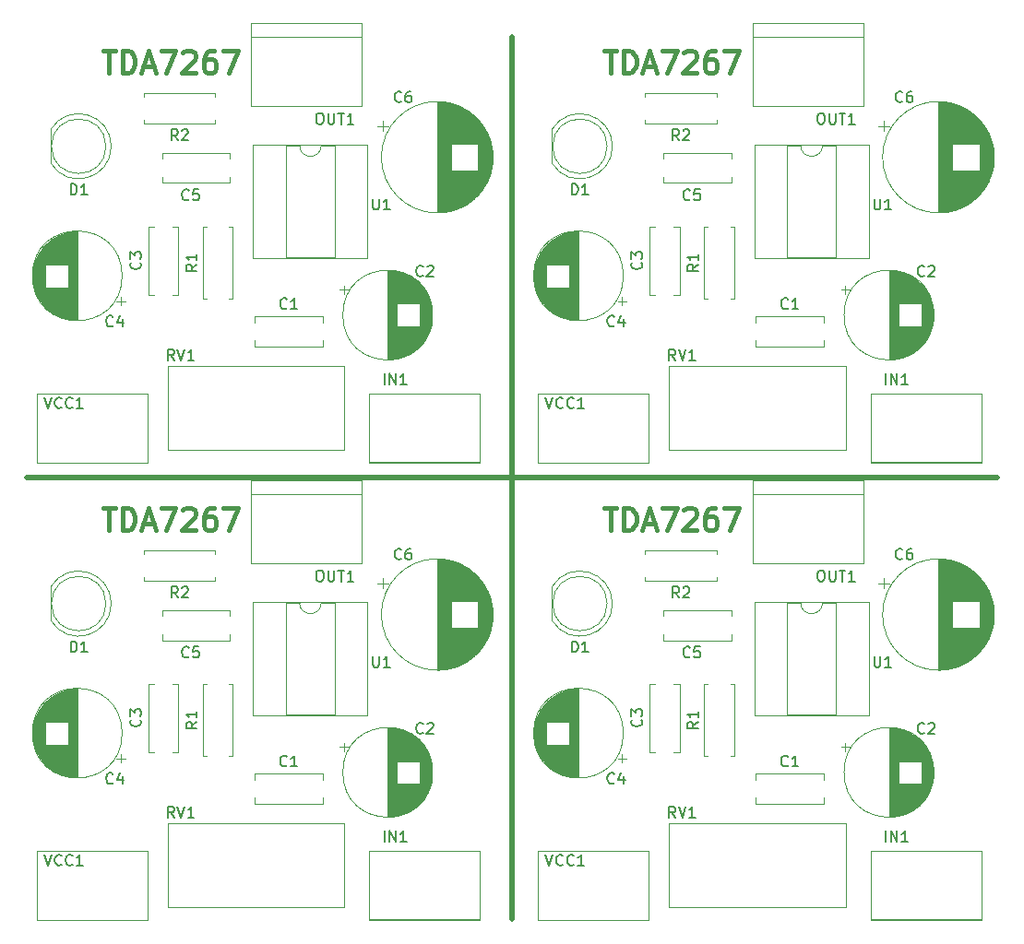
<source format=gbr>
%TF.GenerationSoftware,KiCad,Pcbnew,9.0.4*%
%TF.CreationDate,2025-08-28T09:54:46+02:00*%
%TF.ProjectId,TDA7267_2x2_panel,54444137-3236-4375-9f32-78325f70616e,rev?*%
%TF.SameCoordinates,Original*%
%TF.FileFunction,Legend,Top*%
%TF.FilePolarity,Positive*%
%FSLAX46Y46*%
G04 Gerber Fmt 4.6, Leading zero omitted, Abs format (unit mm)*
G04 Created by KiCad (PCBNEW 9.0.4) date 2025-08-28 09:54:46*
%MOMM*%
%LPD*%
G01*
G04 APERTURE LIST*
%ADD10C,0.500000*%
%ADD11C,0.400000*%
%ADD12C,0.150000*%
%ADD13C,0.120000*%
G04 APERTURE END LIST*
D10*
X116500000Y-29000000D02*
X116500000Y-110000000D01*
X72000000Y-69500000D02*
X161000000Y-69500000D01*
D11*
X78953633Y-72284438D02*
X80096490Y-72284438D01*
X79525061Y-74284438D02*
X79525061Y-72284438D01*
X80763157Y-74284438D02*
X80763157Y-72284438D01*
X80763157Y-72284438D02*
X81239347Y-72284438D01*
X81239347Y-72284438D02*
X81525062Y-72379676D01*
X81525062Y-72379676D02*
X81715538Y-72570152D01*
X81715538Y-72570152D02*
X81810776Y-72760628D01*
X81810776Y-72760628D02*
X81906014Y-73141580D01*
X81906014Y-73141580D02*
X81906014Y-73427295D01*
X81906014Y-73427295D02*
X81810776Y-73808247D01*
X81810776Y-73808247D02*
X81715538Y-73998723D01*
X81715538Y-73998723D02*
X81525062Y-74189200D01*
X81525062Y-74189200D02*
X81239347Y-74284438D01*
X81239347Y-74284438D02*
X80763157Y-74284438D01*
X82667919Y-73713009D02*
X83620300Y-73713009D01*
X82477443Y-74284438D02*
X83144109Y-72284438D01*
X83144109Y-72284438D02*
X83810776Y-74284438D01*
X84286967Y-72284438D02*
X85620300Y-72284438D01*
X85620300Y-72284438D02*
X84763157Y-74284438D01*
X86286967Y-72474914D02*
X86382205Y-72379676D01*
X86382205Y-72379676D02*
X86572681Y-72284438D01*
X86572681Y-72284438D02*
X87048872Y-72284438D01*
X87048872Y-72284438D02*
X87239348Y-72379676D01*
X87239348Y-72379676D02*
X87334586Y-72474914D01*
X87334586Y-72474914D02*
X87429824Y-72665390D01*
X87429824Y-72665390D02*
X87429824Y-72855866D01*
X87429824Y-72855866D02*
X87334586Y-73141580D01*
X87334586Y-73141580D02*
X86191729Y-74284438D01*
X86191729Y-74284438D02*
X87429824Y-74284438D01*
X89144110Y-72284438D02*
X88763157Y-72284438D01*
X88763157Y-72284438D02*
X88572681Y-72379676D01*
X88572681Y-72379676D02*
X88477443Y-72474914D01*
X88477443Y-72474914D02*
X88286967Y-72760628D01*
X88286967Y-72760628D02*
X88191729Y-73141580D01*
X88191729Y-73141580D02*
X88191729Y-73903485D01*
X88191729Y-73903485D02*
X88286967Y-74093961D01*
X88286967Y-74093961D02*
X88382205Y-74189200D01*
X88382205Y-74189200D02*
X88572681Y-74284438D01*
X88572681Y-74284438D02*
X88953634Y-74284438D01*
X88953634Y-74284438D02*
X89144110Y-74189200D01*
X89144110Y-74189200D02*
X89239348Y-74093961D01*
X89239348Y-74093961D02*
X89334586Y-73903485D01*
X89334586Y-73903485D02*
X89334586Y-73427295D01*
X89334586Y-73427295D02*
X89239348Y-73236819D01*
X89239348Y-73236819D02*
X89144110Y-73141580D01*
X89144110Y-73141580D02*
X88953634Y-73046342D01*
X88953634Y-73046342D02*
X88572681Y-73046342D01*
X88572681Y-73046342D02*
X88382205Y-73141580D01*
X88382205Y-73141580D02*
X88286967Y-73236819D01*
X88286967Y-73236819D02*
X88191729Y-73427295D01*
X90001253Y-72284438D02*
X91334586Y-72284438D01*
X91334586Y-72284438D02*
X90477443Y-74284438D01*
X124953633Y-30284438D02*
X126096490Y-30284438D01*
X125525061Y-32284438D02*
X125525061Y-30284438D01*
X126763157Y-32284438D02*
X126763157Y-30284438D01*
X126763157Y-30284438D02*
X127239347Y-30284438D01*
X127239347Y-30284438D02*
X127525062Y-30379676D01*
X127525062Y-30379676D02*
X127715538Y-30570152D01*
X127715538Y-30570152D02*
X127810776Y-30760628D01*
X127810776Y-30760628D02*
X127906014Y-31141580D01*
X127906014Y-31141580D02*
X127906014Y-31427295D01*
X127906014Y-31427295D02*
X127810776Y-31808247D01*
X127810776Y-31808247D02*
X127715538Y-31998723D01*
X127715538Y-31998723D02*
X127525062Y-32189200D01*
X127525062Y-32189200D02*
X127239347Y-32284438D01*
X127239347Y-32284438D02*
X126763157Y-32284438D01*
X128667919Y-31713009D02*
X129620300Y-31713009D01*
X128477443Y-32284438D02*
X129144109Y-30284438D01*
X129144109Y-30284438D02*
X129810776Y-32284438D01*
X130286967Y-30284438D02*
X131620300Y-30284438D01*
X131620300Y-30284438D02*
X130763157Y-32284438D01*
X132286967Y-30474914D02*
X132382205Y-30379676D01*
X132382205Y-30379676D02*
X132572681Y-30284438D01*
X132572681Y-30284438D02*
X133048872Y-30284438D01*
X133048872Y-30284438D02*
X133239348Y-30379676D01*
X133239348Y-30379676D02*
X133334586Y-30474914D01*
X133334586Y-30474914D02*
X133429824Y-30665390D01*
X133429824Y-30665390D02*
X133429824Y-30855866D01*
X133429824Y-30855866D02*
X133334586Y-31141580D01*
X133334586Y-31141580D02*
X132191729Y-32284438D01*
X132191729Y-32284438D02*
X133429824Y-32284438D01*
X135144110Y-30284438D02*
X134763157Y-30284438D01*
X134763157Y-30284438D02*
X134572681Y-30379676D01*
X134572681Y-30379676D02*
X134477443Y-30474914D01*
X134477443Y-30474914D02*
X134286967Y-30760628D01*
X134286967Y-30760628D02*
X134191729Y-31141580D01*
X134191729Y-31141580D02*
X134191729Y-31903485D01*
X134191729Y-31903485D02*
X134286967Y-32093961D01*
X134286967Y-32093961D02*
X134382205Y-32189200D01*
X134382205Y-32189200D02*
X134572681Y-32284438D01*
X134572681Y-32284438D02*
X134953634Y-32284438D01*
X134953634Y-32284438D02*
X135144110Y-32189200D01*
X135144110Y-32189200D02*
X135239348Y-32093961D01*
X135239348Y-32093961D02*
X135334586Y-31903485D01*
X135334586Y-31903485D02*
X135334586Y-31427295D01*
X135334586Y-31427295D02*
X135239348Y-31236819D01*
X135239348Y-31236819D02*
X135144110Y-31141580D01*
X135144110Y-31141580D02*
X134953634Y-31046342D01*
X134953634Y-31046342D02*
X134572681Y-31046342D01*
X134572681Y-31046342D02*
X134382205Y-31141580D01*
X134382205Y-31141580D02*
X134286967Y-31236819D01*
X134286967Y-31236819D02*
X134191729Y-31427295D01*
X136001253Y-30284438D02*
X137334586Y-30284438D01*
X137334586Y-30284438D02*
X136477443Y-32284438D01*
X78953633Y-30284438D02*
X80096490Y-30284438D01*
X79525061Y-32284438D02*
X79525061Y-30284438D01*
X80763157Y-32284438D02*
X80763157Y-30284438D01*
X80763157Y-30284438D02*
X81239347Y-30284438D01*
X81239347Y-30284438D02*
X81525062Y-30379676D01*
X81525062Y-30379676D02*
X81715538Y-30570152D01*
X81715538Y-30570152D02*
X81810776Y-30760628D01*
X81810776Y-30760628D02*
X81906014Y-31141580D01*
X81906014Y-31141580D02*
X81906014Y-31427295D01*
X81906014Y-31427295D02*
X81810776Y-31808247D01*
X81810776Y-31808247D02*
X81715538Y-31998723D01*
X81715538Y-31998723D02*
X81525062Y-32189200D01*
X81525062Y-32189200D02*
X81239347Y-32284438D01*
X81239347Y-32284438D02*
X80763157Y-32284438D01*
X82667919Y-31713009D02*
X83620300Y-31713009D01*
X82477443Y-32284438D02*
X83144109Y-30284438D01*
X83144109Y-30284438D02*
X83810776Y-32284438D01*
X84286967Y-30284438D02*
X85620300Y-30284438D01*
X85620300Y-30284438D02*
X84763157Y-32284438D01*
X86286967Y-30474914D02*
X86382205Y-30379676D01*
X86382205Y-30379676D02*
X86572681Y-30284438D01*
X86572681Y-30284438D02*
X87048872Y-30284438D01*
X87048872Y-30284438D02*
X87239348Y-30379676D01*
X87239348Y-30379676D02*
X87334586Y-30474914D01*
X87334586Y-30474914D02*
X87429824Y-30665390D01*
X87429824Y-30665390D02*
X87429824Y-30855866D01*
X87429824Y-30855866D02*
X87334586Y-31141580D01*
X87334586Y-31141580D02*
X86191729Y-32284438D01*
X86191729Y-32284438D02*
X87429824Y-32284438D01*
X89144110Y-30284438D02*
X88763157Y-30284438D01*
X88763157Y-30284438D02*
X88572681Y-30379676D01*
X88572681Y-30379676D02*
X88477443Y-30474914D01*
X88477443Y-30474914D02*
X88286967Y-30760628D01*
X88286967Y-30760628D02*
X88191729Y-31141580D01*
X88191729Y-31141580D02*
X88191729Y-31903485D01*
X88191729Y-31903485D02*
X88286967Y-32093961D01*
X88286967Y-32093961D02*
X88382205Y-32189200D01*
X88382205Y-32189200D02*
X88572681Y-32284438D01*
X88572681Y-32284438D02*
X88953634Y-32284438D01*
X88953634Y-32284438D02*
X89144110Y-32189200D01*
X89144110Y-32189200D02*
X89239348Y-32093961D01*
X89239348Y-32093961D02*
X89334586Y-31903485D01*
X89334586Y-31903485D02*
X89334586Y-31427295D01*
X89334586Y-31427295D02*
X89239348Y-31236819D01*
X89239348Y-31236819D02*
X89144110Y-31141580D01*
X89144110Y-31141580D02*
X88953634Y-31046342D01*
X88953634Y-31046342D02*
X88572681Y-31046342D01*
X88572681Y-31046342D02*
X88382205Y-31141580D01*
X88382205Y-31141580D02*
X88286967Y-31236819D01*
X88286967Y-31236819D02*
X88191729Y-31427295D01*
X90001253Y-30284438D02*
X91334586Y-30284438D01*
X91334586Y-30284438D02*
X90477443Y-32284438D01*
X124953633Y-72284438D02*
X126096490Y-72284438D01*
X125525061Y-74284438D02*
X125525061Y-72284438D01*
X126763157Y-74284438D02*
X126763157Y-72284438D01*
X126763157Y-72284438D02*
X127239347Y-72284438D01*
X127239347Y-72284438D02*
X127525062Y-72379676D01*
X127525062Y-72379676D02*
X127715538Y-72570152D01*
X127715538Y-72570152D02*
X127810776Y-72760628D01*
X127810776Y-72760628D02*
X127906014Y-73141580D01*
X127906014Y-73141580D02*
X127906014Y-73427295D01*
X127906014Y-73427295D02*
X127810776Y-73808247D01*
X127810776Y-73808247D02*
X127715538Y-73998723D01*
X127715538Y-73998723D02*
X127525062Y-74189200D01*
X127525062Y-74189200D02*
X127239347Y-74284438D01*
X127239347Y-74284438D02*
X126763157Y-74284438D01*
X128667919Y-73713009D02*
X129620300Y-73713009D01*
X128477443Y-74284438D02*
X129144109Y-72284438D01*
X129144109Y-72284438D02*
X129810776Y-74284438D01*
X130286967Y-72284438D02*
X131620300Y-72284438D01*
X131620300Y-72284438D02*
X130763157Y-74284438D01*
X132286967Y-72474914D02*
X132382205Y-72379676D01*
X132382205Y-72379676D02*
X132572681Y-72284438D01*
X132572681Y-72284438D02*
X133048872Y-72284438D01*
X133048872Y-72284438D02*
X133239348Y-72379676D01*
X133239348Y-72379676D02*
X133334586Y-72474914D01*
X133334586Y-72474914D02*
X133429824Y-72665390D01*
X133429824Y-72665390D02*
X133429824Y-72855866D01*
X133429824Y-72855866D02*
X133334586Y-73141580D01*
X133334586Y-73141580D02*
X132191729Y-74284438D01*
X132191729Y-74284438D02*
X133429824Y-74284438D01*
X135144110Y-72284438D02*
X134763157Y-72284438D01*
X134763157Y-72284438D02*
X134572681Y-72379676D01*
X134572681Y-72379676D02*
X134477443Y-72474914D01*
X134477443Y-72474914D02*
X134286967Y-72760628D01*
X134286967Y-72760628D02*
X134191729Y-73141580D01*
X134191729Y-73141580D02*
X134191729Y-73903485D01*
X134191729Y-73903485D02*
X134286967Y-74093961D01*
X134286967Y-74093961D02*
X134382205Y-74189200D01*
X134382205Y-74189200D02*
X134572681Y-74284438D01*
X134572681Y-74284438D02*
X134953634Y-74284438D01*
X134953634Y-74284438D02*
X135144110Y-74189200D01*
X135144110Y-74189200D02*
X135239348Y-74093961D01*
X135239348Y-74093961D02*
X135334586Y-73903485D01*
X135334586Y-73903485D02*
X135334586Y-73427295D01*
X135334586Y-73427295D02*
X135239348Y-73236819D01*
X135239348Y-73236819D02*
X135144110Y-73141580D01*
X135144110Y-73141580D02*
X134953634Y-73046342D01*
X134953634Y-73046342D02*
X134572681Y-73046342D01*
X134572681Y-73046342D02*
X134382205Y-73141580D01*
X134382205Y-73141580D02*
X134286967Y-73236819D01*
X134286967Y-73236819D02*
X134191729Y-73427295D01*
X136001253Y-72284438D02*
X137334586Y-72284438D01*
X137334586Y-72284438D02*
X136477443Y-74284438D01*
D12*
X103738095Y-85874819D02*
X103738095Y-86684342D01*
X103738095Y-86684342D02*
X103785714Y-86779580D01*
X103785714Y-86779580D02*
X103833333Y-86827200D01*
X103833333Y-86827200D02*
X103928571Y-86874819D01*
X103928571Y-86874819D02*
X104119047Y-86874819D01*
X104119047Y-86874819D02*
X104214285Y-86827200D01*
X104214285Y-86827200D02*
X104261904Y-86779580D01*
X104261904Y-86779580D02*
X104309523Y-86684342D01*
X104309523Y-86684342D02*
X104309523Y-85874819D01*
X105309523Y-86874819D02*
X104738095Y-86874819D01*
X105023809Y-86874819D02*
X105023809Y-85874819D01*
X105023809Y-85874819D02*
X104928571Y-86017676D01*
X104928571Y-86017676D02*
X104833333Y-86112914D01*
X104833333Y-86112914D02*
X104738095Y-86160533D01*
X108333333Y-92909580D02*
X108285714Y-92957200D01*
X108285714Y-92957200D02*
X108142857Y-93004819D01*
X108142857Y-93004819D02*
X108047619Y-93004819D01*
X108047619Y-93004819D02*
X107904762Y-92957200D01*
X107904762Y-92957200D02*
X107809524Y-92861961D01*
X107809524Y-92861961D02*
X107761905Y-92766723D01*
X107761905Y-92766723D02*
X107714286Y-92576247D01*
X107714286Y-92576247D02*
X107714286Y-92433390D01*
X107714286Y-92433390D02*
X107761905Y-92242914D01*
X107761905Y-92242914D02*
X107809524Y-92147676D01*
X107809524Y-92147676D02*
X107904762Y-92052438D01*
X107904762Y-92052438D02*
X108047619Y-92004819D01*
X108047619Y-92004819D02*
X108142857Y-92004819D01*
X108142857Y-92004819D02*
X108285714Y-92052438D01*
X108285714Y-92052438D02*
X108333333Y-92100057D01*
X108714286Y-92100057D02*
X108761905Y-92052438D01*
X108761905Y-92052438D02*
X108857143Y-92004819D01*
X108857143Y-92004819D02*
X109095238Y-92004819D01*
X109095238Y-92004819D02*
X109190476Y-92052438D01*
X109190476Y-92052438D02*
X109238095Y-92100057D01*
X109238095Y-92100057D02*
X109285714Y-92195295D01*
X109285714Y-92195295D02*
X109285714Y-92290533D01*
X109285714Y-92290533D02*
X109238095Y-92433390D01*
X109238095Y-92433390D02*
X108666667Y-93004819D01*
X108666667Y-93004819D02*
X109285714Y-93004819D01*
X79883333Y-97509580D02*
X79835714Y-97557200D01*
X79835714Y-97557200D02*
X79692857Y-97604819D01*
X79692857Y-97604819D02*
X79597619Y-97604819D01*
X79597619Y-97604819D02*
X79454762Y-97557200D01*
X79454762Y-97557200D02*
X79359524Y-97461961D01*
X79359524Y-97461961D02*
X79311905Y-97366723D01*
X79311905Y-97366723D02*
X79264286Y-97176247D01*
X79264286Y-97176247D02*
X79264286Y-97033390D01*
X79264286Y-97033390D02*
X79311905Y-96842914D01*
X79311905Y-96842914D02*
X79359524Y-96747676D01*
X79359524Y-96747676D02*
X79454762Y-96652438D01*
X79454762Y-96652438D02*
X79597619Y-96604819D01*
X79597619Y-96604819D02*
X79692857Y-96604819D01*
X79692857Y-96604819D02*
X79835714Y-96652438D01*
X79835714Y-96652438D02*
X79883333Y-96700057D01*
X80740476Y-96938152D02*
X80740476Y-97604819D01*
X80502381Y-96557200D02*
X80264286Y-97271485D01*
X80264286Y-97271485D02*
X80883333Y-97271485D01*
X106333333Y-76909580D02*
X106285714Y-76957200D01*
X106285714Y-76957200D02*
X106142857Y-77004819D01*
X106142857Y-77004819D02*
X106047619Y-77004819D01*
X106047619Y-77004819D02*
X105904762Y-76957200D01*
X105904762Y-76957200D02*
X105809524Y-76861961D01*
X105809524Y-76861961D02*
X105761905Y-76766723D01*
X105761905Y-76766723D02*
X105714286Y-76576247D01*
X105714286Y-76576247D02*
X105714286Y-76433390D01*
X105714286Y-76433390D02*
X105761905Y-76242914D01*
X105761905Y-76242914D02*
X105809524Y-76147676D01*
X105809524Y-76147676D02*
X105904762Y-76052438D01*
X105904762Y-76052438D02*
X106047619Y-76004819D01*
X106047619Y-76004819D02*
X106142857Y-76004819D01*
X106142857Y-76004819D02*
X106285714Y-76052438D01*
X106285714Y-76052438D02*
X106333333Y-76100057D01*
X107190476Y-76004819D02*
X107000000Y-76004819D01*
X107000000Y-76004819D02*
X106904762Y-76052438D01*
X106904762Y-76052438D02*
X106857143Y-76100057D01*
X106857143Y-76100057D02*
X106761905Y-76242914D01*
X106761905Y-76242914D02*
X106714286Y-76433390D01*
X106714286Y-76433390D02*
X106714286Y-76814342D01*
X106714286Y-76814342D02*
X106761905Y-76909580D01*
X106761905Y-76909580D02*
X106809524Y-76957200D01*
X106809524Y-76957200D02*
X106904762Y-77004819D01*
X106904762Y-77004819D02*
X107095238Y-77004819D01*
X107095238Y-77004819D02*
X107190476Y-76957200D01*
X107190476Y-76957200D02*
X107238095Y-76909580D01*
X107238095Y-76909580D02*
X107285714Y-76814342D01*
X107285714Y-76814342D02*
X107285714Y-76576247D01*
X107285714Y-76576247D02*
X107238095Y-76481009D01*
X107238095Y-76481009D02*
X107190476Y-76433390D01*
X107190476Y-76433390D02*
X107095238Y-76385771D01*
X107095238Y-76385771D02*
X106904762Y-76385771D01*
X106904762Y-76385771D02*
X106809524Y-76433390D01*
X106809524Y-76433390D02*
X106761905Y-76481009D01*
X106761905Y-76481009D02*
X106714286Y-76576247D01*
X75991905Y-85504819D02*
X75991905Y-84504819D01*
X75991905Y-84504819D02*
X76230000Y-84504819D01*
X76230000Y-84504819D02*
X76372857Y-84552438D01*
X76372857Y-84552438D02*
X76468095Y-84647676D01*
X76468095Y-84647676D02*
X76515714Y-84742914D01*
X76515714Y-84742914D02*
X76563333Y-84933390D01*
X76563333Y-84933390D02*
X76563333Y-85076247D01*
X76563333Y-85076247D02*
X76515714Y-85266723D01*
X76515714Y-85266723D02*
X76468095Y-85361961D01*
X76468095Y-85361961D02*
X76372857Y-85457200D01*
X76372857Y-85457200D02*
X76230000Y-85504819D01*
X76230000Y-85504819D02*
X75991905Y-85504819D01*
X77515714Y-85504819D02*
X76944286Y-85504819D01*
X77230000Y-85504819D02*
X77230000Y-84504819D01*
X77230000Y-84504819D02*
X77134762Y-84647676D01*
X77134762Y-84647676D02*
X77039524Y-84742914D01*
X77039524Y-84742914D02*
X76944286Y-84790533D01*
X82359580Y-91716666D02*
X82407200Y-91764285D01*
X82407200Y-91764285D02*
X82454819Y-91907142D01*
X82454819Y-91907142D02*
X82454819Y-92002380D01*
X82454819Y-92002380D02*
X82407200Y-92145237D01*
X82407200Y-92145237D02*
X82311961Y-92240475D01*
X82311961Y-92240475D02*
X82216723Y-92288094D01*
X82216723Y-92288094D02*
X82026247Y-92335713D01*
X82026247Y-92335713D02*
X81883390Y-92335713D01*
X81883390Y-92335713D02*
X81692914Y-92288094D01*
X81692914Y-92288094D02*
X81597676Y-92240475D01*
X81597676Y-92240475D02*
X81502438Y-92145237D01*
X81502438Y-92145237D02*
X81454819Y-92002380D01*
X81454819Y-92002380D02*
X81454819Y-91907142D01*
X81454819Y-91907142D02*
X81502438Y-91764285D01*
X81502438Y-91764285D02*
X81550057Y-91716666D01*
X81454819Y-91383332D02*
X81454819Y-90764285D01*
X81454819Y-90764285D02*
X81835771Y-91097618D01*
X81835771Y-91097618D02*
X81835771Y-90954761D01*
X81835771Y-90954761D02*
X81883390Y-90859523D01*
X81883390Y-90859523D02*
X81931009Y-90811904D01*
X81931009Y-90811904D02*
X82026247Y-90764285D01*
X82026247Y-90764285D02*
X82264342Y-90764285D01*
X82264342Y-90764285D02*
X82359580Y-90811904D01*
X82359580Y-90811904D02*
X82407200Y-90859523D01*
X82407200Y-90859523D02*
X82454819Y-90954761D01*
X82454819Y-90954761D02*
X82454819Y-91240475D01*
X82454819Y-91240475D02*
X82407200Y-91335713D01*
X82407200Y-91335713D02*
X82359580Y-91383332D01*
X87584819Y-91906666D02*
X87108628Y-92239999D01*
X87584819Y-92478094D02*
X86584819Y-92478094D01*
X86584819Y-92478094D02*
X86584819Y-92097142D01*
X86584819Y-92097142D02*
X86632438Y-92001904D01*
X86632438Y-92001904D02*
X86680057Y-91954285D01*
X86680057Y-91954285D02*
X86775295Y-91906666D01*
X86775295Y-91906666D02*
X86918152Y-91906666D01*
X86918152Y-91906666D02*
X87013390Y-91954285D01*
X87013390Y-91954285D02*
X87061009Y-92001904D01*
X87061009Y-92001904D02*
X87108628Y-92097142D01*
X87108628Y-92097142D02*
X87108628Y-92478094D01*
X87584819Y-90954285D02*
X87584819Y-91525713D01*
X87584819Y-91239999D02*
X86584819Y-91239999D01*
X86584819Y-91239999D02*
X86727676Y-91335237D01*
X86727676Y-91335237D02*
X86822914Y-91430475D01*
X86822914Y-91430475D02*
X86870533Y-91525713D01*
X98773809Y-78004819D02*
X98964285Y-78004819D01*
X98964285Y-78004819D02*
X99059523Y-78052438D01*
X99059523Y-78052438D02*
X99154761Y-78147676D01*
X99154761Y-78147676D02*
X99202380Y-78338152D01*
X99202380Y-78338152D02*
X99202380Y-78671485D01*
X99202380Y-78671485D02*
X99154761Y-78861961D01*
X99154761Y-78861961D02*
X99059523Y-78957200D01*
X99059523Y-78957200D02*
X98964285Y-79004819D01*
X98964285Y-79004819D02*
X98773809Y-79004819D01*
X98773809Y-79004819D02*
X98678571Y-78957200D01*
X98678571Y-78957200D02*
X98583333Y-78861961D01*
X98583333Y-78861961D02*
X98535714Y-78671485D01*
X98535714Y-78671485D02*
X98535714Y-78338152D01*
X98535714Y-78338152D02*
X98583333Y-78147676D01*
X98583333Y-78147676D02*
X98678571Y-78052438D01*
X98678571Y-78052438D02*
X98773809Y-78004819D01*
X99630952Y-78004819D02*
X99630952Y-78814342D01*
X99630952Y-78814342D02*
X99678571Y-78909580D01*
X99678571Y-78909580D02*
X99726190Y-78957200D01*
X99726190Y-78957200D02*
X99821428Y-79004819D01*
X99821428Y-79004819D02*
X100011904Y-79004819D01*
X100011904Y-79004819D02*
X100107142Y-78957200D01*
X100107142Y-78957200D02*
X100154761Y-78909580D01*
X100154761Y-78909580D02*
X100202380Y-78814342D01*
X100202380Y-78814342D02*
X100202380Y-78004819D01*
X100535714Y-78004819D02*
X101107142Y-78004819D01*
X100821428Y-79004819D02*
X100821428Y-78004819D01*
X101964285Y-79004819D02*
X101392857Y-79004819D01*
X101678571Y-79004819D02*
X101678571Y-78004819D01*
X101678571Y-78004819D02*
X101583333Y-78147676D01*
X101583333Y-78147676D02*
X101488095Y-78242914D01*
X101488095Y-78242914D02*
X101392857Y-78290533D01*
X86833333Y-85909580D02*
X86785714Y-85957200D01*
X86785714Y-85957200D02*
X86642857Y-86004819D01*
X86642857Y-86004819D02*
X86547619Y-86004819D01*
X86547619Y-86004819D02*
X86404762Y-85957200D01*
X86404762Y-85957200D02*
X86309524Y-85861961D01*
X86309524Y-85861961D02*
X86261905Y-85766723D01*
X86261905Y-85766723D02*
X86214286Y-85576247D01*
X86214286Y-85576247D02*
X86214286Y-85433390D01*
X86214286Y-85433390D02*
X86261905Y-85242914D01*
X86261905Y-85242914D02*
X86309524Y-85147676D01*
X86309524Y-85147676D02*
X86404762Y-85052438D01*
X86404762Y-85052438D02*
X86547619Y-85004819D01*
X86547619Y-85004819D02*
X86642857Y-85004819D01*
X86642857Y-85004819D02*
X86785714Y-85052438D01*
X86785714Y-85052438D02*
X86833333Y-85100057D01*
X87738095Y-85004819D02*
X87261905Y-85004819D01*
X87261905Y-85004819D02*
X87214286Y-85481009D01*
X87214286Y-85481009D02*
X87261905Y-85433390D01*
X87261905Y-85433390D02*
X87357143Y-85385771D01*
X87357143Y-85385771D02*
X87595238Y-85385771D01*
X87595238Y-85385771D02*
X87690476Y-85433390D01*
X87690476Y-85433390D02*
X87738095Y-85481009D01*
X87738095Y-85481009D02*
X87785714Y-85576247D01*
X87785714Y-85576247D02*
X87785714Y-85814342D01*
X87785714Y-85814342D02*
X87738095Y-85909580D01*
X87738095Y-85909580D02*
X87690476Y-85957200D01*
X87690476Y-85957200D02*
X87595238Y-86004819D01*
X87595238Y-86004819D02*
X87357143Y-86004819D01*
X87357143Y-86004819D02*
X87261905Y-85957200D01*
X87261905Y-85957200D02*
X87214286Y-85909580D01*
X95833333Y-95909580D02*
X95785714Y-95957200D01*
X95785714Y-95957200D02*
X95642857Y-96004819D01*
X95642857Y-96004819D02*
X95547619Y-96004819D01*
X95547619Y-96004819D02*
X95404762Y-95957200D01*
X95404762Y-95957200D02*
X95309524Y-95861961D01*
X95309524Y-95861961D02*
X95261905Y-95766723D01*
X95261905Y-95766723D02*
X95214286Y-95576247D01*
X95214286Y-95576247D02*
X95214286Y-95433390D01*
X95214286Y-95433390D02*
X95261905Y-95242914D01*
X95261905Y-95242914D02*
X95309524Y-95147676D01*
X95309524Y-95147676D02*
X95404762Y-95052438D01*
X95404762Y-95052438D02*
X95547619Y-95004819D01*
X95547619Y-95004819D02*
X95642857Y-95004819D01*
X95642857Y-95004819D02*
X95785714Y-95052438D01*
X95785714Y-95052438D02*
X95833333Y-95100057D01*
X96785714Y-96004819D02*
X96214286Y-96004819D01*
X96500000Y-96004819D02*
X96500000Y-95004819D01*
X96500000Y-95004819D02*
X96404762Y-95147676D01*
X96404762Y-95147676D02*
X96309524Y-95242914D01*
X96309524Y-95242914D02*
X96214286Y-95290533D01*
X85833333Y-80504819D02*
X85500000Y-80028628D01*
X85261905Y-80504819D02*
X85261905Y-79504819D01*
X85261905Y-79504819D02*
X85642857Y-79504819D01*
X85642857Y-79504819D02*
X85738095Y-79552438D01*
X85738095Y-79552438D02*
X85785714Y-79600057D01*
X85785714Y-79600057D02*
X85833333Y-79695295D01*
X85833333Y-79695295D02*
X85833333Y-79838152D01*
X85833333Y-79838152D02*
X85785714Y-79933390D01*
X85785714Y-79933390D02*
X85738095Y-79981009D01*
X85738095Y-79981009D02*
X85642857Y-80028628D01*
X85642857Y-80028628D02*
X85261905Y-80028628D01*
X86214286Y-79600057D02*
X86261905Y-79552438D01*
X86261905Y-79552438D02*
X86357143Y-79504819D01*
X86357143Y-79504819D02*
X86595238Y-79504819D01*
X86595238Y-79504819D02*
X86690476Y-79552438D01*
X86690476Y-79552438D02*
X86738095Y-79600057D01*
X86738095Y-79600057D02*
X86785714Y-79695295D01*
X86785714Y-79695295D02*
X86785714Y-79790533D01*
X86785714Y-79790533D02*
X86738095Y-79933390D01*
X86738095Y-79933390D02*
X86166667Y-80504819D01*
X86166667Y-80504819D02*
X86785714Y-80504819D01*
X85504761Y-100704819D02*
X85171428Y-100228628D01*
X84933333Y-100704819D02*
X84933333Y-99704819D01*
X84933333Y-99704819D02*
X85314285Y-99704819D01*
X85314285Y-99704819D02*
X85409523Y-99752438D01*
X85409523Y-99752438D02*
X85457142Y-99800057D01*
X85457142Y-99800057D02*
X85504761Y-99895295D01*
X85504761Y-99895295D02*
X85504761Y-100038152D01*
X85504761Y-100038152D02*
X85457142Y-100133390D01*
X85457142Y-100133390D02*
X85409523Y-100181009D01*
X85409523Y-100181009D02*
X85314285Y-100228628D01*
X85314285Y-100228628D02*
X84933333Y-100228628D01*
X85790476Y-99704819D02*
X86123809Y-100704819D01*
X86123809Y-100704819D02*
X86457142Y-99704819D01*
X87314285Y-100704819D02*
X86742857Y-100704819D01*
X87028571Y-100704819D02*
X87028571Y-99704819D01*
X87028571Y-99704819D02*
X86933333Y-99847676D01*
X86933333Y-99847676D02*
X86838095Y-99942914D01*
X86838095Y-99942914D02*
X86742857Y-99990533D01*
X73590476Y-104104819D02*
X73923809Y-105104819D01*
X73923809Y-105104819D02*
X74257142Y-104104819D01*
X75161904Y-105009580D02*
X75114285Y-105057200D01*
X75114285Y-105057200D02*
X74971428Y-105104819D01*
X74971428Y-105104819D02*
X74876190Y-105104819D01*
X74876190Y-105104819D02*
X74733333Y-105057200D01*
X74733333Y-105057200D02*
X74638095Y-104961961D01*
X74638095Y-104961961D02*
X74590476Y-104866723D01*
X74590476Y-104866723D02*
X74542857Y-104676247D01*
X74542857Y-104676247D02*
X74542857Y-104533390D01*
X74542857Y-104533390D02*
X74590476Y-104342914D01*
X74590476Y-104342914D02*
X74638095Y-104247676D01*
X74638095Y-104247676D02*
X74733333Y-104152438D01*
X74733333Y-104152438D02*
X74876190Y-104104819D01*
X74876190Y-104104819D02*
X74971428Y-104104819D01*
X74971428Y-104104819D02*
X75114285Y-104152438D01*
X75114285Y-104152438D02*
X75161904Y-104200057D01*
X76161904Y-105009580D02*
X76114285Y-105057200D01*
X76114285Y-105057200D02*
X75971428Y-105104819D01*
X75971428Y-105104819D02*
X75876190Y-105104819D01*
X75876190Y-105104819D02*
X75733333Y-105057200D01*
X75733333Y-105057200D02*
X75638095Y-104961961D01*
X75638095Y-104961961D02*
X75590476Y-104866723D01*
X75590476Y-104866723D02*
X75542857Y-104676247D01*
X75542857Y-104676247D02*
X75542857Y-104533390D01*
X75542857Y-104533390D02*
X75590476Y-104342914D01*
X75590476Y-104342914D02*
X75638095Y-104247676D01*
X75638095Y-104247676D02*
X75733333Y-104152438D01*
X75733333Y-104152438D02*
X75876190Y-104104819D01*
X75876190Y-104104819D02*
X75971428Y-104104819D01*
X75971428Y-104104819D02*
X76114285Y-104152438D01*
X76114285Y-104152438D02*
X76161904Y-104200057D01*
X77114285Y-105104819D02*
X76542857Y-105104819D01*
X76828571Y-105104819D02*
X76828571Y-104104819D01*
X76828571Y-104104819D02*
X76733333Y-104247676D01*
X76733333Y-104247676D02*
X76638095Y-104342914D01*
X76638095Y-104342914D02*
X76542857Y-104390533D01*
X104790000Y-102924819D02*
X104790000Y-101924819D01*
X105266190Y-102924819D02*
X105266190Y-101924819D01*
X105266190Y-101924819D02*
X105837618Y-102924819D01*
X105837618Y-102924819D02*
X105837618Y-101924819D01*
X106837618Y-102924819D02*
X106266190Y-102924819D01*
X106551904Y-102924819D02*
X106551904Y-101924819D01*
X106551904Y-101924819D02*
X106456666Y-102067676D01*
X106456666Y-102067676D02*
X106361428Y-102162914D01*
X106361428Y-102162914D02*
X106266190Y-102210533D01*
X149738095Y-43874819D02*
X149738095Y-44684342D01*
X149738095Y-44684342D02*
X149785714Y-44779580D01*
X149785714Y-44779580D02*
X149833333Y-44827200D01*
X149833333Y-44827200D02*
X149928571Y-44874819D01*
X149928571Y-44874819D02*
X150119047Y-44874819D01*
X150119047Y-44874819D02*
X150214285Y-44827200D01*
X150214285Y-44827200D02*
X150261904Y-44779580D01*
X150261904Y-44779580D02*
X150309523Y-44684342D01*
X150309523Y-44684342D02*
X150309523Y-43874819D01*
X151309523Y-44874819D02*
X150738095Y-44874819D01*
X151023809Y-44874819D02*
X151023809Y-43874819D01*
X151023809Y-43874819D02*
X150928571Y-44017676D01*
X150928571Y-44017676D02*
X150833333Y-44112914D01*
X150833333Y-44112914D02*
X150738095Y-44160533D01*
X154333333Y-50909580D02*
X154285714Y-50957200D01*
X154285714Y-50957200D02*
X154142857Y-51004819D01*
X154142857Y-51004819D02*
X154047619Y-51004819D01*
X154047619Y-51004819D02*
X153904762Y-50957200D01*
X153904762Y-50957200D02*
X153809524Y-50861961D01*
X153809524Y-50861961D02*
X153761905Y-50766723D01*
X153761905Y-50766723D02*
X153714286Y-50576247D01*
X153714286Y-50576247D02*
X153714286Y-50433390D01*
X153714286Y-50433390D02*
X153761905Y-50242914D01*
X153761905Y-50242914D02*
X153809524Y-50147676D01*
X153809524Y-50147676D02*
X153904762Y-50052438D01*
X153904762Y-50052438D02*
X154047619Y-50004819D01*
X154047619Y-50004819D02*
X154142857Y-50004819D01*
X154142857Y-50004819D02*
X154285714Y-50052438D01*
X154285714Y-50052438D02*
X154333333Y-50100057D01*
X154714286Y-50100057D02*
X154761905Y-50052438D01*
X154761905Y-50052438D02*
X154857143Y-50004819D01*
X154857143Y-50004819D02*
X155095238Y-50004819D01*
X155095238Y-50004819D02*
X155190476Y-50052438D01*
X155190476Y-50052438D02*
X155238095Y-50100057D01*
X155238095Y-50100057D02*
X155285714Y-50195295D01*
X155285714Y-50195295D02*
X155285714Y-50290533D01*
X155285714Y-50290533D02*
X155238095Y-50433390D01*
X155238095Y-50433390D02*
X154666667Y-51004819D01*
X154666667Y-51004819D02*
X155285714Y-51004819D01*
X125883333Y-55509580D02*
X125835714Y-55557200D01*
X125835714Y-55557200D02*
X125692857Y-55604819D01*
X125692857Y-55604819D02*
X125597619Y-55604819D01*
X125597619Y-55604819D02*
X125454762Y-55557200D01*
X125454762Y-55557200D02*
X125359524Y-55461961D01*
X125359524Y-55461961D02*
X125311905Y-55366723D01*
X125311905Y-55366723D02*
X125264286Y-55176247D01*
X125264286Y-55176247D02*
X125264286Y-55033390D01*
X125264286Y-55033390D02*
X125311905Y-54842914D01*
X125311905Y-54842914D02*
X125359524Y-54747676D01*
X125359524Y-54747676D02*
X125454762Y-54652438D01*
X125454762Y-54652438D02*
X125597619Y-54604819D01*
X125597619Y-54604819D02*
X125692857Y-54604819D01*
X125692857Y-54604819D02*
X125835714Y-54652438D01*
X125835714Y-54652438D02*
X125883333Y-54700057D01*
X126740476Y-54938152D02*
X126740476Y-55604819D01*
X126502381Y-54557200D02*
X126264286Y-55271485D01*
X126264286Y-55271485D02*
X126883333Y-55271485D01*
X152333333Y-34909580D02*
X152285714Y-34957200D01*
X152285714Y-34957200D02*
X152142857Y-35004819D01*
X152142857Y-35004819D02*
X152047619Y-35004819D01*
X152047619Y-35004819D02*
X151904762Y-34957200D01*
X151904762Y-34957200D02*
X151809524Y-34861961D01*
X151809524Y-34861961D02*
X151761905Y-34766723D01*
X151761905Y-34766723D02*
X151714286Y-34576247D01*
X151714286Y-34576247D02*
X151714286Y-34433390D01*
X151714286Y-34433390D02*
X151761905Y-34242914D01*
X151761905Y-34242914D02*
X151809524Y-34147676D01*
X151809524Y-34147676D02*
X151904762Y-34052438D01*
X151904762Y-34052438D02*
X152047619Y-34004819D01*
X152047619Y-34004819D02*
X152142857Y-34004819D01*
X152142857Y-34004819D02*
X152285714Y-34052438D01*
X152285714Y-34052438D02*
X152333333Y-34100057D01*
X153190476Y-34004819D02*
X153000000Y-34004819D01*
X153000000Y-34004819D02*
X152904762Y-34052438D01*
X152904762Y-34052438D02*
X152857143Y-34100057D01*
X152857143Y-34100057D02*
X152761905Y-34242914D01*
X152761905Y-34242914D02*
X152714286Y-34433390D01*
X152714286Y-34433390D02*
X152714286Y-34814342D01*
X152714286Y-34814342D02*
X152761905Y-34909580D01*
X152761905Y-34909580D02*
X152809524Y-34957200D01*
X152809524Y-34957200D02*
X152904762Y-35004819D01*
X152904762Y-35004819D02*
X153095238Y-35004819D01*
X153095238Y-35004819D02*
X153190476Y-34957200D01*
X153190476Y-34957200D02*
X153238095Y-34909580D01*
X153238095Y-34909580D02*
X153285714Y-34814342D01*
X153285714Y-34814342D02*
X153285714Y-34576247D01*
X153285714Y-34576247D02*
X153238095Y-34481009D01*
X153238095Y-34481009D02*
X153190476Y-34433390D01*
X153190476Y-34433390D02*
X153095238Y-34385771D01*
X153095238Y-34385771D02*
X152904762Y-34385771D01*
X152904762Y-34385771D02*
X152809524Y-34433390D01*
X152809524Y-34433390D02*
X152761905Y-34481009D01*
X152761905Y-34481009D02*
X152714286Y-34576247D01*
X128359580Y-49716666D02*
X128407200Y-49764285D01*
X128407200Y-49764285D02*
X128454819Y-49907142D01*
X128454819Y-49907142D02*
X128454819Y-50002380D01*
X128454819Y-50002380D02*
X128407200Y-50145237D01*
X128407200Y-50145237D02*
X128311961Y-50240475D01*
X128311961Y-50240475D02*
X128216723Y-50288094D01*
X128216723Y-50288094D02*
X128026247Y-50335713D01*
X128026247Y-50335713D02*
X127883390Y-50335713D01*
X127883390Y-50335713D02*
X127692914Y-50288094D01*
X127692914Y-50288094D02*
X127597676Y-50240475D01*
X127597676Y-50240475D02*
X127502438Y-50145237D01*
X127502438Y-50145237D02*
X127454819Y-50002380D01*
X127454819Y-50002380D02*
X127454819Y-49907142D01*
X127454819Y-49907142D02*
X127502438Y-49764285D01*
X127502438Y-49764285D02*
X127550057Y-49716666D01*
X127454819Y-49383332D02*
X127454819Y-48764285D01*
X127454819Y-48764285D02*
X127835771Y-49097618D01*
X127835771Y-49097618D02*
X127835771Y-48954761D01*
X127835771Y-48954761D02*
X127883390Y-48859523D01*
X127883390Y-48859523D02*
X127931009Y-48811904D01*
X127931009Y-48811904D02*
X128026247Y-48764285D01*
X128026247Y-48764285D02*
X128264342Y-48764285D01*
X128264342Y-48764285D02*
X128359580Y-48811904D01*
X128359580Y-48811904D02*
X128407200Y-48859523D01*
X128407200Y-48859523D02*
X128454819Y-48954761D01*
X128454819Y-48954761D02*
X128454819Y-49240475D01*
X128454819Y-49240475D02*
X128407200Y-49335713D01*
X128407200Y-49335713D02*
X128359580Y-49383332D01*
X121991905Y-43504819D02*
X121991905Y-42504819D01*
X121991905Y-42504819D02*
X122230000Y-42504819D01*
X122230000Y-42504819D02*
X122372857Y-42552438D01*
X122372857Y-42552438D02*
X122468095Y-42647676D01*
X122468095Y-42647676D02*
X122515714Y-42742914D01*
X122515714Y-42742914D02*
X122563333Y-42933390D01*
X122563333Y-42933390D02*
X122563333Y-43076247D01*
X122563333Y-43076247D02*
X122515714Y-43266723D01*
X122515714Y-43266723D02*
X122468095Y-43361961D01*
X122468095Y-43361961D02*
X122372857Y-43457200D01*
X122372857Y-43457200D02*
X122230000Y-43504819D01*
X122230000Y-43504819D02*
X121991905Y-43504819D01*
X123515714Y-43504819D02*
X122944286Y-43504819D01*
X123230000Y-43504819D02*
X123230000Y-42504819D01*
X123230000Y-42504819D02*
X123134762Y-42647676D01*
X123134762Y-42647676D02*
X123039524Y-42742914D01*
X123039524Y-42742914D02*
X122944286Y-42790533D01*
X133584819Y-49906666D02*
X133108628Y-50239999D01*
X133584819Y-50478094D02*
X132584819Y-50478094D01*
X132584819Y-50478094D02*
X132584819Y-50097142D01*
X132584819Y-50097142D02*
X132632438Y-50001904D01*
X132632438Y-50001904D02*
X132680057Y-49954285D01*
X132680057Y-49954285D02*
X132775295Y-49906666D01*
X132775295Y-49906666D02*
X132918152Y-49906666D01*
X132918152Y-49906666D02*
X133013390Y-49954285D01*
X133013390Y-49954285D02*
X133061009Y-50001904D01*
X133061009Y-50001904D02*
X133108628Y-50097142D01*
X133108628Y-50097142D02*
X133108628Y-50478094D01*
X133584819Y-48954285D02*
X133584819Y-49525713D01*
X133584819Y-49239999D02*
X132584819Y-49239999D01*
X132584819Y-49239999D02*
X132727676Y-49335237D01*
X132727676Y-49335237D02*
X132822914Y-49430475D01*
X132822914Y-49430475D02*
X132870533Y-49525713D01*
X144773809Y-36004819D02*
X144964285Y-36004819D01*
X144964285Y-36004819D02*
X145059523Y-36052438D01*
X145059523Y-36052438D02*
X145154761Y-36147676D01*
X145154761Y-36147676D02*
X145202380Y-36338152D01*
X145202380Y-36338152D02*
X145202380Y-36671485D01*
X145202380Y-36671485D02*
X145154761Y-36861961D01*
X145154761Y-36861961D02*
X145059523Y-36957200D01*
X145059523Y-36957200D02*
X144964285Y-37004819D01*
X144964285Y-37004819D02*
X144773809Y-37004819D01*
X144773809Y-37004819D02*
X144678571Y-36957200D01*
X144678571Y-36957200D02*
X144583333Y-36861961D01*
X144583333Y-36861961D02*
X144535714Y-36671485D01*
X144535714Y-36671485D02*
X144535714Y-36338152D01*
X144535714Y-36338152D02*
X144583333Y-36147676D01*
X144583333Y-36147676D02*
X144678571Y-36052438D01*
X144678571Y-36052438D02*
X144773809Y-36004819D01*
X145630952Y-36004819D02*
X145630952Y-36814342D01*
X145630952Y-36814342D02*
X145678571Y-36909580D01*
X145678571Y-36909580D02*
X145726190Y-36957200D01*
X145726190Y-36957200D02*
X145821428Y-37004819D01*
X145821428Y-37004819D02*
X146011904Y-37004819D01*
X146011904Y-37004819D02*
X146107142Y-36957200D01*
X146107142Y-36957200D02*
X146154761Y-36909580D01*
X146154761Y-36909580D02*
X146202380Y-36814342D01*
X146202380Y-36814342D02*
X146202380Y-36004819D01*
X146535714Y-36004819D02*
X147107142Y-36004819D01*
X146821428Y-37004819D02*
X146821428Y-36004819D01*
X147964285Y-37004819D02*
X147392857Y-37004819D01*
X147678571Y-37004819D02*
X147678571Y-36004819D01*
X147678571Y-36004819D02*
X147583333Y-36147676D01*
X147583333Y-36147676D02*
X147488095Y-36242914D01*
X147488095Y-36242914D02*
X147392857Y-36290533D01*
X132833333Y-43909580D02*
X132785714Y-43957200D01*
X132785714Y-43957200D02*
X132642857Y-44004819D01*
X132642857Y-44004819D02*
X132547619Y-44004819D01*
X132547619Y-44004819D02*
X132404762Y-43957200D01*
X132404762Y-43957200D02*
X132309524Y-43861961D01*
X132309524Y-43861961D02*
X132261905Y-43766723D01*
X132261905Y-43766723D02*
X132214286Y-43576247D01*
X132214286Y-43576247D02*
X132214286Y-43433390D01*
X132214286Y-43433390D02*
X132261905Y-43242914D01*
X132261905Y-43242914D02*
X132309524Y-43147676D01*
X132309524Y-43147676D02*
X132404762Y-43052438D01*
X132404762Y-43052438D02*
X132547619Y-43004819D01*
X132547619Y-43004819D02*
X132642857Y-43004819D01*
X132642857Y-43004819D02*
X132785714Y-43052438D01*
X132785714Y-43052438D02*
X132833333Y-43100057D01*
X133738095Y-43004819D02*
X133261905Y-43004819D01*
X133261905Y-43004819D02*
X133214286Y-43481009D01*
X133214286Y-43481009D02*
X133261905Y-43433390D01*
X133261905Y-43433390D02*
X133357143Y-43385771D01*
X133357143Y-43385771D02*
X133595238Y-43385771D01*
X133595238Y-43385771D02*
X133690476Y-43433390D01*
X133690476Y-43433390D02*
X133738095Y-43481009D01*
X133738095Y-43481009D02*
X133785714Y-43576247D01*
X133785714Y-43576247D02*
X133785714Y-43814342D01*
X133785714Y-43814342D02*
X133738095Y-43909580D01*
X133738095Y-43909580D02*
X133690476Y-43957200D01*
X133690476Y-43957200D02*
X133595238Y-44004819D01*
X133595238Y-44004819D02*
X133357143Y-44004819D01*
X133357143Y-44004819D02*
X133261905Y-43957200D01*
X133261905Y-43957200D02*
X133214286Y-43909580D01*
X141833333Y-53909580D02*
X141785714Y-53957200D01*
X141785714Y-53957200D02*
X141642857Y-54004819D01*
X141642857Y-54004819D02*
X141547619Y-54004819D01*
X141547619Y-54004819D02*
X141404762Y-53957200D01*
X141404762Y-53957200D02*
X141309524Y-53861961D01*
X141309524Y-53861961D02*
X141261905Y-53766723D01*
X141261905Y-53766723D02*
X141214286Y-53576247D01*
X141214286Y-53576247D02*
X141214286Y-53433390D01*
X141214286Y-53433390D02*
X141261905Y-53242914D01*
X141261905Y-53242914D02*
X141309524Y-53147676D01*
X141309524Y-53147676D02*
X141404762Y-53052438D01*
X141404762Y-53052438D02*
X141547619Y-53004819D01*
X141547619Y-53004819D02*
X141642857Y-53004819D01*
X141642857Y-53004819D02*
X141785714Y-53052438D01*
X141785714Y-53052438D02*
X141833333Y-53100057D01*
X142785714Y-54004819D02*
X142214286Y-54004819D01*
X142500000Y-54004819D02*
X142500000Y-53004819D01*
X142500000Y-53004819D02*
X142404762Y-53147676D01*
X142404762Y-53147676D02*
X142309524Y-53242914D01*
X142309524Y-53242914D02*
X142214286Y-53290533D01*
X131833333Y-38504819D02*
X131500000Y-38028628D01*
X131261905Y-38504819D02*
X131261905Y-37504819D01*
X131261905Y-37504819D02*
X131642857Y-37504819D01*
X131642857Y-37504819D02*
X131738095Y-37552438D01*
X131738095Y-37552438D02*
X131785714Y-37600057D01*
X131785714Y-37600057D02*
X131833333Y-37695295D01*
X131833333Y-37695295D02*
X131833333Y-37838152D01*
X131833333Y-37838152D02*
X131785714Y-37933390D01*
X131785714Y-37933390D02*
X131738095Y-37981009D01*
X131738095Y-37981009D02*
X131642857Y-38028628D01*
X131642857Y-38028628D02*
X131261905Y-38028628D01*
X132214286Y-37600057D02*
X132261905Y-37552438D01*
X132261905Y-37552438D02*
X132357143Y-37504819D01*
X132357143Y-37504819D02*
X132595238Y-37504819D01*
X132595238Y-37504819D02*
X132690476Y-37552438D01*
X132690476Y-37552438D02*
X132738095Y-37600057D01*
X132738095Y-37600057D02*
X132785714Y-37695295D01*
X132785714Y-37695295D02*
X132785714Y-37790533D01*
X132785714Y-37790533D02*
X132738095Y-37933390D01*
X132738095Y-37933390D02*
X132166667Y-38504819D01*
X132166667Y-38504819D02*
X132785714Y-38504819D01*
X131504761Y-58704819D02*
X131171428Y-58228628D01*
X130933333Y-58704819D02*
X130933333Y-57704819D01*
X130933333Y-57704819D02*
X131314285Y-57704819D01*
X131314285Y-57704819D02*
X131409523Y-57752438D01*
X131409523Y-57752438D02*
X131457142Y-57800057D01*
X131457142Y-57800057D02*
X131504761Y-57895295D01*
X131504761Y-57895295D02*
X131504761Y-58038152D01*
X131504761Y-58038152D02*
X131457142Y-58133390D01*
X131457142Y-58133390D02*
X131409523Y-58181009D01*
X131409523Y-58181009D02*
X131314285Y-58228628D01*
X131314285Y-58228628D02*
X130933333Y-58228628D01*
X131790476Y-57704819D02*
X132123809Y-58704819D01*
X132123809Y-58704819D02*
X132457142Y-57704819D01*
X133314285Y-58704819D02*
X132742857Y-58704819D01*
X133028571Y-58704819D02*
X133028571Y-57704819D01*
X133028571Y-57704819D02*
X132933333Y-57847676D01*
X132933333Y-57847676D02*
X132838095Y-57942914D01*
X132838095Y-57942914D02*
X132742857Y-57990533D01*
X119590476Y-62104819D02*
X119923809Y-63104819D01*
X119923809Y-63104819D02*
X120257142Y-62104819D01*
X121161904Y-63009580D02*
X121114285Y-63057200D01*
X121114285Y-63057200D02*
X120971428Y-63104819D01*
X120971428Y-63104819D02*
X120876190Y-63104819D01*
X120876190Y-63104819D02*
X120733333Y-63057200D01*
X120733333Y-63057200D02*
X120638095Y-62961961D01*
X120638095Y-62961961D02*
X120590476Y-62866723D01*
X120590476Y-62866723D02*
X120542857Y-62676247D01*
X120542857Y-62676247D02*
X120542857Y-62533390D01*
X120542857Y-62533390D02*
X120590476Y-62342914D01*
X120590476Y-62342914D02*
X120638095Y-62247676D01*
X120638095Y-62247676D02*
X120733333Y-62152438D01*
X120733333Y-62152438D02*
X120876190Y-62104819D01*
X120876190Y-62104819D02*
X120971428Y-62104819D01*
X120971428Y-62104819D02*
X121114285Y-62152438D01*
X121114285Y-62152438D02*
X121161904Y-62200057D01*
X122161904Y-63009580D02*
X122114285Y-63057200D01*
X122114285Y-63057200D02*
X121971428Y-63104819D01*
X121971428Y-63104819D02*
X121876190Y-63104819D01*
X121876190Y-63104819D02*
X121733333Y-63057200D01*
X121733333Y-63057200D02*
X121638095Y-62961961D01*
X121638095Y-62961961D02*
X121590476Y-62866723D01*
X121590476Y-62866723D02*
X121542857Y-62676247D01*
X121542857Y-62676247D02*
X121542857Y-62533390D01*
X121542857Y-62533390D02*
X121590476Y-62342914D01*
X121590476Y-62342914D02*
X121638095Y-62247676D01*
X121638095Y-62247676D02*
X121733333Y-62152438D01*
X121733333Y-62152438D02*
X121876190Y-62104819D01*
X121876190Y-62104819D02*
X121971428Y-62104819D01*
X121971428Y-62104819D02*
X122114285Y-62152438D01*
X122114285Y-62152438D02*
X122161904Y-62200057D01*
X123114285Y-63104819D02*
X122542857Y-63104819D01*
X122828571Y-63104819D02*
X122828571Y-62104819D01*
X122828571Y-62104819D02*
X122733333Y-62247676D01*
X122733333Y-62247676D02*
X122638095Y-62342914D01*
X122638095Y-62342914D02*
X122542857Y-62390533D01*
X150790000Y-60924819D02*
X150790000Y-59924819D01*
X151266190Y-60924819D02*
X151266190Y-59924819D01*
X151266190Y-59924819D02*
X151837618Y-60924819D01*
X151837618Y-60924819D02*
X151837618Y-59924819D01*
X152837618Y-60924819D02*
X152266190Y-60924819D01*
X152551904Y-60924819D02*
X152551904Y-59924819D01*
X152551904Y-59924819D02*
X152456666Y-60067676D01*
X152456666Y-60067676D02*
X152361428Y-60162914D01*
X152361428Y-60162914D02*
X152266190Y-60210533D01*
X108333333Y-50909580D02*
X108285714Y-50957200D01*
X108285714Y-50957200D02*
X108142857Y-51004819D01*
X108142857Y-51004819D02*
X108047619Y-51004819D01*
X108047619Y-51004819D02*
X107904762Y-50957200D01*
X107904762Y-50957200D02*
X107809524Y-50861961D01*
X107809524Y-50861961D02*
X107761905Y-50766723D01*
X107761905Y-50766723D02*
X107714286Y-50576247D01*
X107714286Y-50576247D02*
X107714286Y-50433390D01*
X107714286Y-50433390D02*
X107761905Y-50242914D01*
X107761905Y-50242914D02*
X107809524Y-50147676D01*
X107809524Y-50147676D02*
X107904762Y-50052438D01*
X107904762Y-50052438D02*
X108047619Y-50004819D01*
X108047619Y-50004819D02*
X108142857Y-50004819D01*
X108142857Y-50004819D02*
X108285714Y-50052438D01*
X108285714Y-50052438D02*
X108333333Y-50100057D01*
X108714286Y-50100057D02*
X108761905Y-50052438D01*
X108761905Y-50052438D02*
X108857143Y-50004819D01*
X108857143Y-50004819D02*
X109095238Y-50004819D01*
X109095238Y-50004819D02*
X109190476Y-50052438D01*
X109190476Y-50052438D02*
X109238095Y-50100057D01*
X109238095Y-50100057D02*
X109285714Y-50195295D01*
X109285714Y-50195295D02*
X109285714Y-50290533D01*
X109285714Y-50290533D02*
X109238095Y-50433390D01*
X109238095Y-50433390D02*
X108666667Y-51004819D01*
X108666667Y-51004819D02*
X109285714Y-51004819D01*
X79883333Y-55509580D02*
X79835714Y-55557200D01*
X79835714Y-55557200D02*
X79692857Y-55604819D01*
X79692857Y-55604819D02*
X79597619Y-55604819D01*
X79597619Y-55604819D02*
X79454762Y-55557200D01*
X79454762Y-55557200D02*
X79359524Y-55461961D01*
X79359524Y-55461961D02*
X79311905Y-55366723D01*
X79311905Y-55366723D02*
X79264286Y-55176247D01*
X79264286Y-55176247D02*
X79264286Y-55033390D01*
X79264286Y-55033390D02*
X79311905Y-54842914D01*
X79311905Y-54842914D02*
X79359524Y-54747676D01*
X79359524Y-54747676D02*
X79454762Y-54652438D01*
X79454762Y-54652438D02*
X79597619Y-54604819D01*
X79597619Y-54604819D02*
X79692857Y-54604819D01*
X79692857Y-54604819D02*
X79835714Y-54652438D01*
X79835714Y-54652438D02*
X79883333Y-54700057D01*
X80740476Y-54938152D02*
X80740476Y-55604819D01*
X80502381Y-54557200D02*
X80264286Y-55271485D01*
X80264286Y-55271485D02*
X80883333Y-55271485D01*
X106333333Y-34909580D02*
X106285714Y-34957200D01*
X106285714Y-34957200D02*
X106142857Y-35004819D01*
X106142857Y-35004819D02*
X106047619Y-35004819D01*
X106047619Y-35004819D02*
X105904762Y-34957200D01*
X105904762Y-34957200D02*
X105809524Y-34861961D01*
X105809524Y-34861961D02*
X105761905Y-34766723D01*
X105761905Y-34766723D02*
X105714286Y-34576247D01*
X105714286Y-34576247D02*
X105714286Y-34433390D01*
X105714286Y-34433390D02*
X105761905Y-34242914D01*
X105761905Y-34242914D02*
X105809524Y-34147676D01*
X105809524Y-34147676D02*
X105904762Y-34052438D01*
X105904762Y-34052438D02*
X106047619Y-34004819D01*
X106047619Y-34004819D02*
X106142857Y-34004819D01*
X106142857Y-34004819D02*
X106285714Y-34052438D01*
X106285714Y-34052438D02*
X106333333Y-34100057D01*
X107190476Y-34004819D02*
X107000000Y-34004819D01*
X107000000Y-34004819D02*
X106904762Y-34052438D01*
X106904762Y-34052438D02*
X106857143Y-34100057D01*
X106857143Y-34100057D02*
X106761905Y-34242914D01*
X106761905Y-34242914D02*
X106714286Y-34433390D01*
X106714286Y-34433390D02*
X106714286Y-34814342D01*
X106714286Y-34814342D02*
X106761905Y-34909580D01*
X106761905Y-34909580D02*
X106809524Y-34957200D01*
X106809524Y-34957200D02*
X106904762Y-35004819D01*
X106904762Y-35004819D02*
X107095238Y-35004819D01*
X107095238Y-35004819D02*
X107190476Y-34957200D01*
X107190476Y-34957200D02*
X107238095Y-34909580D01*
X107238095Y-34909580D02*
X107285714Y-34814342D01*
X107285714Y-34814342D02*
X107285714Y-34576247D01*
X107285714Y-34576247D02*
X107238095Y-34481009D01*
X107238095Y-34481009D02*
X107190476Y-34433390D01*
X107190476Y-34433390D02*
X107095238Y-34385771D01*
X107095238Y-34385771D02*
X106904762Y-34385771D01*
X106904762Y-34385771D02*
X106809524Y-34433390D01*
X106809524Y-34433390D02*
X106761905Y-34481009D01*
X106761905Y-34481009D02*
X106714286Y-34576247D01*
X75991905Y-43504819D02*
X75991905Y-42504819D01*
X75991905Y-42504819D02*
X76230000Y-42504819D01*
X76230000Y-42504819D02*
X76372857Y-42552438D01*
X76372857Y-42552438D02*
X76468095Y-42647676D01*
X76468095Y-42647676D02*
X76515714Y-42742914D01*
X76515714Y-42742914D02*
X76563333Y-42933390D01*
X76563333Y-42933390D02*
X76563333Y-43076247D01*
X76563333Y-43076247D02*
X76515714Y-43266723D01*
X76515714Y-43266723D02*
X76468095Y-43361961D01*
X76468095Y-43361961D02*
X76372857Y-43457200D01*
X76372857Y-43457200D02*
X76230000Y-43504819D01*
X76230000Y-43504819D02*
X75991905Y-43504819D01*
X77515714Y-43504819D02*
X76944286Y-43504819D01*
X77230000Y-43504819D02*
X77230000Y-42504819D01*
X77230000Y-42504819D02*
X77134762Y-42647676D01*
X77134762Y-42647676D02*
X77039524Y-42742914D01*
X77039524Y-42742914D02*
X76944286Y-42790533D01*
X82359580Y-49716666D02*
X82407200Y-49764285D01*
X82407200Y-49764285D02*
X82454819Y-49907142D01*
X82454819Y-49907142D02*
X82454819Y-50002380D01*
X82454819Y-50002380D02*
X82407200Y-50145237D01*
X82407200Y-50145237D02*
X82311961Y-50240475D01*
X82311961Y-50240475D02*
X82216723Y-50288094D01*
X82216723Y-50288094D02*
X82026247Y-50335713D01*
X82026247Y-50335713D02*
X81883390Y-50335713D01*
X81883390Y-50335713D02*
X81692914Y-50288094D01*
X81692914Y-50288094D02*
X81597676Y-50240475D01*
X81597676Y-50240475D02*
X81502438Y-50145237D01*
X81502438Y-50145237D02*
X81454819Y-50002380D01*
X81454819Y-50002380D02*
X81454819Y-49907142D01*
X81454819Y-49907142D02*
X81502438Y-49764285D01*
X81502438Y-49764285D02*
X81550057Y-49716666D01*
X81454819Y-49383332D02*
X81454819Y-48764285D01*
X81454819Y-48764285D02*
X81835771Y-49097618D01*
X81835771Y-49097618D02*
X81835771Y-48954761D01*
X81835771Y-48954761D02*
X81883390Y-48859523D01*
X81883390Y-48859523D02*
X81931009Y-48811904D01*
X81931009Y-48811904D02*
X82026247Y-48764285D01*
X82026247Y-48764285D02*
X82264342Y-48764285D01*
X82264342Y-48764285D02*
X82359580Y-48811904D01*
X82359580Y-48811904D02*
X82407200Y-48859523D01*
X82407200Y-48859523D02*
X82454819Y-48954761D01*
X82454819Y-48954761D02*
X82454819Y-49240475D01*
X82454819Y-49240475D02*
X82407200Y-49335713D01*
X82407200Y-49335713D02*
X82359580Y-49383332D01*
X103738095Y-43874819D02*
X103738095Y-44684342D01*
X103738095Y-44684342D02*
X103785714Y-44779580D01*
X103785714Y-44779580D02*
X103833333Y-44827200D01*
X103833333Y-44827200D02*
X103928571Y-44874819D01*
X103928571Y-44874819D02*
X104119047Y-44874819D01*
X104119047Y-44874819D02*
X104214285Y-44827200D01*
X104214285Y-44827200D02*
X104261904Y-44779580D01*
X104261904Y-44779580D02*
X104309523Y-44684342D01*
X104309523Y-44684342D02*
X104309523Y-43874819D01*
X105309523Y-44874819D02*
X104738095Y-44874819D01*
X105023809Y-44874819D02*
X105023809Y-43874819D01*
X105023809Y-43874819D02*
X104928571Y-44017676D01*
X104928571Y-44017676D02*
X104833333Y-44112914D01*
X104833333Y-44112914D02*
X104738095Y-44160533D01*
X87584819Y-49906666D02*
X87108628Y-50239999D01*
X87584819Y-50478094D02*
X86584819Y-50478094D01*
X86584819Y-50478094D02*
X86584819Y-50097142D01*
X86584819Y-50097142D02*
X86632438Y-50001904D01*
X86632438Y-50001904D02*
X86680057Y-49954285D01*
X86680057Y-49954285D02*
X86775295Y-49906666D01*
X86775295Y-49906666D02*
X86918152Y-49906666D01*
X86918152Y-49906666D02*
X87013390Y-49954285D01*
X87013390Y-49954285D02*
X87061009Y-50001904D01*
X87061009Y-50001904D02*
X87108628Y-50097142D01*
X87108628Y-50097142D02*
X87108628Y-50478094D01*
X87584819Y-48954285D02*
X87584819Y-49525713D01*
X87584819Y-49239999D02*
X86584819Y-49239999D01*
X86584819Y-49239999D02*
X86727676Y-49335237D01*
X86727676Y-49335237D02*
X86822914Y-49430475D01*
X86822914Y-49430475D02*
X86870533Y-49525713D01*
X98773809Y-36004819D02*
X98964285Y-36004819D01*
X98964285Y-36004819D02*
X99059523Y-36052438D01*
X99059523Y-36052438D02*
X99154761Y-36147676D01*
X99154761Y-36147676D02*
X99202380Y-36338152D01*
X99202380Y-36338152D02*
X99202380Y-36671485D01*
X99202380Y-36671485D02*
X99154761Y-36861961D01*
X99154761Y-36861961D02*
X99059523Y-36957200D01*
X99059523Y-36957200D02*
X98964285Y-37004819D01*
X98964285Y-37004819D02*
X98773809Y-37004819D01*
X98773809Y-37004819D02*
X98678571Y-36957200D01*
X98678571Y-36957200D02*
X98583333Y-36861961D01*
X98583333Y-36861961D02*
X98535714Y-36671485D01*
X98535714Y-36671485D02*
X98535714Y-36338152D01*
X98535714Y-36338152D02*
X98583333Y-36147676D01*
X98583333Y-36147676D02*
X98678571Y-36052438D01*
X98678571Y-36052438D02*
X98773809Y-36004819D01*
X99630952Y-36004819D02*
X99630952Y-36814342D01*
X99630952Y-36814342D02*
X99678571Y-36909580D01*
X99678571Y-36909580D02*
X99726190Y-36957200D01*
X99726190Y-36957200D02*
X99821428Y-37004819D01*
X99821428Y-37004819D02*
X100011904Y-37004819D01*
X100011904Y-37004819D02*
X100107142Y-36957200D01*
X100107142Y-36957200D02*
X100154761Y-36909580D01*
X100154761Y-36909580D02*
X100202380Y-36814342D01*
X100202380Y-36814342D02*
X100202380Y-36004819D01*
X100535714Y-36004819D02*
X101107142Y-36004819D01*
X100821428Y-37004819D02*
X100821428Y-36004819D01*
X101964285Y-37004819D02*
X101392857Y-37004819D01*
X101678571Y-37004819D02*
X101678571Y-36004819D01*
X101678571Y-36004819D02*
X101583333Y-36147676D01*
X101583333Y-36147676D02*
X101488095Y-36242914D01*
X101488095Y-36242914D02*
X101392857Y-36290533D01*
X86833333Y-43909580D02*
X86785714Y-43957200D01*
X86785714Y-43957200D02*
X86642857Y-44004819D01*
X86642857Y-44004819D02*
X86547619Y-44004819D01*
X86547619Y-44004819D02*
X86404762Y-43957200D01*
X86404762Y-43957200D02*
X86309524Y-43861961D01*
X86309524Y-43861961D02*
X86261905Y-43766723D01*
X86261905Y-43766723D02*
X86214286Y-43576247D01*
X86214286Y-43576247D02*
X86214286Y-43433390D01*
X86214286Y-43433390D02*
X86261905Y-43242914D01*
X86261905Y-43242914D02*
X86309524Y-43147676D01*
X86309524Y-43147676D02*
X86404762Y-43052438D01*
X86404762Y-43052438D02*
X86547619Y-43004819D01*
X86547619Y-43004819D02*
X86642857Y-43004819D01*
X86642857Y-43004819D02*
X86785714Y-43052438D01*
X86785714Y-43052438D02*
X86833333Y-43100057D01*
X87738095Y-43004819D02*
X87261905Y-43004819D01*
X87261905Y-43004819D02*
X87214286Y-43481009D01*
X87214286Y-43481009D02*
X87261905Y-43433390D01*
X87261905Y-43433390D02*
X87357143Y-43385771D01*
X87357143Y-43385771D02*
X87595238Y-43385771D01*
X87595238Y-43385771D02*
X87690476Y-43433390D01*
X87690476Y-43433390D02*
X87738095Y-43481009D01*
X87738095Y-43481009D02*
X87785714Y-43576247D01*
X87785714Y-43576247D02*
X87785714Y-43814342D01*
X87785714Y-43814342D02*
X87738095Y-43909580D01*
X87738095Y-43909580D02*
X87690476Y-43957200D01*
X87690476Y-43957200D02*
X87595238Y-44004819D01*
X87595238Y-44004819D02*
X87357143Y-44004819D01*
X87357143Y-44004819D02*
X87261905Y-43957200D01*
X87261905Y-43957200D02*
X87214286Y-43909580D01*
X95833333Y-53909580D02*
X95785714Y-53957200D01*
X95785714Y-53957200D02*
X95642857Y-54004819D01*
X95642857Y-54004819D02*
X95547619Y-54004819D01*
X95547619Y-54004819D02*
X95404762Y-53957200D01*
X95404762Y-53957200D02*
X95309524Y-53861961D01*
X95309524Y-53861961D02*
X95261905Y-53766723D01*
X95261905Y-53766723D02*
X95214286Y-53576247D01*
X95214286Y-53576247D02*
X95214286Y-53433390D01*
X95214286Y-53433390D02*
X95261905Y-53242914D01*
X95261905Y-53242914D02*
X95309524Y-53147676D01*
X95309524Y-53147676D02*
X95404762Y-53052438D01*
X95404762Y-53052438D02*
X95547619Y-53004819D01*
X95547619Y-53004819D02*
X95642857Y-53004819D01*
X95642857Y-53004819D02*
X95785714Y-53052438D01*
X95785714Y-53052438D02*
X95833333Y-53100057D01*
X96785714Y-54004819D02*
X96214286Y-54004819D01*
X96500000Y-54004819D02*
X96500000Y-53004819D01*
X96500000Y-53004819D02*
X96404762Y-53147676D01*
X96404762Y-53147676D02*
X96309524Y-53242914D01*
X96309524Y-53242914D02*
X96214286Y-53290533D01*
X85833333Y-38504819D02*
X85500000Y-38028628D01*
X85261905Y-38504819D02*
X85261905Y-37504819D01*
X85261905Y-37504819D02*
X85642857Y-37504819D01*
X85642857Y-37504819D02*
X85738095Y-37552438D01*
X85738095Y-37552438D02*
X85785714Y-37600057D01*
X85785714Y-37600057D02*
X85833333Y-37695295D01*
X85833333Y-37695295D02*
X85833333Y-37838152D01*
X85833333Y-37838152D02*
X85785714Y-37933390D01*
X85785714Y-37933390D02*
X85738095Y-37981009D01*
X85738095Y-37981009D02*
X85642857Y-38028628D01*
X85642857Y-38028628D02*
X85261905Y-38028628D01*
X86214286Y-37600057D02*
X86261905Y-37552438D01*
X86261905Y-37552438D02*
X86357143Y-37504819D01*
X86357143Y-37504819D02*
X86595238Y-37504819D01*
X86595238Y-37504819D02*
X86690476Y-37552438D01*
X86690476Y-37552438D02*
X86738095Y-37600057D01*
X86738095Y-37600057D02*
X86785714Y-37695295D01*
X86785714Y-37695295D02*
X86785714Y-37790533D01*
X86785714Y-37790533D02*
X86738095Y-37933390D01*
X86738095Y-37933390D02*
X86166667Y-38504819D01*
X86166667Y-38504819D02*
X86785714Y-38504819D01*
X85504761Y-58704819D02*
X85171428Y-58228628D01*
X84933333Y-58704819D02*
X84933333Y-57704819D01*
X84933333Y-57704819D02*
X85314285Y-57704819D01*
X85314285Y-57704819D02*
X85409523Y-57752438D01*
X85409523Y-57752438D02*
X85457142Y-57800057D01*
X85457142Y-57800057D02*
X85504761Y-57895295D01*
X85504761Y-57895295D02*
X85504761Y-58038152D01*
X85504761Y-58038152D02*
X85457142Y-58133390D01*
X85457142Y-58133390D02*
X85409523Y-58181009D01*
X85409523Y-58181009D02*
X85314285Y-58228628D01*
X85314285Y-58228628D02*
X84933333Y-58228628D01*
X85790476Y-57704819D02*
X86123809Y-58704819D01*
X86123809Y-58704819D02*
X86457142Y-57704819D01*
X87314285Y-58704819D02*
X86742857Y-58704819D01*
X87028571Y-58704819D02*
X87028571Y-57704819D01*
X87028571Y-57704819D02*
X86933333Y-57847676D01*
X86933333Y-57847676D02*
X86838095Y-57942914D01*
X86838095Y-57942914D02*
X86742857Y-57990533D01*
X73590476Y-62104819D02*
X73923809Y-63104819D01*
X73923809Y-63104819D02*
X74257142Y-62104819D01*
X75161904Y-63009580D02*
X75114285Y-63057200D01*
X75114285Y-63057200D02*
X74971428Y-63104819D01*
X74971428Y-63104819D02*
X74876190Y-63104819D01*
X74876190Y-63104819D02*
X74733333Y-63057200D01*
X74733333Y-63057200D02*
X74638095Y-62961961D01*
X74638095Y-62961961D02*
X74590476Y-62866723D01*
X74590476Y-62866723D02*
X74542857Y-62676247D01*
X74542857Y-62676247D02*
X74542857Y-62533390D01*
X74542857Y-62533390D02*
X74590476Y-62342914D01*
X74590476Y-62342914D02*
X74638095Y-62247676D01*
X74638095Y-62247676D02*
X74733333Y-62152438D01*
X74733333Y-62152438D02*
X74876190Y-62104819D01*
X74876190Y-62104819D02*
X74971428Y-62104819D01*
X74971428Y-62104819D02*
X75114285Y-62152438D01*
X75114285Y-62152438D02*
X75161904Y-62200057D01*
X76161904Y-63009580D02*
X76114285Y-63057200D01*
X76114285Y-63057200D02*
X75971428Y-63104819D01*
X75971428Y-63104819D02*
X75876190Y-63104819D01*
X75876190Y-63104819D02*
X75733333Y-63057200D01*
X75733333Y-63057200D02*
X75638095Y-62961961D01*
X75638095Y-62961961D02*
X75590476Y-62866723D01*
X75590476Y-62866723D02*
X75542857Y-62676247D01*
X75542857Y-62676247D02*
X75542857Y-62533390D01*
X75542857Y-62533390D02*
X75590476Y-62342914D01*
X75590476Y-62342914D02*
X75638095Y-62247676D01*
X75638095Y-62247676D02*
X75733333Y-62152438D01*
X75733333Y-62152438D02*
X75876190Y-62104819D01*
X75876190Y-62104819D02*
X75971428Y-62104819D01*
X75971428Y-62104819D02*
X76114285Y-62152438D01*
X76114285Y-62152438D02*
X76161904Y-62200057D01*
X77114285Y-63104819D02*
X76542857Y-63104819D01*
X76828571Y-63104819D02*
X76828571Y-62104819D01*
X76828571Y-62104819D02*
X76733333Y-62247676D01*
X76733333Y-62247676D02*
X76638095Y-62342914D01*
X76638095Y-62342914D02*
X76542857Y-62390533D01*
X104790000Y-60924819D02*
X104790000Y-59924819D01*
X105266190Y-60924819D02*
X105266190Y-59924819D01*
X105266190Y-59924819D02*
X105837618Y-60924819D01*
X105837618Y-60924819D02*
X105837618Y-59924819D01*
X106837618Y-60924819D02*
X106266190Y-60924819D01*
X106551904Y-60924819D02*
X106551904Y-59924819D01*
X106551904Y-59924819D02*
X106456666Y-60067676D01*
X106456666Y-60067676D02*
X106361428Y-60162914D01*
X106361428Y-60162914D02*
X106266190Y-60210533D01*
X149738095Y-85874819D02*
X149738095Y-86684342D01*
X149738095Y-86684342D02*
X149785714Y-86779580D01*
X149785714Y-86779580D02*
X149833333Y-86827200D01*
X149833333Y-86827200D02*
X149928571Y-86874819D01*
X149928571Y-86874819D02*
X150119047Y-86874819D01*
X150119047Y-86874819D02*
X150214285Y-86827200D01*
X150214285Y-86827200D02*
X150261904Y-86779580D01*
X150261904Y-86779580D02*
X150309523Y-86684342D01*
X150309523Y-86684342D02*
X150309523Y-85874819D01*
X151309523Y-86874819D02*
X150738095Y-86874819D01*
X151023809Y-86874819D02*
X151023809Y-85874819D01*
X151023809Y-85874819D02*
X150928571Y-86017676D01*
X150928571Y-86017676D02*
X150833333Y-86112914D01*
X150833333Y-86112914D02*
X150738095Y-86160533D01*
X154333333Y-92909580D02*
X154285714Y-92957200D01*
X154285714Y-92957200D02*
X154142857Y-93004819D01*
X154142857Y-93004819D02*
X154047619Y-93004819D01*
X154047619Y-93004819D02*
X153904762Y-92957200D01*
X153904762Y-92957200D02*
X153809524Y-92861961D01*
X153809524Y-92861961D02*
X153761905Y-92766723D01*
X153761905Y-92766723D02*
X153714286Y-92576247D01*
X153714286Y-92576247D02*
X153714286Y-92433390D01*
X153714286Y-92433390D02*
X153761905Y-92242914D01*
X153761905Y-92242914D02*
X153809524Y-92147676D01*
X153809524Y-92147676D02*
X153904762Y-92052438D01*
X153904762Y-92052438D02*
X154047619Y-92004819D01*
X154047619Y-92004819D02*
X154142857Y-92004819D01*
X154142857Y-92004819D02*
X154285714Y-92052438D01*
X154285714Y-92052438D02*
X154333333Y-92100057D01*
X154714286Y-92100057D02*
X154761905Y-92052438D01*
X154761905Y-92052438D02*
X154857143Y-92004819D01*
X154857143Y-92004819D02*
X155095238Y-92004819D01*
X155095238Y-92004819D02*
X155190476Y-92052438D01*
X155190476Y-92052438D02*
X155238095Y-92100057D01*
X155238095Y-92100057D02*
X155285714Y-92195295D01*
X155285714Y-92195295D02*
X155285714Y-92290533D01*
X155285714Y-92290533D02*
X155238095Y-92433390D01*
X155238095Y-92433390D02*
X154666667Y-93004819D01*
X154666667Y-93004819D02*
X155285714Y-93004819D01*
X125883333Y-97509580D02*
X125835714Y-97557200D01*
X125835714Y-97557200D02*
X125692857Y-97604819D01*
X125692857Y-97604819D02*
X125597619Y-97604819D01*
X125597619Y-97604819D02*
X125454762Y-97557200D01*
X125454762Y-97557200D02*
X125359524Y-97461961D01*
X125359524Y-97461961D02*
X125311905Y-97366723D01*
X125311905Y-97366723D02*
X125264286Y-97176247D01*
X125264286Y-97176247D02*
X125264286Y-97033390D01*
X125264286Y-97033390D02*
X125311905Y-96842914D01*
X125311905Y-96842914D02*
X125359524Y-96747676D01*
X125359524Y-96747676D02*
X125454762Y-96652438D01*
X125454762Y-96652438D02*
X125597619Y-96604819D01*
X125597619Y-96604819D02*
X125692857Y-96604819D01*
X125692857Y-96604819D02*
X125835714Y-96652438D01*
X125835714Y-96652438D02*
X125883333Y-96700057D01*
X126740476Y-96938152D02*
X126740476Y-97604819D01*
X126502381Y-96557200D02*
X126264286Y-97271485D01*
X126264286Y-97271485D02*
X126883333Y-97271485D01*
X152333333Y-76909580D02*
X152285714Y-76957200D01*
X152285714Y-76957200D02*
X152142857Y-77004819D01*
X152142857Y-77004819D02*
X152047619Y-77004819D01*
X152047619Y-77004819D02*
X151904762Y-76957200D01*
X151904762Y-76957200D02*
X151809524Y-76861961D01*
X151809524Y-76861961D02*
X151761905Y-76766723D01*
X151761905Y-76766723D02*
X151714286Y-76576247D01*
X151714286Y-76576247D02*
X151714286Y-76433390D01*
X151714286Y-76433390D02*
X151761905Y-76242914D01*
X151761905Y-76242914D02*
X151809524Y-76147676D01*
X151809524Y-76147676D02*
X151904762Y-76052438D01*
X151904762Y-76052438D02*
X152047619Y-76004819D01*
X152047619Y-76004819D02*
X152142857Y-76004819D01*
X152142857Y-76004819D02*
X152285714Y-76052438D01*
X152285714Y-76052438D02*
X152333333Y-76100057D01*
X153190476Y-76004819D02*
X153000000Y-76004819D01*
X153000000Y-76004819D02*
X152904762Y-76052438D01*
X152904762Y-76052438D02*
X152857143Y-76100057D01*
X152857143Y-76100057D02*
X152761905Y-76242914D01*
X152761905Y-76242914D02*
X152714286Y-76433390D01*
X152714286Y-76433390D02*
X152714286Y-76814342D01*
X152714286Y-76814342D02*
X152761905Y-76909580D01*
X152761905Y-76909580D02*
X152809524Y-76957200D01*
X152809524Y-76957200D02*
X152904762Y-77004819D01*
X152904762Y-77004819D02*
X153095238Y-77004819D01*
X153095238Y-77004819D02*
X153190476Y-76957200D01*
X153190476Y-76957200D02*
X153238095Y-76909580D01*
X153238095Y-76909580D02*
X153285714Y-76814342D01*
X153285714Y-76814342D02*
X153285714Y-76576247D01*
X153285714Y-76576247D02*
X153238095Y-76481009D01*
X153238095Y-76481009D02*
X153190476Y-76433390D01*
X153190476Y-76433390D02*
X153095238Y-76385771D01*
X153095238Y-76385771D02*
X152904762Y-76385771D01*
X152904762Y-76385771D02*
X152809524Y-76433390D01*
X152809524Y-76433390D02*
X152761905Y-76481009D01*
X152761905Y-76481009D02*
X152714286Y-76576247D01*
X121991905Y-85504819D02*
X121991905Y-84504819D01*
X121991905Y-84504819D02*
X122230000Y-84504819D01*
X122230000Y-84504819D02*
X122372857Y-84552438D01*
X122372857Y-84552438D02*
X122468095Y-84647676D01*
X122468095Y-84647676D02*
X122515714Y-84742914D01*
X122515714Y-84742914D02*
X122563333Y-84933390D01*
X122563333Y-84933390D02*
X122563333Y-85076247D01*
X122563333Y-85076247D02*
X122515714Y-85266723D01*
X122515714Y-85266723D02*
X122468095Y-85361961D01*
X122468095Y-85361961D02*
X122372857Y-85457200D01*
X122372857Y-85457200D02*
X122230000Y-85504819D01*
X122230000Y-85504819D02*
X121991905Y-85504819D01*
X123515714Y-85504819D02*
X122944286Y-85504819D01*
X123230000Y-85504819D02*
X123230000Y-84504819D01*
X123230000Y-84504819D02*
X123134762Y-84647676D01*
X123134762Y-84647676D02*
X123039524Y-84742914D01*
X123039524Y-84742914D02*
X122944286Y-84790533D01*
X128359580Y-91716666D02*
X128407200Y-91764285D01*
X128407200Y-91764285D02*
X128454819Y-91907142D01*
X128454819Y-91907142D02*
X128454819Y-92002380D01*
X128454819Y-92002380D02*
X128407200Y-92145237D01*
X128407200Y-92145237D02*
X128311961Y-92240475D01*
X128311961Y-92240475D02*
X128216723Y-92288094D01*
X128216723Y-92288094D02*
X128026247Y-92335713D01*
X128026247Y-92335713D02*
X127883390Y-92335713D01*
X127883390Y-92335713D02*
X127692914Y-92288094D01*
X127692914Y-92288094D02*
X127597676Y-92240475D01*
X127597676Y-92240475D02*
X127502438Y-92145237D01*
X127502438Y-92145237D02*
X127454819Y-92002380D01*
X127454819Y-92002380D02*
X127454819Y-91907142D01*
X127454819Y-91907142D02*
X127502438Y-91764285D01*
X127502438Y-91764285D02*
X127550057Y-91716666D01*
X127454819Y-91383332D02*
X127454819Y-90764285D01*
X127454819Y-90764285D02*
X127835771Y-91097618D01*
X127835771Y-91097618D02*
X127835771Y-90954761D01*
X127835771Y-90954761D02*
X127883390Y-90859523D01*
X127883390Y-90859523D02*
X127931009Y-90811904D01*
X127931009Y-90811904D02*
X128026247Y-90764285D01*
X128026247Y-90764285D02*
X128264342Y-90764285D01*
X128264342Y-90764285D02*
X128359580Y-90811904D01*
X128359580Y-90811904D02*
X128407200Y-90859523D01*
X128407200Y-90859523D02*
X128454819Y-90954761D01*
X128454819Y-90954761D02*
X128454819Y-91240475D01*
X128454819Y-91240475D02*
X128407200Y-91335713D01*
X128407200Y-91335713D02*
X128359580Y-91383332D01*
X150790000Y-102924819D02*
X150790000Y-101924819D01*
X151266190Y-102924819D02*
X151266190Y-101924819D01*
X151266190Y-101924819D02*
X151837618Y-102924819D01*
X151837618Y-102924819D02*
X151837618Y-101924819D01*
X152837618Y-102924819D02*
X152266190Y-102924819D01*
X152551904Y-102924819D02*
X152551904Y-101924819D01*
X152551904Y-101924819D02*
X152456666Y-102067676D01*
X152456666Y-102067676D02*
X152361428Y-102162914D01*
X152361428Y-102162914D02*
X152266190Y-102210533D01*
X133584819Y-91906666D02*
X133108628Y-92239999D01*
X133584819Y-92478094D02*
X132584819Y-92478094D01*
X132584819Y-92478094D02*
X132584819Y-92097142D01*
X132584819Y-92097142D02*
X132632438Y-92001904D01*
X132632438Y-92001904D02*
X132680057Y-91954285D01*
X132680057Y-91954285D02*
X132775295Y-91906666D01*
X132775295Y-91906666D02*
X132918152Y-91906666D01*
X132918152Y-91906666D02*
X133013390Y-91954285D01*
X133013390Y-91954285D02*
X133061009Y-92001904D01*
X133061009Y-92001904D02*
X133108628Y-92097142D01*
X133108628Y-92097142D02*
X133108628Y-92478094D01*
X133584819Y-90954285D02*
X133584819Y-91525713D01*
X133584819Y-91239999D02*
X132584819Y-91239999D01*
X132584819Y-91239999D02*
X132727676Y-91335237D01*
X132727676Y-91335237D02*
X132822914Y-91430475D01*
X132822914Y-91430475D02*
X132870533Y-91525713D01*
X144773809Y-78004819D02*
X144964285Y-78004819D01*
X144964285Y-78004819D02*
X145059523Y-78052438D01*
X145059523Y-78052438D02*
X145154761Y-78147676D01*
X145154761Y-78147676D02*
X145202380Y-78338152D01*
X145202380Y-78338152D02*
X145202380Y-78671485D01*
X145202380Y-78671485D02*
X145154761Y-78861961D01*
X145154761Y-78861961D02*
X145059523Y-78957200D01*
X145059523Y-78957200D02*
X144964285Y-79004819D01*
X144964285Y-79004819D02*
X144773809Y-79004819D01*
X144773809Y-79004819D02*
X144678571Y-78957200D01*
X144678571Y-78957200D02*
X144583333Y-78861961D01*
X144583333Y-78861961D02*
X144535714Y-78671485D01*
X144535714Y-78671485D02*
X144535714Y-78338152D01*
X144535714Y-78338152D02*
X144583333Y-78147676D01*
X144583333Y-78147676D02*
X144678571Y-78052438D01*
X144678571Y-78052438D02*
X144773809Y-78004819D01*
X145630952Y-78004819D02*
X145630952Y-78814342D01*
X145630952Y-78814342D02*
X145678571Y-78909580D01*
X145678571Y-78909580D02*
X145726190Y-78957200D01*
X145726190Y-78957200D02*
X145821428Y-79004819D01*
X145821428Y-79004819D02*
X146011904Y-79004819D01*
X146011904Y-79004819D02*
X146107142Y-78957200D01*
X146107142Y-78957200D02*
X146154761Y-78909580D01*
X146154761Y-78909580D02*
X146202380Y-78814342D01*
X146202380Y-78814342D02*
X146202380Y-78004819D01*
X146535714Y-78004819D02*
X147107142Y-78004819D01*
X146821428Y-79004819D02*
X146821428Y-78004819D01*
X147964285Y-79004819D02*
X147392857Y-79004819D01*
X147678571Y-79004819D02*
X147678571Y-78004819D01*
X147678571Y-78004819D02*
X147583333Y-78147676D01*
X147583333Y-78147676D02*
X147488095Y-78242914D01*
X147488095Y-78242914D02*
X147392857Y-78290533D01*
X132833333Y-85909580D02*
X132785714Y-85957200D01*
X132785714Y-85957200D02*
X132642857Y-86004819D01*
X132642857Y-86004819D02*
X132547619Y-86004819D01*
X132547619Y-86004819D02*
X132404762Y-85957200D01*
X132404762Y-85957200D02*
X132309524Y-85861961D01*
X132309524Y-85861961D02*
X132261905Y-85766723D01*
X132261905Y-85766723D02*
X132214286Y-85576247D01*
X132214286Y-85576247D02*
X132214286Y-85433390D01*
X132214286Y-85433390D02*
X132261905Y-85242914D01*
X132261905Y-85242914D02*
X132309524Y-85147676D01*
X132309524Y-85147676D02*
X132404762Y-85052438D01*
X132404762Y-85052438D02*
X132547619Y-85004819D01*
X132547619Y-85004819D02*
X132642857Y-85004819D01*
X132642857Y-85004819D02*
X132785714Y-85052438D01*
X132785714Y-85052438D02*
X132833333Y-85100057D01*
X133738095Y-85004819D02*
X133261905Y-85004819D01*
X133261905Y-85004819D02*
X133214286Y-85481009D01*
X133214286Y-85481009D02*
X133261905Y-85433390D01*
X133261905Y-85433390D02*
X133357143Y-85385771D01*
X133357143Y-85385771D02*
X133595238Y-85385771D01*
X133595238Y-85385771D02*
X133690476Y-85433390D01*
X133690476Y-85433390D02*
X133738095Y-85481009D01*
X133738095Y-85481009D02*
X133785714Y-85576247D01*
X133785714Y-85576247D02*
X133785714Y-85814342D01*
X133785714Y-85814342D02*
X133738095Y-85909580D01*
X133738095Y-85909580D02*
X133690476Y-85957200D01*
X133690476Y-85957200D02*
X133595238Y-86004819D01*
X133595238Y-86004819D02*
X133357143Y-86004819D01*
X133357143Y-86004819D02*
X133261905Y-85957200D01*
X133261905Y-85957200D02*
X133214286Y-85909580D01*
X141833333Y-95909580D02*
X141785714Y-95957200D01*
X141785714Y-95957200D02*
X141642857Y-96004819D01*
X141642857Y-96004819D02*
X141547619Y-96004819D01*
X141547619Y-96004819D02*
X141404762Y-95957200D01*
X141404762Y-95957200D02*
X141309524Y-95861961D01*
X141309524Y-95861961D02*
X141261905Y-95766723D01*
X141261905Y-95766723D02*
X141214286Y-95576247D01*
X141214286Y-95576247D02*
X141214286Y-95433390D01*
X141214286Y-95433390D02*
X141261905Y-95242914D01*
X141261905Y-95242914D02*
X141309524Y-95147676D01*
X141309524Y-95147676D02*
X141404762Y-95052438D01*
X141404762Y-95052438D02*
X141547619Y-95004819D01*
X141547619Y-95004819D02*
X141642857Y-95004819D01*
X141642857Y-95004819D02*
X141785714Y-95052438D01*
X141785714Y-95052438D02*
X141833333Y-95100057D01*
X142785714Y-96004819D02*
X142214286Y-96004819D01*
X142500000Y-96004819D02*
X142500000Y-95004819D01*
X142500000Y-95004819D02*
X142404762Y-95147676D01*
X142404762Y-95147676D02*
X142309524Y-95242914D01*
X142309524Y-95242914D02*
X142214286Y-95290533D01*
X131833333Y-80504819D02*
X131500000Y-80028628D01*
X131261905Y-80504819D02*
X131261905Y-79504819D01*
X131261905Y-79504819D02*
X131642857Y-79504819D01*
X131642857Y-79504819D02*
X131738095Y-79552438D01*
X131738095Y-79552438D02*
X131785714Y-79600057D01*
X131785714Y-79600057D02*
X131833333Y-79695295D01*
X131833333Y-79695295D02*
X131833333Y-79838152D01*
X131833333Y-79838152D02*
X131785714Y-79933390D01*
X131785714Y-79933390D02*
X131738095Y-79981009D01*
X131738095Y-79981009D02*
X131642857Y-80028628D01*
X131642857Y-80028628D02*
X131261905Y-80028628D01*
X132214286Y-79600057D02*
X132261905Y-79552438D01*
X132261905Y-79552438D02*
X132357143Y-79504819D01*
X132357143Y-79504819D02*
X132595238Y-79504819D01*
X132595238Y-79504819D02*
X132690476Y-79552438D01*
X132690476Y-79552438D02*
X132738095Y-79600057D01*
X132738095Y-79600057D02*
X132785714Y-79695295D01*
X132785714Y-79695295D02*
X132785714Y-79790533D01*
X132785714Y-79790533D02*
X132738095Y-79933390D01*
X132738095Y-79933390D02*
X132166667Y-80504819D01*
X132166667Y-80504819D02*
X132785714Y-80504819D01*
X131504761Y-100704819D02*
X131171428Y-100228628D01*
X130933333Y-100704819D02*
X130933333Y-99704819D01*
X130933333Y-99704819D02*
X131314285Y-99704819D01*
X131314285Y-99704819D02*
X131409523Y-99752438D01*
X131409523Y-99752438D02*
X131457142Y-99800057D01*
X131457142Y-99800057D02*
X131504761Y-99895295D01*
X131504761Y-99895295D02*
X131504761Y-100038152D01*
X131504761Y-100038152D02*
X131457142Y-100133390D01*
X131457142Y-100133390D02*
X131409523Y-100181009D01*
X131409523Y-100181009D02*
X131314285Y-100228628D01*
X131314285Y-100228628D02*
X130933333Y-100228628D01*
X131790476Y-99704819D02*
X132123809Y-100704819D01*
X132123809Y-100704819D02*
X132457142Y-99704819D01*
X133314285Y-100704819D02*
X132742857Y-100704819D01*
X133028571Y-100704819D02*
X133028571Y-99704819D01*
X133028571Y-99704819D02*
X132933333Y-99847676D01*
X132933333Y-99847676D02*
X132838095Y-99942914D01*
X132838095Y-99942914D02*
X132742857Y-99990533D01*
X119590476Y-104104819D02*
X119923809Y-105104819D01*
X119923809Y-105104819D02*
X120257142Y-104104819D01*
X121161904Y-105009580D02*
X121114285Y-105057200D01*
X121114285Y-105057200D02*
X120971428Y-105104819D01*
X120971428Y-105104819D02*
X120876190Y-105104819D01*
X120876190Y-105104819D02*
X120733333Y-105057200D01*
X120733333Y-105057200D02*
X120638095Y-104961961D01*
X120638095Y-104961961D02*
X120590476Y-104866723D01*
X120590476Y-104866723D02*
X120542857Y-104676247D01*
X120542857Y-104676247D02*
X120542857Y-104533390D01*
X120542857Y-104533390D02*
X120590476Y-104342914D01*
X120590476Y-104342914D02*
X120638095Y-104247676D01*
X120638095Y-104247676D02*
X120733333Y-104152438D01*
X120733333Y-104152438D02*
X120876190Y-104104819D01*
X120876190Y-104104819D02*
X120971428Y-104104819D01*
X120971428Y-104104819D02*
X121114285Y-104152438D01*
X121114285Y-104152438D02*
X121161904Y-104200057D01*
X122161904Y-105009580D02*
X122114285Y-105057200D01*
X122114285Y-105057200D02*
X121971428Y-105104819D01*
X121971428Y-105104819D02*
X121876190Y-105104819D01*
X121876190Y-105104819D02*
X121733333Y-105057200D01*
X121733333Y-105057200D02*
X121638095Y-104961961D01*
X121638095Y-104961961D02*
X121590476Y-104866723D01*
X121590476Y-104866723D02*
X121542857Y-104676247D01*
X121542857Y-104676247D02*
X121542857Y-104533390D01*
X121542857Y-104533390D02*
X121590476Y-104342914D01*
X121590476Y-104342914D02*
X121638095Y-104247676D01*
X121638095Y-104247676D02*
X121733333Y-104152438D01*
X121733333Y-104152438D02*
X121876190Y-104104819D01*
X121876190Y-104104819D02*
X121971428Y-104104819D01*
X121971428Y-104104819D02*
X122114285Y-104152438D01*
X122114285Y-104152438D02*
X122161904Y-104200057D01*
X123114285Y-105104819D02*
X122542857Y-105104819D01*
X122828571Y-105104819D02*
X122828571Y-104104819D01*
X122828571Y-104104819D02*
X122733333Y-104247676D01*
X122733333Y-104247676D02*
X122638095Y-104342914D01*
X122638095Y-104342914D02*
X122542857Y-104390533D01*
D13*
%TO.C,U1*%
X95750000Y-80970000D02*
X95750000Y-91250000D01*
X95750000Y-91250000D02*
X100250000Y-91250000D01*
X97000000Y-80970000D02*
X95750000Y-80970000D01*
X100250000Y-80970000D02*
X99000000Y-80970000D01*
X100250000Y-91250000D02*
X100250000Y-80970000D01*
X92750000Y-80910000D02*
X103250000Y-80910000D01*
X103250000Y-91310000D01*
X92750000Y-91310000D01*
X92750000Y-80910000D01*
X99000000Y-80970000D02*
G75*
G02*
X97000000Y-80970000I-1000000J0D01*
G01*
%TO.C,C2*%
X100687651Y-94235000D02*
X101487651Y-94235000D01*
X101087651Y-93835000D02*
X101087651Y-94635000D01*
X105097349Y-92470000D02*
X105097349Y-100630000D01*
X105137349Y-92470000D02*
X105137349Y-100630000D01*
X105177349Y-92471000D02*
X105177349Y-100629000D01*
X105217349Y-92472000D02*
X105217349Y-100628000D01*
X105257349Y-92473000D02*
X105257349Y-100627000D01*
X105297349Y-92475000D02*
X105297349Y-100625000D01*
X105337349Y-92477000D02*
X105337349Y-100623000D01*
X105377349Y-92480000D02*
X105377349Y-100620000D01*
X105417349Y-92482000D02*
X105417349Y-100618000D01*
X105457349Y-92486000D02*
X105457349Y-100614000D01*
X105497349Y-92489000D02*
X105497349Y-100611000D01*
X105537349Y-92494000D02*
X105537349Y-100606000D01*
X105577349Y-92498000D02*
X105577349Y-100602000D01*
X105617349Y-92503000D02*
X105617349Y-100597000D01*
X105657349Y-92508000D02*
X105657349Y-100592000D01*
X105697349Y-92514000D02*
X105697349Y-100586000D01*
X105737349Y-92520000D02*
X105737349Y-100580000D01*
X105777349Y-92527000D02*
X105777349Y-100573000D01*
X105817349Y-92533000D02*
X105817349Y-100567000D01*
X105857349Y-92541000D02*
X105857349Y-100559000D01*
X105897349Y-92548000D02*
X105897349Y-100552000D01*
X105937349Y-92557000D02*
X105937349Y-100543000D01*
X105977349Y-92565000D02*
X105977349Y-95510000D01*
X105977349Y-97590000D02*
X105977349Y-100535000D01*
X106017349Y-92574000D02*
X106017349Y-95510000D01*
X106017349Y-97590000D02*
X106017349Y-100526000D01*
X106057349Y-92583000D02*
X106057349Y-95510000D01*
X106057349Y-97590000D02*
X106057349Y-100517000D01*
X106097349Y-92593000D02*
X106097349Y-95510000D01*
X106097349Y-97590000D02*
X106097349Y-100507000D01*
X106137349Y-92603000D02*
X106137349Y-95510000D01*
X106137349Y-97590000D02*
X106137349Y-100497000D01*
X106177349Y-92614000D02*
X106177349Y-95510000D01*
X106177349Y-97590000D02*
X106177349Y-100486000D01*
X106217349Y-92625000D02*
X106217349Y-95510000D01*
X106217349Y-97590000D02*
X106217349Y-100475000D01*
X106257349Y-92637000D02*
X106257349Y-95510000D01*
X106257349Y-97590000D02*
X106257349Y-100463000D01*
X106297349Y-92649000D02*
X106297349Y-95510000D01*
X106297349Y-97590000D02*
X106297349Y-100451000D01*
X106337349Y-92661000D02*
X106337349Y-95510000D01*
X106337349Y-97590000D02*
X106337349Y-100439000D01*
X106377349Y-92674000D02*
X106377349Y-95510000D01*
X106377349Y-97590000D02*
X106377349Y-100426000D01*
X106417349Y-92687000D02*
X106417349Y-95510000D01*
X106417349Y-97590000D02*
X106417349Y-100413000D01*
X106457349Y-92701000D02*
X106457349Y-95510000D01*
X106457349Y-97590000D02*
X106457349Y-100399000D01*
X106497349Y-92715000D02*
X106497349Y-95510000D01*
X106497349Y-97590000D02*
X106497349Y-100385000D01*
X106537349Y-92730000D02*
X106537349Y-95510000D01*
X106537349Y-97590000D02*
X106537349Y-100370000D01*
X106577349Y-92745000D02*
X106577349Y-95510000D01*
X106577349Y-97590000D02*
X106577349Y-100355000D01*
X106617349Y-92761000D02*
X106617349Y-95510000D01*
X106617349Y-97590000D02*
X106617349Y-100339000D01*
X106657349Y-92777000D02*
X106657349Y-95510000D01*
X106657349Y-97590000D02*
X106657349Y-100323000D01*
X106697349Y-92793000D02*
X106697349Y-95510000D01*
X106697349Y-97590000D02*
X106697349Y-100307000D01*
X106737349Y-92810000D02*
X106737349Y-95510000D01*
X106737349Y-97590000D02*
X106737349Y-100290000D01*
X106777349Y-92828000D02*
X106777349Y-95510000D01*
X106777349Y-97590000D02*
X106777349Y-100272000D01*
X106817349Y-92846000D02*
X106817349Y-95510000D01*
X106817349Y-97590000D02*
X106817349Y-100254000D01*
X106857349Y-92865000D02*
X106857349Y-95510000D01*
X106857349Y-97590000D02*
X106857349Y-100235000D01*
X106897349Y-92884000D02*
X106897349Y-95510000D01*
X106897349Y-97590000D02*
X106897349Y-100216000D01*
X106937349Y-92904000D02*
X106937349Y-95510000D01*
X106937349Y-97590000D02*
X106937349Y-100196000D01*
X106977349Y-92924000D02*
X106977349Y-95510000D01*
X106977349Y-97590000D02*
X106977349Y-100176000D01*
X107017349Y-92945000D02*
X107017349Y-95510000D01*
X107017349Y-97590000D02*
X107017349Y-100155000D01*
X107057349Y-92966000D02*
X107057349Y-95510000D01*
X107057349Y-97590000D02*
X107057349Y-100134000D01*
X107097349Y-92988000D02*
X107097349Y-95510000D01*
X107097349Y-97590000D02*
X107097349Y-100112000D01*
X107137349Y-93011000D02*
X107137349Y-95510000D01*
X107137349Y-97590000D02*
X107137349Y-100089000D01*
X107177349Y-93034000D02*
X107177349Y-95510000D01*
X107177349Y-97590000D02*
X107177349Y-100066000D01*
X107217349Y-93057000D02*
X107217349Y-95510000D01*
X107217349Y-97590000D02*
X107217349Y-100043000D01*
X107257349Y-93082000D02*
X107257349Y-95510000D01*
X107257349Y-97590000D02*
X107257349Y-100018000D01*
X107297349Y-93107000D02*
X107297349Y-95510000D01*
X107297349Y-97590000D02*
X107297349Y-99993000D01*
X107337349Y-93132000D02*
X107337349Y-95510000D01*
X107337349Y-97590000D02*
X107337349Y-99968000D01*
X107377349Y-93158000D02*
X107377349Y-95510000D01*
X107377349Y-97590000D02*
X107377349Y-99942000D01*
X107417349Y-93185000D02*
X107417349Y-95510000D01*
X107417349Y-97590000D02*
X107417349Y-99915000D01*
X107457349Y-93213000D02*
X107457349Y-95510000D01*
X107457349Y-97590000D02*
X107457349Y-99887000D01*
X107497349Y-93241000D02*
X107497349Y-95510000D01*
X107497349Y-97590000D02*
X107497349Y-99859000D01*
X107537349Y-93270000D02*
X107537349Y-95510000D01*
X107537349Y-97590000D02*
X107537349Y-99830000D01*
X107577349Y-93300000D02*
X107577349Y-95510000D01*
X107577349Y-97590000D02*
X107577349Y-99800000D01*
X107617349Y-93331000D02*
X107617349Y-95510000D01*
X107617349Y-97590000D02*
X107617349Y-99769000D01*
X107657349Y-93362000D02*
X107657349Y-95510000D01*
X107657349Y-97590000D02*
X107657349Y-99738000D01*
X107697349Y-93394000D02*
X107697349Y-95510000D01*
X107697349Y-97590000D02*
X107697349Y-99706000D01*
X107737349Y-93427000D02*
X107737349Y-95510000D01*
X107737349Y-97590000D02*
X107737349Y-99673000D01*
X107777349Y-93461000D02*
X107777349Y-95510000D01*
X107777349Y-97590000D02*
X107777349Y-99639000D01*
X107817349Y-93495000D02*
X107817349Y-95510000D01*
X107817349Y-97590000D02*
X107817349Y-99605000D01*
X107857349Y-93531000D02*
X107857349Y-95510000D01*
X107857349Y-97590000D02*
X107857349Y-99569000D01*
X107897349Y-93568000D02*
X107897349Y-95510000D01*
X107897349Y-97590000D02*
X107897349Y-99532000D01*
X107937349Y-93605000D02*
X107937349Y-95510000D01*
X107937349Y-97590000D02*
X107937349Y-99495000D01*
X107977349Y-93644000D02*
X107977349Y-95510000D01*
X107977349Y-97590000D02*
X107977349Y-99456000D01*
X108017349Y-93683000D02*
X108017349Y-95510000D01*
X108017349Y-97590000D02*
X108017349Y-99417000D01*
X108057349Y-93724000D02*
X108057349Y-99376000D01*
X108097349Y-93766000D02*
X108097349Y-99334000D01*
X108137349Y-93809000D02*
X108137349Y-99291000D01*
X108177349Y-93854000D02*
X108177349Y-99246000D01*
X108217349Y-93899000D02*
X108217349Y-99201000D01*
X108257349Y-93946000D02*
X108257349Y-99154000D01*
X108297349Y-93995000D02*
X108297349Y-99105000D01*
X108337349Y-94045000D02*
X108337349Y-99055000D01*
X108377349Y-94097000D02*
X108377349Y-99003000D01*
X108417349Y-94150000D02*
X108417349Y-98950000D01*
X108457349Y-94206000D02*
X108457349Y-98894000D01*
X108497349Y-94263000D02*
X108497349Y-98837000D01*
X108537349Y-94323000D02*
X108537349Y-98777000D01*
X108577349Y-94385000D02*
X108577349Y-98715000D01*
X108617349Y-94449000D02*
X108617349Y-98651000D01*
X108657349Y-94516000D02*
X108657349Y-98584000D01*
X108697349Y-94586000D02*
X108697349Y-98514000D01*
X108737349Y-94660000D02*
X108737349Y-98440000D01*
X108777349Y-94737000D02*
X108777349Y-98363000D01*
X108817349Y-94819000D02*
X108817349Y-98281000D01*
X108857349Y-94906000D02*
X108857349Y-98194000D01*
X108897349Y-94998000D02*
X108897349Y-98102000D01*
X108937349Y-95097000D02*
X108937349Y-98003000D01*
X108977349Y-95204000D02*
X108977349Y-97896000D01*
X109017349Y-95322000D02*
X109017349Y-97778000D01*
X109057349Y-95453000D02*
X109057349Y-97647000D01*
X109097349Y-95603000D02*
X109097349Y-97497000D01*
X109137349Y-95782000D02*
X109137349Y-97318000D01*
X109177349Y-96017000D02*
X109177349Y-97083000D01*
X109217349Y-96550000D02*
G75*
G02*
X100977349Y-96550000I-4120000J0D01*
G01*
X100977349Y-96550000D02*
G75*
G02*
X109217349Y-96550000I4120000J0D01*
G01*
%TO.C,C4*%
X72520000Y-93483000D02*
X72520000Y-92417000D01*
X72560000Y-93718000D02*
X72560000Y-92182000D01*
X72600000Y-93897000D02*
X72600000Y-92003000D01*
X72640000Y-94047000D02*
X72640000Y-91853000D01*
X72680000Y-94178000D02*
X72680000Y-91722000D01*
X72720000Y-94296000D02*
X72720000Y-91604000D01*
X72760000Y-94403000D02*
X72760000Y-91497000D01*
X72800000Y-94502000D02*
X72800000Y-91398000D01*
X72840000Y-94594000D02*
X72840000Y-91306000D01*
X72880000Y-94681000D02*
X72880000Y-91219000D01*
X72920000Y-94763000D02*
X72920000Y-91137000D01*
X72960000Y-94840000D02*
X72960000Y-91060000D01*
X73000000Y-94914000D02*
X73000000Y-90986000D01*
X73040000Y-94984000D02*
X73040000Y-90916000D01*
X73080000Y-95051000D02*
X73080000Y-90849000D01*
X73120000Y-95115000D02*
X73120000Y-90785000D01*
X73160000Y-95177000D02*
X73160000Y-90723000D01*
X73200000Y-95237000D02*
X73200000Y-90663000D01*
X73240000Y-95294000D02*
X73240000Y-90606000D01*
X73280000Y-95350000D02*
X73280000Y-90550000D01*
X73320000Y-95403000D02*
X73320000Y-90497000D01*
X73360000Y-95455000D02*
X73360000Y-90445000D01*
X73400000Y-95505000D02*
X73400000Y-90395000D01*
X73440000Y-95554000D02*
X73440000Y-90346000D01*
X73480000Y-95601000D02*
X73480000Y-90299000D01*
X73520000Y-95646000D02*
X73520000Y-90254000D01*
X73560000Y-95691000D02*
X73560000Y-90209000D01*
X73600000Y-95734000D02*
X73600000Y-90166000D01*
X73640000Y-95776000D02*
X73640000Y-90124000D01*
X73680000Y-91910000D02*
X73680000Y-90083000D01*
X73680000Y-95817000D02*
X73680000Y-93990000D01*
X73720000Y-91910000D02*
X73720000Y-90044000D01*
X73720000Y-95856000D02*
X73720000Y-93990000D01*
X73760000Y-91910000D02*
X73760000Y-90005000D01*
X73760000Y-95895000D02*
X73760000Y-93990000D01*
X73800000Y-91910000D02*
X73800000Y-89968000D01*
X73800000Y-95932000D02*
X73800000Y-93990000D01*
X73840000Y-91910000D02*
X73840000Y-89931000D01*
X73840000Y-95969000D02*
X73840000Y-93990000D01*
X73880000Y-91910000D02*
X73880000Y-89895000D01*
X73880000Y-96005000D02*
X73880000Y-93990000D01*
X73920000Y-91910000D02*
X73920000Y-89861000D01*
X73920000Y-96039000D02*
X73920000Y-93990000D01*
X73960000Y-91910000D02*
X73960000Y-89827000D01*
X73960000Y-96073000D02*
X73960000Y-93990000D01*
X74000000Y-91910000D02*
X74000000Y-89794000D01*
X74000000Y-96106000D02*
X74000000Y-93990000D01*
X74040000Y-91910000D02*
X74040000Y-89762000D01*
X74040000Y-96138000D02*
X74040000Y-93990000D01*
X74080000Y-91910000D02*
X74080000Y-89731000D01*
X74080000Y-96169000D02*
X74080000Y-93990000D01*
X74120000Y-91910000D02*
X74120000Y-89700000D01*
X74120000Y-96200000D02*
X74120000Y-93990000D01*
X74160000Y-91910000D02*
X74160000Y-89670000D01*
X74160000Y-96230000D02*
X74160000Y-93990000D01*
X74200000Y-91910000D02*
X74200000Y-89641000D01*
X74200000Y-96259000D02*
X74200000Y-93990000D01*
X74240000Y-91910000D02*
X74240000Y-89613000D01*
X74240000Y-96287000D02*
X74240000Y-93990000D01*
X74280000Y-91910000D02*
X74280000Y-89585000D01*
X74280000Y-96315000D02*
X74280000Y-93990000D01*
X74320000Y-91910000D02*
X74320000Y-89558000D01*
X74320000Y-96342000D02*
X74320000Y-93990000D01*
X74360000Y-91910000D02*
X74360000Y-89532000D01*
X74360000Y-96368000D02*
X74360000Y-93990000D01*
X74400000Y-91910000D02*
X74400000Y-89507000D01*
X74400000Y-96393000D02*
X74400000Y-93990000D01*
X74440000Y-91910000D02*
X74440000Y-89482000D01*
X74440000Y-96418000D02*
X74440000Y-93990000D01*
X74480000Y-91910000D02*
X74480000Y-89457000D01*
X74480000Y-96443000D02*
X74480000Y-93990000D01*
X74520000Y-91910000D02*
X74520000Y-89434000D01*
X74520000Y-96466000D02*
X74520000Y-93990000D01*
X74560000Y-91910000D02*
X74560000Y-89411000D01*
X74560000Y-96489000D02*
X74560000Y-93990000D01*
X74600000Y-91910000D02*
X74600000Y-89388000D01*
X74600000Y-96512000D02*
X74600000Y-93990000D01*
X74640000Y-91910000D02*
X74640000Y-89366000D01*
X74640000Y-96534000D02*
X74640000Y-93990000D01*
X74680000Y-91910000D02*
X74680000Y-89345000D01*
X74680000Y-96555000D02*
X74680000Y-93990000D01*
X74720000Y-91910000D02*
X74720000Y-89324000D01*
X74720000Y-96576000D02*
X74720000Y-93990000D01*
X74760000Y-91910000D02*
X74760000Y-89304000D01*
X74760000Y-96596000D02*
X74760000Y-93990000D01*
X74800000Y-91910000D02*
X74800000Y-89284000D01*
X74800000Y-96616000D02*
X74800000Y-93990000D01*
X74840000Y-91910000D02*
X74840000Y-89265000D01*
X74840000Y-96635000D02*
X74840000Y-93990000D01*
X74880000Y-91910000D02*
X74880000Y-89246000D01*
X74880000Y-96654000D02*
X74880000Y-93990000D01*
X74920000Y-91910000D02*
X74920000Y-89228000D01*
X74920000Y-96672000D02*
X74920000Y-93990000D01*
X74960000Y-91910000D02*
X74960000Y-89210000D01*
X74960000Y-96690000D02*
X74960000Y-93990000D01*
X75000000Y-91910000D02*
X75000000Y-89193000D01*
X75000000Y-96707000D02*
X75000000Y-93990000D01*
X75040000Y-91910000D02*
X75040000Y-89177000D01*
X75040000Y-96723000D02*
X75040000Y-93990000D01*
X75080000Y-91910000D02*
X75080000Y-89161000D01*
X75080000Y-96739000D02*
X75080000Y-93990000D01*
X75120000Y-91910000D02*
X75120000Y-89145000D01*
X75120000Y-96755000D02*
X75120000Y-93990000D01*
X75160000Y-91910000D02*
X75160000Y-89130000D01*
X75160000Y-96770000D02*
X75160000Y-93990000D01*
X75200000Y-91910000D02*
X75200000Y-89115000D01*
X75200000Y-96785000D02*
X75200000Y-93990000D01*
X75240000Y-91910000D02*
X75240000Y-89101000D01*
X75240000Y-96799000D02*
X75240000Y-93990000D01*
X75280000Y-91910000D02*
X75280000Y-89087000D01*
X75280000Y-96813000D02*
X75280000Y-93990000D01*
X75320000Y-91910000D02*
X75320000Y-89074000D01*
X75320000Y-96826000D02*
X75320000Y-93990000D01*
X75360000Y-91910000D02*
X75360000Y-89061000D01*
X75360000Y-96839000D02*
X75360000Y-93990000D01*
X75400000Y-91910000D02*
X75400000Y-89049000D01*
X75400000Y-96851000D02*
X75400000Y-93990000D01*
X75440000Y-91910000D02*
X75440000Y-89037000D01*
X75440000Y-96863000D02*
X75440000Y-93990000D01*
X75480000Y-91910000D02*
X75480000Y-89025000D01*
X75480000Y-96875000D02*
X75480000Y-93990000D01*
X75520000Y-91910000D02*
X75520000Y-89014000D01*
X75520000Y-96886000D02*
X75520000Y-93990000D01*
X75560000Y-91910000D02*
X75560000Y-89003000D01*
X75560000Y-96897000D02*
X75560000Y-93990000D01*
X75600000Y-91910000D02*
X75600000Y-88993000D01*
X75600000Y-96907000D02*
X75600000Y-93990000D01*
X75640000Y-91910000D02*
X75640000Y-88983000D01*
X75640000Y-96917000D02*
X75640000Y-93990000D01*
X75680000Y-91910000D02*
X75680000Y-88974000D01*
X75680000Y-96926000D02*
X75680000Y-93990000D01*
X75720000Y-91910000D02*
X75720000Y-88965000D01*
X75720000Y-96935000D02*
X75720000Y-93990000D01*
X75760000Y-96943000D02*
X75760000Y-88957000D01*
X75800000Y-96952000D02*
X75800000Y-88948000D01*
X75840000Y-96959000D02*
X75840000Y-88941000D01*
X75880000Y-96967000D02*
X75880000Y-88933000D01*
X75920000Y-96973000D02*
X75920000Y-88927000D01*
X75960000Y-96980000D02*
X75960000Y-88920000D01*
X76000000Y-96986000D02*
X76000000Y-88914000D01*
X76040000Y-96992000D02*
X76040000Y-88908000D01*
X76080000Y-96997000D02*
X76080000Y-88903000D01*
X76120000Y-97002000D02*
X76120000Y-88898000D01*
X76160000Y-97006000D02*
X76160000Y-88894000D01*
X76200000Y-97011000D02*
X76200000Y-88889000D01*
X76240000Y-97014000D02*
X76240000Y-88886000D01*
X76280000Y-97018000D02*
X76280000Y-88882000D01*
X76320000Y-97020000D02*
X76320000Y-88880000D01*
X76360000Y-97023000D02*
X76360000Y-88877000D01*
X76400000Y-97025000D02*
X76400000Y-88875000D01*
X76440000Y-97027000D02*
X76440000Y-88873000D01*
X76480000Y-97028000D02*
X76480000Y-88872000D01*
X76520000Y-97029000D02*
X76520000Y-88871000D01*
X76560000Y-97030000D02*
X76560000Y-88870000D01*
X76600000Y-97030000D02*
X76600000Y-88870000D01*
X80609698Y-95665000D02*
X80609698Y-94865000D01*
X81009698Y-95265000D02*
X80209698Y-95265000D01*
X80720000Y-92950000D02*
G75*
G02*
X72480000Y-92950000I-4120000J0D01*
G01*
X72480000Y-92950000D02*
G75*
G02*
X80720000Y-92950000I4120000J0D01*
G01*
%TO.C,C6*%
X104152677Y-79175000D02*
X105152677Y-79175000D01*
X104652677Y-78675000D02*
X104652677Y-79675000D01*
X109632323Y-76970000D02*
X109632323Y-87130000D01*
X109672323Y-76970000D02*
X109672323Y-87130000D01*
X109712323Y-76971000D02*
X109712323Y-87129000D01*
X109752323Y-76971000D02*
X109752323Y-87129000D01*
X109792323Y-76973000D02*
X109792323Y-87127000D01*
X109832323Y-76974000D02*
X109832323Y-87126000D01*
X109872323Y-76976000D02*
X109872323Y-87124000D01*
X109912323Y-76978000D02*
X109912323Y-87122000D01*
X109952323Y-76980000D02*
X109952323Y-87120000D01*
X109992323Y-76983000D02*
X109992323Y-87117000D01*
X110032323Y-76986000D02*
X110032323Y-87114000D01*
X110072323Y-76989000D02*
X110072323Y-87111000D01*
X110112323Y-76993000D02*
X110112323Y-87107000D01*
X110152323Y-76996000D02*
X110152323Y-87104000D01*
X110192323Y-77001000D02*
X110192323Y-87099000D01*
X110232323Y-77005000D02*
X110232323Y-87095000D01*
X110272323Y-77010000D02*
X110272323Y-87090000D01*
X110312323Y-77015000D02*
X110312323Y-87085000D01*
X110352323Y-77021000D02*
X110352323Y-87079000D01*
X110392323Y-77027000D02*
X110392323Y-87073000D01*
X110432323Y-77033000D02*
X110432323Y-87067000D01*
X110472323Y-77039000D02*
X110472323Y-87061000D01*
X110512323Y-77046000D02*
X110512323Y-87054000D01*
X110552323Y-77053000D02*
X110552323Y-87047000D01*
X110592323Y-77061000D02*
X110592323Y-87039000D01*
X110632323Y-77069000D02*
X110632323Y-87031000D01*
X110672323Y-77077000D02*
X110672323Y-87023000D01*
X110712323Y-77085000D02*
X110712323Y-87015000D01*
X110752323Y-77094000D02*
X110752323Y-87006000D01*
X110792323Y-77103000D02*
X110792323Y-86997000D01*
X110832323Y-77113000D02*
X110832323Y-86987000D01*
X110872323Y-77122000D02*
X110872323Y-86978000D01*
X110912323Y-77133000D02*
X110912323Y-80810000D01*
X110912323Y-83290000D02*
X110912323Y-86967000D01*
X110952323Y-77143000D02*
X110952323Y-80810000D01*
X110952323Y-83290000D02*
X110952323Y-86957000D01*
X110992323Y-77154000D02*
X110992323Y-80810000D01*
X110992323Y-83290000D02*
X110992323Y-86946000D01*
X111032323Y-77165000D02*
X111032323Y-80810000D01*
X111032323Y-83290000D02*
X111032323Y-86935000D01*
X111072323Y-77177000D02*
X111072323Y-80810000D01*
X111072323Y-83290000D02*
X111072323Y-86923000D01*
X111112323Y-77189000D02*
X111112323Y-80810000D01*
X111112323Y-83290000D02*
X111112323Y-86911000D01*
X111152323Y-77201000D02*
X111152323Y-80810000D01*
X111152323Y-83290000D02*
X111152323Y-86899000D01*
X111192323Y-77213000D02*
X111192323Y-80810000D01*
X111192323Y-83290000D02*
X111192323Y-86887000D01*
X111232323Y-77226000D02*
X111232323Y-80810000D01*
X111232323Y-83290000D02*
X111232323Y-86874000D01*
X111272323Y-77240000D02*
X111272323Y-80810000D01*
X111272323Y-83290000D02*
X111272323Y-86860000D01*
X111312323Y-77253000D02*
X111312323Y-80810000D01*
X111312323Y-83290000D02*
X111312323Y-86847000D01*
X111352323Y-77268000D02*
X111352323Y-80810000D01*
X111352323Y-83290000D02*
X111352323Y-86832000D01*
X111392323Y-77282000D02*
X111392323Y-80810000D01*
X111392323Y-83290000D02*
X111392323Y-86818000D01*
X111432323Y-77297000D02*
X111432323Y-80810000D01*
X111432323Y-83290000D02*
X111432323Y-86803000D01*
X111472323Y-77312000D02*
X111472323Y-80810000D01*
X111472323Y-83290000D02*
X111472323Y-86788000D01*
X111512323Y-77328000D02*
X111512323Y-80810000D01*
X111512323Y-83290000D02*
X111512323Y-86772000D01*
X111552323Y-77344000D02*
X111552323Y-80810000D01*
X111552323Y-83290000D02*
X111552323Y-86756000D01*
X111592323Y-77360000D02*
X111592323Y-80810000D01*
X111592323Y-83290000D02*
X111592323Y-86740000D01*
X111632323Y-77377000D02*
X111632323Y-80810000D01*
X111632323Y-83290000D02*
X111632323Y-86723000D01*
X111672323Y-77394000D02*
X111672323Y-80810000D01*
X111672323Y-83290000D02*
X111672323Y-86706000D01*
X111712323Y-77412000D02*
X111712323Y-80810000D01*
X111712323Y-83290000D02*
X111712323Y-86688000D01*
X111752323Y-77430000D02*
X111752323Y-80810000D01*
X111752323Y-83290000D02*
X111752323Y-86670000D01*
X111792323Y-77448000D02*
X111792323Y-80810000D01*
X111792323Y-83290000D02*
X111792323Y-86652000D01*
X111832323Y-77467000D02*
X111832323Y-80810000D01*
X111832323Y-83290000D02*
X111832323Y-86633000D01*
X111872323Y-77486000D02*
X111872323Y-80810000D01*
X111872323Y-83290000D02*
X111872323Y-86614000D01*
X111912323Y-77506000D02*
X111912323Y-80810000D01*
X111912323Y-83290000D02*
X111912323Y-86594000D01*
X111952323Y-77526000D02*
X111952323Y-80810000D01*
X111952323Y-83290000D02*
X111952323Y-86574000D01*
X111992323Y-77546000D02*
X111992323Y-80810000D01*
X111992323Y-83290000D02*
X111992323Y-86554000D01*
X112032323Y-77567000D02*
X112032323Y-80810000D01*
X112032323Y-83290000D02*
X112032323Y-86533000D01*
X112072323Y-77589000D02*
X112072323Y-80810000D01*
X112072323Y-83290000D02*
X112072323Y-86511000D01*
X112112323Y-77611000D02*
X112112323Y-80810000D01*
X112112323Y-83290000D02*
X112112323Y-86489000D01*
X112152323Y-77633000D02*
X112152323Y-80810000D01*
X112152323Y-83290000D02*
X112152323Y-86467000D01*
X112192323Y-77656000D02*
X112192323Y-80810000D01*
X112192323Y-83290000D02*
X112192323Y-86444000D01*
X112232323Y-77679000D02*
X112232323Y-80810000D01*
X112232323Y-83290000D02*
X112232323Y-86421000D01*
X112272323Y-77703000D02*
X112272323Y-80810000D01*
X112272323Y-83290000D02*
X112272323Y-86397000D01*
X112312323Y-77727000D02*
X112312323Y-80810000D01*
X112312323Y-83290000D02*
X112312323Y-86373000D01*
X112352323Y-77752000D02*
X112352323Y-80810000D01*
X112352323Y-83290000D02*
X112352323Y-86348000D01*
X112392323Y-77778000D02*
X112392323Y-80810000D01*
X112392323Y-83290000D02*
X112392323Y-86322000D01*
X112432323Y-77803000D02*
X112432323Y-80810000D01*
X112432323Y-83290000D02*
X112432323Y-86297000D01*
X112472323Y-77830000D02*
X112472323Y-80810000D01*
X112472323Y-83290000D02*
X112472323Y-86270000D01*
X112512323Y-77857000D02*
X112512323Y-80810000D01*
X112512323Y-83290000D02*
X112512323Y-86243000D01*
X112552323Y-77884000D02*
X112552323Y-80810000D01*
X112552323Y-83290000D02*
X112552323Y-86216000D01*
X112592323Y-77912000D02*
X112592323Y-80810000D01*
X112592323Y-83290000D02*
X112592323Y-86188000D01*
X112632323Y-77941000D02*
X112632323Y-80810000D01*
X112632323Y-83290000D02*
X112632323Y-86159000D01*
X112672323Y-77970000D02*
X112672323Y-80810000D01*
X112672323Y-83290000D02*
X112672323Y-86130000D01*
X112712323Y-78000000D02*
X112712323Y-80810000D01*
X112712323Y-83290000D02*
X112712323Y-86100000D01*
X112752323Y-78030000D02*
X112752323Y-80810000D01*
X112752323Y-83290000D02*
X112752323Y-86070000D01*
X112792323Y-78062000D02*
X112792323Y-80810000D01*
X112792323Y-83290000D02*
X112792323Y-86038000D01*
X112832323Y-78093000D02*
X112832323Y-80810000D01*
X112832323Y-83290000D02*
X112832323Y-86007000D01*
X112872323Y-78126000D02*
X112872323Y-80810000D01*
X112872323Y-83290000D02*
X112872323Y-85974000D01*
X112912323Y-78159000D02*
X112912323Y-80810000D01*
X112912323Y-83290000D02*
X112912323Y-85941000D01*
X112952323Y-78192000D02*
X112952323Y-80810000D01*
X112952323Y-83290000D02*
X112952323Y-85908000D01*
X112992323Y-78227000D02*
X112992323Y-80810000D01*
X112992323Y-83290000D02*
X112992323Y-85873000D01*
X113032323Y-78262000D02*
X113032323Y-80810000D01*
X113032323Y-83290000D02*
X113032323Y-85838000D01*
X113072323Y-78298000D02*
X113072323Y-80810000D01*
X113072323Y-83290000D02*
X113072323Y-85802000D01*
X113112323Y-78334000D02*
X113112323Y-80810000D01*
X113112323Y-83290000D02*
X113112323Y-85766000D01*
X113152323Y-78372000D02*
X113152323Y-80810000D01*
X113152323Y-83290000D02*
X113152323Y-85728000D01*
X113192323Y-78410000D02*
X113192323Y-80810000D01*
X113192323Y-83290000D02*
X113192323Y-85690000D01*
X113232323Y-78449000D02*
X113232323Y-80810000D01*
X113232323Y-83290000D02*
X113232323Y-85651000D01*
X113272323Y-78489000D02*
X113272323Y-80810000D01*
X113272323Y-83290000D02*
X113272323Y-85611000D01*
X113312323Y-78530000D02*
X113312323Y-80810000D01*
X113312323Y-83290000D02*
X113312323Y-85570000D01*
X113352323Y-78572000D02*
X113352323Y-80810000D01*
X113352323Y-83290000D02*
X113352323Y-85528000D01*
X113392323Y-78615000D02*
X113392323Y-85485000D01*
X113432323Y-78659000D02*
X113432323Y-85441000D01*
X113472323Y-78703000D02*
X113472323Y-85397000D01*
X113512323Y-78749000D02*
X113512323Y-85351000D01*
X113552323Y-78796000D02*
X113552323Y-85304000D01*
X113592323Y-78845000D02*
X113592323Y-85255000D01*
X113632323Y-78894000D02*
X113632323Y-85206000D01*
X113672323Y-78945000D02*
X113672323Y-85155000D01*
X113712323Y-78997000D02*
X113712323Y-85103000D01*
X113752323Y-79050000D02*
X113752323Y-85050000D01*
X113792323Y-79105000D02*
X113792323Y-84995000D01*
X113832323Y-79162000D02*
X113832323Y-84938000D01*
X113872323Y-79220000D02*
X113872323Y-84880000D01*
X113912323Y-79280000D02*
X113912323Y-84820000D01*
X113952323Y-79342000D02*
X113952323Y-84758000D01*
X113992323Y-79406000D02*
X113992323Y-84694000D01*
X114032323Y-79472000D02*
X114032323Y-84628000D01*
X114072323Y-79540000D02*
X114072323Y-84560000D01*
X114112323Y-79611000D02*
X114112323Y-84489000D01*
X114152323Y-79685000D02*
X114152323Y-84415000D01*
X114192323Y-79762000D02*
X114192323Y-84338000D01*
X114232323Y-79842000D02*
X114232323Y-84258000D01*
X114272323Y-79926000D02*
X114272323Y-84174000D01*
X114312323Y-80013000D02*
X114312323Y-84087000D01*
X114352323Y-80106000D02*
X114352323Y-83994000D01*
X114392323Y-80204000D02*
X114392323Y-83896000D01*
X114432323Y-80308000D02*
X114432323Y-83792000D01*
X114472323Y-80420000D02*
X114472323Y-83680000D01*
X114512323Y-80541000D02*
X114512323Y-83559000D01*
X114552323Y-80673000D02*
X114552323Y-83427000D01*
X114592323Y-80820000D02*
X114592323Y-83280000D01*
X114632323Y-80988000D02*
X114632323Y-83112000D01*
X114672323Y-81188000D02*
X114672323Y-82912000D01*
X114712323Y-81451000D02*
X114712323Y-82649000D01*
X114752323Y-82050000D02*
G75*
G02*
X104512323Y-82050000I-5120000J0D01*
G01*
X104512323Y-82050000D02*
G75*
G02*
X114752323Y-82050000I5120000J0D01*
G01*
%TO.C,D1*%
X74170000Y-79505000D02*
X74170000Y-82595000D01*
X74170000Y-79505170D02*
G75*
G02*
X79720000Y-81050000I2560000J-1544830D01*
G01*
X79720000Y-81050000D02*
G75*
G02*
X74170000Y-82594830I-2990000J0D01*
G01*
X79230000Y-81050000D02*
G75*
G02*
X74230000Y-81050000I-2500000J0D01*
G01*
X74230000Y-81050000D02*
G75*
G02*
X79230000Y-81050000I2500000J0D01*
G01*
%TO.C,C3*%
X83130000Y-88430000D02*
X83665000Y-88430000D01*
X83130000Y-94670000D02*
X83130000Y-88430000D01*
X83665000Y-94670000D02*
X83130000Y-94670000D01*
X85335000Y-88430000D02*
X85870000Y-88430000D01*
X85870000Y-88430000D02*
X85870000Y-94670000D01*
X85870000Y-94670000D02*
X85335000Y-94670000D01*
%TO.C,R1*%
X88130000Y-88470000D02*
X88460000Y-88470000D01*
X88130000Y-95010000D02*
X88130000Y-88470000D01*
X88460000Y-95010000D02*
X88130000Y-95010000D01*
X90540000Y-95010000D02*
X90870000Y-95010000D01*
X90870000Y-88470000D02*
X90540000Y-88470000D01*
X90870000Y-95010000D02*
X90870000Y-88470000D01*
%TO.C,OUT1*%
X92570000Y-69740000D02*
X92570000Y-77360000D01*
X92570000Y-71010000D02*
X102730000Y-71010000D01*
X92570000Y-77360000D02*
X102730000Y-77360000D01*
X102730000Y-69740000D02*
X92570000Y-69740000D01*
X102730000Y-77360000D02*
X102730000Y-69740000D01*
%TO.C,C5*%
X84380000Y-81680000D02*
X90620000Y-81680000D01*
X84380000Y-82215000D02*
X84380000Y-81680000D01*
X84380000Y-84420000D02*
X84380000Y-83885000D01*
X90620000Y-81680000D02*
X90620000Y-82215000D01*
X90620000Y-83885000D02*
X90620000Y-84420000D01*
X90620000Y-84420000D02*
X84380000Y-84420000D01*
%TO.C,C1*%
X92880000Y-96680000D02*
X99120000Y-96680000D01*
X92880000Y-97215000D02*
X92880000Y-96680000D01*
X92880000Y-99420000D02*
X92880000Y-98885000D01*
X99120000Y-96680000D02*
X99120000Y-97215000D01*
X99120000Y-98885000D02*
X99120000Y-99420000D01*
X99120000Y-99420000D02*
X92880000Y-99420000D01*
%TO.C,R2*%
X82730000Y-76180000D02*
X89270000Y-76180000D01*
X82730000Y-76510000D02*
X82730000Y-76180000D01*
X82730000Y-78590000D02*
X82730000Y-78920000D01*
X82730000Y-78920000D02*
X89270000Y-78920000D01*
X89270000Y-76180000D02*
X89270000Y-76510000D01*
X89270000Y-78920000D02*
X89270000Y-78590000D01*
%TO.C,RV1*%
X84890000Y-101190000D02*
X101110000Y-101190000D01*
X84890000Y-108910000D02*
X84890000Y-101190000D01*
X89390000Y-108910000D02*
X96610000Y-108910000D01*
X101110000Y-101190000D02*
X101110000Y-108910000D01*
X101110000Y-108910000D02*
X84890000Y-108910000D01*
%TO.C,VCC1*%
X72880000Y-103740000D02*
X72880000Y-110090000D01*
X83040000Y-103740000D02*
X72880000Y-103740000D01*
X83040000Y-110090000D02*
X72880000Y-110090000D01*
X83040000Y-110090000D02*
X83040000Y-103740000D01*
%TO.C,IN1*%
X103420000Y-103740000D02*
X103420000Y-110050000D01*
X103420000Y-110050000D02*
X113580000Y-110050000D01*
X113580000Y-103740000D02*
X103420000Y-103740000D01*
X113580000Y-110090000D02*
X103420000Y-110090000D01*
X113580000Y-110090000D02*
X113580000Y-103740000D01*
%TO.C,U1*%
X141750000Y-38970000D02*
X141750000Y-49250000D01*
X141750000Y-49250000D02*
X146250000Y-49250000D01*
X143000000Y-38970000D02*
X141750000Y-38970000D01*
X146250000Y-38970000D02*
X145000000Y-38970000D01*
X146250000Y-49250000D02*
X146250000Y-38970000D01*
X138750000Y-38910000D02*
X149250000Y-38910000D01*
X149250000Y-49310000D01*
X138750000Y-49310000D01*
X138750000Y-38910000D01*
X145000000Y-38970000D02*
G75*
G02*
X143000000Y-38970000I-1000000J0D01*
G01*
%TO.C,C2*%
X146687651Y-52235000D02*
X147487651Y-52235000D01*
X147087651Y-51835000D02*
X147087651Y-52635000D01*
X151097349Y-50470000D02*
X151097349Y-58630000D01*
X151137349Y-50470000D02*
X151137349Y-58630000D01*
X151177349Y-50471000D02*
X151177349Y-58629000D01*
X151217349Y-50472000D02*
X151217349Y-58628000D01*
X151257349Y-50473000D02*
X151257349Y-58627000D01*
X151297349Y-50475000D02*
X151297349Y-58625000D01*
X151337349Y-50477000D02*
X151337349Y-58623000D01*
X151377349Y-50480000D02*
X151377349Y-58620000D01*
X151417349Y-50482000D02*
X151417349Y-58618000D01*
X151457349Y-50486000D02*
X151457349Y-58614000D01*
X151497349Y-50489000D02*
X151497349Y-58611000D01*
X151537349Y-50494000D02*
X151537349Y-58606000D01*
X151577349Y-50498000D02*
X151577349Y-58602000D01*
X151617349Y-50503000D02*
X151617349Y-58597000D01*
X151657349Y-50508000D02*
X151657349Y-58592000D01*
X151697349Y-50514000D02*
X151697349Y-58586000D01*
X151737349Y-50520000D02*
X151737349Y-58580000D01*
X151777349Y-50527000D02*
X151777349Y-58573000D01*
X151817349Y-50533000D02*
X151817349Y-58567000D01*
X151857349Y-50541000D02*
X151857349Y-58559000D01*
X151897349Y-50548000D02*
X151897349Y-58552000D01*
X151937349Y-50557000D02*
X151937349Y-58543000D01*
X151977349Y-50565000D02*
X151977349Y-53510000D01*
X151977349Y-55590000D02*
X151977349Y-58535000D01*
X152017349Y-50574000D02*
X152017349Y-53510000D01*
X152017349Y-55590000D02*
X152017349Y-58526000D01*
X152057349Y-50583000D02*
X152057349Y-53510000D01*
X152057349Y-55590000D02*
X152057349Y-58517000D01*
X152097349Y-50593000D02*
X152097349Y-53510000D01*
X152097349Y-55590000D02*
X152097349Y-58507000D01*
X152137349Y-50603000D02*
X152137349Y-53510000D01*
X152137349Y-55590000D02*
X152137349Y-58497000D01*
X152177349Y-50614000D02*
X152177349Y-53510000D01*
X152177349Y-55590000D02*
X152177349Y-58486000D01*
X152217349Y-50625000D02*
X152217349Y-53510000D01*
X152217349Y-55590000D02*
X152217349Y-58475000D01*
X152257349Y-50637000D02*
X152257349Y-53510000D01*
X152257349Y-55590000D02*
X152257349Y-58463000D01*
X152297349Y-50649000D02*
X152297349Y-53510000D01*
X152297349Y-55590000D02*
X152297349Y-58451000D01*
X152337349Y-50661000D02*
X152337349Y-53510000D01*
X152337349Y-55590000D02*
X152337349Y-58439000D01*
X152377349Y-50674000D02*
X152377349Y-53510000D01*
X152377349Y-55590000D02*
X152377349Y-58426000D01*
X152417349Y-50687000D02*
X152417349Y-53510000D01*
X152417349Y-55590000D02*
X152417349Y-58413000D01*
X152457349Y-50701000D02*
X152457349Y-53510000D01*
X152457349Y-55590000D02*
X152457349Y-58399000D01*
X152497349Y-50715000D02*
X152497349Y-53510000D01*
X152497349Y-55590000D02*
X152497349Y-58385000D01*
X152537349Y-50730000D02*
X152537349Y-53510000D01*
X152537349Y-55590000D02*
X152537349Y-58370000D01*
X152577349Y-50745000D02*
X152577349Y-53510000D01*
X152577349Y-55590000D02*
X152577349Y-58355000D01*
X152617349Y-50761000D02*
X152617349Y-53510000D01*
X152617349Y-55590000D02*
X152617349Y-58339000D01*
X152657349Y-50777000D02*
X152657349Y-53510000D01*
X152657349Y-55590000D02*
X152657349Y-58323000D01*
X152697349Y-50793000D02*
X152697349Y-53510000D01*
X152697349Y-55590000D02*
X152697349Y-58307000D01*
X152737349Y-50810000D02*
X152737349Y-53510000D01*
X152737349Y-55590000D02*
X152737349Y-58290000D01*
X152777349Y-50828000D02*
X152777349Y-53510000D01*
X152777349Y-55590000D02*
X152777349Y-58272000D01*
X152817349Y-50846000D02*
X152817349Y-53510000D01*
X152817349Y-55590000D02*
X152817349Y-58254000D01*
X152857349Y-50865000D02*
X152857349Y-53510000D01*
X152857349Y-55590000D02*
X152857349Y-58235000D01*
X152897349Y-50884000D02*
X152897349Y-53510000D01*
X152897349Y-55590000D02*
X152897349Y-58216000D01*
X152937349Y-50904000D02*
X152937349Y-53510000D01*
X152937349Y-55590000D02*
X152937349Y-58196000D01*
X152977349Y-50924000D02*
X152977349Y-53510000D01*
X152977349Y-55590000D02*
X152977349Y-58176000D01*
X153017349Y-50945000D02*
X153017349Y-53510000D01*
X153017349Y-55590000D02*
X153017349Y-58155000D01*
X153057349Y-50966000D02*
X153057349Y-53510000D01*
X153057349Y-55590000D02*
X153057349Y-58134000D01*
X153097349Y-50988000D02*
X153097349Y-53510000D01*
X153097349Y-55590000D02*
X153097349Y-58112000D01*
X153137349Y-51011000D02*
X153137349Y-53510000D01*
X153137349Y-55590000D02*
X153137349Y-58089000D01*
X153177349Y-51034000D02*
X153177349Y-53510000D01*
X153177349Y-55590000D02*
X153177349Y-58066000D01*
X153217349Y-51057000D02*
X153217349Y-53510000D01*
X153217349Y-55590000D02*
X153217349Y-58043000D01*
X153257349Y-51082000D02*
X153257349Y-53510000D01*
X153257349Y-55590000D02*
X153257349Y-58018000D01*
X153297349Y-51107000D02*
X153297349Y-53510000D01*
X153297349Y-55590000D02*
X153297349Y-57993000D01*
X153337349Y-51132000D02*
X153337349Y-53510000D01*
X153337349Y-55590000D02*
X153337349Y-57968000D01*
X153377349Y-51158000D02*
X153377349Y-53510000D01*
X153377349Y-55590000D02*
X153377349Y-57942000D01*
X153417349Y-51185000D02*
X153417349Y-53510000D01*
X153417349Y-55590000D02*
X153417349Y-57915000D01*
X153457349Y-51213000D02*
X153457349Y-53510000D01*
X153457349Y-55590000D02*
X153457349Y-57887000D01*
X153497349Y-51241000D02*
X153497349Y-53510000D01*
X153497349Y-55590000D02*
X153497349Y-57859000D01*
X153537349Y-51270000D02*
X153537349Y-53510000D01*
X153537349Y-55590000D02*
X153537349Y-57830000D01*
X153577349Y-51300000D02*
X153577349Y-53510000D01*
X153577349Y-55590000D02*
X153577349Y-57800000D01*
X153617349Y-51331000D02*
X153617349Y-53510000D01*
X153617349Y-55590000D02*
X153617349Y-57769000D01*
X153657349Y-51362000D02*
X153657349Y-53510000D01*
X153657349Y-55590000D02*
X153657349Y-57738000D01*
X153697349Y-51394000D02*
X153697349Y-53510000D01*
X153697349Y-55590000D02*
X153697349Y-57706000D01*
X153737349Y-51427000D02*
X153737349Y-53510000D01*
X153737349Y-55590000D02*
X153737349Y-57673000D01*
X153777349Y-51461000D02*
X153777349Y-53510000D01*
X153777349Y-55590000D02*
X153777349Y-57639000D01*
X153817349Y-51495000D02*
X153817349Y-53510000D01*
X153817349Y-55590000D02*
X153817349Y-57605000D01*
X153857349Y-51531000D02*
X153857349Y-53510000D01*
X153857349Y-55590000D02*
X153857349Y-57569000D01*
X153897349Y-51568000D02*
X153897349Y-53510000D01*
X153897349Y-55590000D02*
X153897349Y-57532000D01*
X153937349Y-51605000D02*
X153937349Y-53510000D01*
X153937349Y-55590000D02*
X153937349Y-57495000D01*
X153977349Y-51644000D02*
X153977349Y-53510000D01*
X153977349Y-55590000D02*
X153977349Y-57456000D01*
X154017349Y-51683000D02*
X154017349Y-53510000D01*
X154017349Y-55590000D02*
X154017349Y-57417000D01*
X154057349Y-51724000D02*
X154057349Y-57376000D01*
X154097349Y-51766000D02*
X154097349Y-57334000D01*
X154137349Y-51809000D02*
X154137349Y-57291000D01*
X154177349Y-51854000D02*
X154177349Y-57246000D01*
X154217349Y-51899000D02*
X154217349Y-57201000D01*
X154257349Y-51946000D02*
X154257349Y-57154000D01*
X154297349Y-51995000D02*
X154297349Y-57105000D01*
X154337349Y-52045000D02*
X154337349Y-57055000D01*
X154377349Y-52097000D02*
X154377349Y-57003000D01*
X154417349Y-52150000D02*
X154417349Y-56950000D01*
X154457349Y-52206000D02*
X154457349Y-56894000D01*
X154497349Y-52263000D02*
X154497349Y-56837000D01*
X154537349Y-52323000D02*
X154537349Y-56777000D01*
X154577349Y-52385000D02*
X154577349Y-56715000D01*
X154617349Y-52449000D02*
X154617349Y-56651000D01*
X154657349Y-52516000D02*
X154657349Y-56584000D01*
X154697349Y-52586000D02*
X154697349Y-56514000D01*
X154737349Y-52660000D02*
X154737349Y-56440000D01*
X154777349Y-52737000D02*
X154777349Y-56363000D01*
X154817349Y-52819000D02*
X154817349Y-56281000D01*
X154857349Y-52906000D02*
X154857349Y-56194000D01*
X154897349Y-52998000D02*
X154897349Y-56102000D01*
X154937349Y-53097000D02*
X154937349Y-56003000D01*
X154977349Y-53204000D02*
X154977349Y-55896000D01*
X155017349Y-53322000D02*
X155017349Y-55778000D01*
X155057349Y-53453000D02*
X155057349Y-55647000D01*
X155097349Y-53603000D02*
X155097349Y-55497000D01*
X155137349Y-53782000D02*
X155137349Y-55318000D01*
X155177349Y-54017000D02*
X155177349Y-55083000D01*
X155217349Y-54550000D02*
G75*
G02*
X146977349Y-54550000I-4120000J0D01*
G01*
X146977349Y-54550000D02*
G75*
G02*
X155217349Y-54550000I4120000J0D01*
G01*
%TO.C,C4*%
X118520000Y-51483000D02*
X118520000Y-50417000D01*
X118560000Y-51718000D02*
X118560000Y-50182000D01*
X118600000Y-51897000D02*
X118600000Y-50003000D01*
X118640000Y-52047000D02*
X118640000Y-49853000D01*
X118680000Y-52178000D02*
X118680000Y-49722000D01*
X118720000Y-52296000D02*
X118720000Y-49604000D01*
X118760000Y-52403000D02*
X118760000Y-49497000D01*
X118800000Y-52502000D02*
X118800000Y-49398000D01*
X118840000Y-52594000D02*
X118840000Y-49306000D01*
X118880000Y-52681000D02*
X118880000Y-49219000D01*
X118920000Y-52763000D02*
X118920000Y-49137000D01*
X118960000Y-52840000D02*
X118960000Y-49060000D01*
X119000000Y-52914000D02*
X119000000Y-48986000D01*
X119040000Y-52984000D02*
X119040000Y-48916000D01*
X119080000Y-53051000D02*
X119080000Y-48849000D01*
X119120000Y-53115000D02*
X119120000Y-48785000D01*
X119160000Y-53177000D02*
X119160000Y-48723000D01*
X119200000Y-53237000D02*
X119200000Y-48663000D01*
X119240000Y-53294000D02*
X119240000Y-48606000D01*
X119280000Y-53350000D02*
X119280000Y-48550000D01*
X119320000Y-53403000D02*
X119320000Y-48497000D01*
X119360000Y-53455000D02*
X119360000Y-48445000D01*
X119400000Y-53505000D02*
X119400000Y-48395000D01*
X119440000Y-53554000D02*
X119440000Y-48346000D01*
X119480000Y-53601000D02*
X119480000Y-48299000D01*
X119520000Y-53646000D02*
X119520000Y-48254000D01*
X119560000Y-53691000D02*
X119560000Y-48209000D01*
X119600000Y-53734000D02*
X119600000Y-48166000D01*
X119640000Y-53776000D02*
X119640000Y-48124000D01*
X119680000Y-49910000D02*
X119680000Y-48083000D01*
X119680000Y-53817000D02*
X119680000Y-51990000D01*
X119720000Y-49910000D02*
X119720000Y-48044000D01*
X119720000Y-53856000D02*
X119720000Y-51990000D01*
X119760000Y-49910000D02*
X119760000Y-48005000D01*
X119760000Y-53895000D02*
X119760000Y-51990000D01*
X119800000Y-49910000D02*
X119800000Y-47968000D01*
X119800000Y-53932000D02*
X119800000Y-51990000D01*
X119840000Y-49910000D02*
X119840000Y-47931000D01*
X119840000Y-53969000D02*
X119840000Y-51990000D01*
X119880000Y-49910000D02*
X119880000Y-47895000D01*
X119880000Y-54005000D02*
X119880000Y-51990000D01*
X119920000Y-49910000D02*
X119920000Y-47861000D01*
X119920000Y-54039000D02*
X119920000Y-51990000D01*
X119960000Y-49910000D02*
X119960000Y-47827000D01*
X119960000Y-54073000D02*
X119960000Y-51990000D01*
X120000000Y-49910000D02*
X120000000Y-47794000D01*
X120000000Y-54106000D02*
X120000000Y-51990000D01*
X120040000Y-49910000D02*
X120040000Y-47762000D01*
X120040000Y-54138000D02*
X120040000Y-51990000D01*
X120080000Y-49910000D02*
X120080000Y-47731000D01*
X120080000Y-54169000D02*
X120080000Y-51990000D01*
X120120000Y-49910000D02*
X120120000Y-47700000D01*
X120120000Y-54200000D02*
X120120000Y-51990000D01*
X120160000Y-49910000D02*
X120160000Y-47670000D01*
X120160000Y-54230000D02*
X120160000Y-51990000D01*
X120200000Y-49910000D02*
X120200000Y-47641000D01*
X120200000Y-54259000D02*
X120200000Y-51990000D01*
X120240000Y-49910000D02*
X120240000Y-47613000D01*
X120240000Y-54287000D02*
X120240000Y-51990000D01*
X120280000Y-49910000D02*
X120280000Y-47585000D01*
X120280000Y-54315000D02*
X120280000Y-51990000D01*
X120320000Y-49910000D02*
X120320000Y-47558000D01*
X120320000Y-54342000D02*
X120320000Y-51990000D01*
X120360000Y-49910000D02*
X120360000Y-47532000D01*
X120360000Y-54368000D02*
X120360000Y-51990000D01*
X120400000Y-49910000D02*
X120400000Y-47507000D01*
X120400000Y-54393000D02*
X120400000Y-51990000D01*
X120440000Y-49910000D02*
X120440000Y-47482000D01*
X120440000Y-54418000D02*
X120440000Y-51990000D01*
X120480000Y-49910000D02*
X120480000Y-47457000D01*
X120480000Y-54443000D02*
X120480000Y-51990000D01*
X120520000Y-49910000D02*
X120520000Y-47434000D01*
X120520000Y-54466000D02*
X120520000Y-51990000D01*
X120560000Y-49910000D02*
X120560000Y-47411000D01*
X120560000Y-54489000D02*
X120560000Y-51990000D01*
X120600000Y-49910000D02*
X120600000Y-47388000D01*
X120600000Y-54512000D02*
X120600000Y-51990000D01*
X120640000Y-49910000D02*
X120640000Y-47366000D01*
X120640000Y-54534000D02*
X120640000Y-51990000D01*
X120680000Y-49910000D02*
X120680000Y-47345000D01*
X120680000Y-54555000D02*
X120680000Y-51990000D01*
X120720000Y-49910000D02*
X120720000Y-47324000D01*
X120720000Y-54576000D02*
X120720000Y-51990000D01*
X120760000Y-49910000D02*
X120760000Y-47304000D01*
X120760000Y-54596000D02*
X120760000Y-51990000D01*
X120800000Y-49910000D02*
X120800000Y-47284000D01*
X120800000Y-54616000D02*
X120800000Y-51990000D01*
X120840000Y-49910000D02*
X120840000Y-47265000D01*
X120840000Y-54635000D02*
X120840000Y-51990000D01*
X120880000Y-49910000D02*
X120880000Y-47246000D01*
X120880000Y-54654000D02*
X120880000Y-51990000D01*
X120920000Y-49910000D02*
X120920000Y-47228000D01*
X120920000Y-54672000D02*
X120920000Y-51990000D01*
X120960000Y-49910000D02*
X120960000Y-47210000D01*
X120960000Y-54690000D02*
X120960000Y-51990000D01*
X121000000Y-49910000D02*
X121000000Y-47193000D01*
X121000000Y-54707000D02*
X121000000Y-51990000D01*
X121040000Y-49910000D02*
X121040000Y-47177000D01*
X121040000Y-54723000D02*
X121040000Y-51990000D01*
X121080000Y-49910000D02*
X121080000Y-47161000D01*
X121080000Y-54739000D02*
X121080000Y-51990000D01*
X121120000Y-49910000D02*
X121120000Y-47145000D01*
X121120000Y-54755000D02*
X121120000Y-51990000D01*
X121160000Y-49910000D02*
X121160000Y-47130000D01*
X121160000Y-54770000D02*
X121160000Y-51990000D01*
X121200000Y-49910000D02*
X121200000Y-47115000D01*
X121200000Y-54785000D02*
X121200000Y-51990000D01*
X121240000Y-49910000D02*
X121240000Y-47101000D01*
X121240000Y-54799000D02*
X121240000Y-51990000D01*
X121280000Y-49910000D02*
X121280000Y-47087000D01*
X121280000Y-54813000D02*
X121280000Y-51990000D01*
X121320000Y-49910000D02*
X121320000Y-47074000D01*
X121320000Y-54826000D02*
X121320000Y-51990000D01*
X121360000Y-49910000D02*
X121360000Y-47061000D01*
X121360000Y-54839000D02*
X121360000Y-51990000D01*
X121400000Y-49910000D02*
X121400000Y-47049000D01*
X121400000Y-54851000D02*
X121400000Y-51990000D01*
X121440000Y-49910000D02*
X121440000Y-47037000D01*
X121440000Y-54863000D02*
X121440000Y-51990000D01*
X121480000Y-49910000D02*
X121480000Y-47025000D01*
X121480000Y-54875000D02*
X121480000Y-51990000D01*
X121520000Y-49910000D02*
X121520000Y-47014000D01*
X121520000Y-54886000D02*
X121520000Y-51990000D01*
X121560000Y-49910000D02*
X121560000Y-47003000D01*
X121560000Y-54897000D02*
X121560000Y-51990000D01*
X121600000Y-49910000D02*
X121600000Y-46993000D01*
X121600000Y-54907000D02*
X121600000Y-51990000D01*
X121640000Y-49910000D02*
X121640000Y-46983000D01*
X121640000Y-54917000D02*
X121640000Y-51990000D01*
X121680000Y-49910000D02*
X121680000Y-46974000D01*
X121680000Y-54926000D02*
X121680000Y-51990000D01*
X121720000Y-49910000D02*
X121720000Y-46965000D01*
X121720000Y-54935000D02*
X121720000Y-51990000D01*
X121760000Y-54943000D02*
X121760000Y-46957000D01*
X121800000Y-54952000D02*
X121800000Y-46948000D01*
X121840000Y-54959000D02*
X121840000Y-46941000D01*
X121880000Y-54967000D02*
X121880000Y-46933000D01*
X121920000Y-54973000D02*
X121920000Y-46927000D01*
X121960000Y-54980000D02*
X121960000Y-46920000D01*
X122000000Y-54986000D02*
X122000000Y-46914000D01*
X122040000Y-54992000D02*
X122040000Y-46908000D01*
X122080000Y-54997000D02*
X122080000Y-46903000D01*
X122120000Y-55002000D02*
X122120000Y-46898000D01*
X122160000Y-55006000D02*
X122160000Y-46894000D01*
X122200000Y-55011000D02*
X122200000Y-46889000D01*
X122240000Y-55014000D02*
X122240000Y-46886000D01*
X122280000Y-55018000D02*
X122280000Y-46882000D01*
X122320000Y-55020000D02*
X122320000Y-46880000D01*
X122360000Y-55023000D02*
X122360000Y-46877000D01*
X122400000Y-55025000D02*
X122400000Y-46875000D01*
X122440000Y-55027000D02*
X122440000Y-46873000D01*
X122480000Y-55028000D02*
X122480000Y-46872000D01*
X122520000Y-55029000D02*
X122520000Y-46871000D01*
X122560000Y-55030000D02*
X122560000Y-46870000D01*
X122600000Y-55030000D02*
X122600000Y-46870000D01*
X126609698Y-53665000D02*
X126609698Y-52865000D01*
X127009698Y-53265000D02*
X126209698Y-53265000D01*
X126720000Y-50950000D02*
G75*
G02*
X118480000Y-50950000I-4120000J0D01*
G01*
X118480000Y-50950000D02*
G75*
G02*
X126720000Y-50950000I4120000J0D01*
G01*
%TO.C,C6*%
X150152677Y-37175000D02*
X151152677Y-37175000D01*
X150652677Y-36675000D02*
X150652677Y-37675000D01*
X155632323Y-34970000D02*
X155632323Y-45130000D01*
X155672323Y-34970000D02*
X155672323Y-45130000D01*
X155712323Y-34971000D02*
X155712323Y-45129000D01*
X155752323Y-34971000D02*
X155752323Y-45129000D01*
X155792323Y-34973000D02*
X155792323Y-45127000D01*
X155832323Y-34974000D02*
X155832323Y-45126000D01*
X155872323Y-34976000D02*
X155872323Y-45124000D01*
X155912323Y-34978000D02*
X155912323Y-45122000D01*
X155952323Y-34980000D02*
X155952323Y-45120000D01*
X155992323Y-34983000D02*
X155992323Y-45117000D01*
X156032323Y-34986000D02*
X156032323Y-45114000D01*
X156072323Y-34989000D02*
X156072323Y-45111000D01*
X156112323Y-34993000D02*
X156112323Y-45107000D01*
X156152323Y-34996000D02*
X156152323Y-45104000D01*
X156192323Y-35001000D02*
X156192323Y-45099000D01*
X156232323Y-35005000D02*
X156232323Y-45095000D01*
X156272323Y-35010000D02*
X156272323Y-45090000D01*
X156312323Y-35015000D02*
X156312323Y-45085000D01*
X156352323Y-35021000D02*
X156352323Y-45079000D01*
X156392323Y-35027000D02*
X156392323Y-45073000D01*
X156432323Y-35033000D02*
X156432323Y-45067000D01*
X156472323Y-35039000D02*
X156472323Y-45061000D01*
X156512323Y-35046000D02*
X156512323Y-45054000D01*
X156552323Y-35053000D02*
X156552323Y-45047000D01*
X156592323Y-35061000D02*
X156592323Y-45039000D01*
X156632323Y-35069000D02*
X156632323Y-45031000D01*
X156672323Y-35077000D02*
X156672323Y-45023000D01*
X156712323Y-35085000D02*
X156712323Y-45015000D01*
X156752323Y-35094000D02*
X156752323Y-45006000D01*
X156792323Y-35103000D02*
X156792323Y-44997000D01*
X156832323Y-35113000D02*
X156832323Y-44987000D01*
X156872323Y-35122000D02*
X156872323Y-44978000D01*
X156912323Y-35133000D02*
X156912323Y-38810000D01*
X156912323Y-41290000D02*
X156912323Y-44967000D01*
X156952323Y-35143000D02*
X156952323Y-38810000D01*
X156952323Y-41290000D02*
X156952323Y-44957000D01*
X156992323Y-35154000D02*
X156992323Y-38810000D01*
X156992323Y-41290000D02*
X156992323Y-44946000D01*
X157032323Y-35165000D02*
X157032323Y-38810000D01*
X157032323Y-41290000D02*
X157032323Y-44935000D01*
X157072323Y-35177000D02*
X157072323Y-38810000D01*
X157072323Y-41290000D02*
X157072323Y-44923000D01*
X157112323Y-35189000D02*
X157112323Y-38810000D01*
X157112323Y-41290000D02*
X157112323Y-44911000D01*
X157152323Y-35201000D02*
X157152323Y-38810000D01*
X157152323Y-41290000D02*
X157152323Y-44899000D01*
X157192323Y-35213000D02*
X157192323Y-38810000D01*
X157192323Y-41290000D02*
X157192323Y-44887000D01*
X157232323Y-35226000D02*
X157232323Y-38810000D01*
X157232323Y-41290000D02*
X157232323Y-44874000D01*
X157272323Y-35240000D02*
X157272323Y-38810000D01*
X157272323Y-41290000D02*
X157272323Y-44860000D01*
X157312323Y-35253000D02*
X157312323Y-38810000D01*
X157312323Y-41290000D02*
X157312323Y-44847000D01*
X157352323Y-35268000D02*
X157352323Y-38810000D01*
X157352323Y-41290000D02*
X157352323Y-44832000D01*
X157392323Y-35282000D02*
X157392323Y-38810000D01*
X157392323Y-41290000D02*
X157392323Y-44818000D01*
X157432323Y-35297000D02*
X157432323Y-38810000D01*
X157432323Y-41290000D02*
X157432323Y-44803000D01*
X157472323Y-35312000D02*
X157472323Y-38810000D01*
X157472323Y-41290000D02*
X157472323Y-44788000D01*
X157512323Y-35328000D02*
X157512323Y-38810000D01*
X157512323Y-41290000D02*
X157512323Y-44772000D01*
X157552323Y-35344000D02*
X157552323Y-38810000D01*
X157552323Y-41290000D02*
X157552323Y-44756000D01*
X157592323Y-35360000D02*
X157592323Y-38810000D01*
X157592323Y-41290000D02*
X157592323Y-44740000D01*
X157632323Y-35377000D02*
X157632323Y-38810000D01*
X157632323Y-41290000D02*
X157632323Y-44723000D01*
X157672323Y-35394000D02*
X157672323Y-38810000D01*
X157672323Y-41290000D02*
X157672323Y-44706000D01*
X157712323Y-35412000D02*
X157712323Y-38810000D01*
X157712323Y-41290000D02*
X157712323Y-44688000D01*
X157752323Y-35430000D02*
X157752323Y-38810000D01*
X157752323Y-41290000D02*
X157752323Y-44670000D01*
X157792323Y-35448000D02*
X157792323Y-38810000D01*
X157792323Y-41290000D02*
X157792323Y-44652000D01*
X157832323Y-35467000D02*
X157832323Y-38810000D01*
X157832323Y-41290000D02*
X157832323Y-44633000D01*
X157872323Y-35486000D02*
X157872323Y-38810000D01*
X157872323Y-41290000D02*
X157872323Y-44614000D01*
X157912323Y-35506000D02*
X157912323Y-38810000D01*
X157912323Y-41290000D02*
X157912323Y-44594000D01*
X157952323Y-35526000D02*
X157952323Y-38810000D01*
X157952323Y-41290000D02*
X157952323Y-44574000D01*
X157992323Y-35546000D02*
X157992323Y-38810000D01*
X157992323Y-41290000D02*
X157992323Y-44554000D01*
X158032323Y-35567000D02*
X158032323Y-38810000D01*
X158032323Y-41290000D02*
X158032323Y-44533000D01*
X158072323Y-35589000D02*
X158072323Y-38810000D01*
X158072323Y-41290000D02*
X158072323Y-44511000D01*
X158112323Y-35611000D02*
X158112323Y-38810000D01*
X158112323Y-41290000D02*
X158112323Y-44489000D01*
X158152323Y-35633000D02*
X158152323Y-38810000D01*
X158152323Y-41290000D02*
X158152323Y-44467000D01*
X158192323Y-35656000D02*
X158192323Y-38810000D01*
X158192323Y-41290000D02*
X158192323Y-44444000D01*
X158232323Y-35679000D02*
X158232323Y-38810000D01*
X158232323Y-41290000D02*
X158232323Y-44421000D01*
X158272323Y-35703000D02*
X158272323Y-38810000D01*
X158272323Y-41290000D02*
X158272323Y-44397000D01*
X158312323Y-35727000D02*
X158312323Y-38810000D01*
X158312323Y-41290000D02*
X158312323Y-44373000D01*
X158352323Y-35752000D02*
X158352323Y-38810000D01*
X158352323Y-41290000D02*
X158352323Y-44348000D01*
X158392323Y-35778000D02*
X158392323Y-38810000D01*
X158392323Y-41290000D02*
X158392323Y-44322000D01*
X158432323Y-35803000D02*
X158432323Y-38810000D01*
X158432323Y-41290000D02*
X158432323Y-44297000D01*
X158472323Y-35830000D02*
X158472323Y-38810000D01*
X158472323Y-41290000D02*
X158472323Y-44270000D01*
X158512323Y-35857000D02*
X158512323Y-38810000D01*
X158512323Y-41290000D02*
X158512323Y-44243000D01*
X158552323Y-35884000D02*
X158552323Y-38810000D01*
X158552323Y-41290000D02*
X158552323Y-44216000D01*
X158592323Y-35912000D02*
X158592323Y-38810000D01*
X158592323Y-41290000D02*
X158592323Y-44188000D01*
X158632323Y-35941000D02*
X158632323Y-38810000D01*
X158632323Y-41290000D02*
X158632323Y-44159000D01*
X158672323Y-35970000D02*
X158672323Y-38810000D01*
X158672323Y-41290000D02*
X158672323Y-44130000D01*
X158712323Y-36000000D02*
X158712323Y-38810000D01*
X158712323Y-41290000D02*
X158712323Y-44100000D01*
X158752323Y-36030000D02*
X158752323Y-38810000D01*
X158752323Y-41290000D02*
X158752323Y-44070000D01*
X158792323Y-36062000D02*
X158792323Y-38810000D01*
X158792323Y-41290000D02*
X158792323Y-44038000D01*
X158832323Y-36093000D02*
X158832323Y-38810000D01*
X158832323Y-41290000D02*
X158832323Y-44007000D01*
X158872323Y-36126000D02*
X158872323Y-38810000D01*
X158872323Y-41290000D02*
X158872323Y-43974000D01*
X158912323Y-36159000D02*
X158912323Y-38810000D01*
X158912323Y-41290000D02*
X158912323Y-43941000D01*
X158952323Y-36192000D02*
X158952323Y-38810000D01*
X158952323Y-41290000D02*
X158952323Y-43908000D01*
X158992323Y-36227000D02*
X158992323Y-38810000D01*
X158992323Y-41290000D02*
X158992323Y-43873000D01*
X159032323Y-36262000D02*
X159032323Y-38810000D01*
X159032323Y-41290000D02*
X159032323Y-43838000D01*
X159072323Y-36298000D02*
X159072323Y-38810000D01*
X159072323Y-41290000D02*
X159072323Y-43802000D01*
X159112323Y-36334000D02*
X159112323Y-38810000D01*
X159112323Y-41290000D02*
X159112323Y-43766000D01*
X159152323Y-36372000D02*
X159152323Y-38810000D01*
X159152323Y-41290000D02*
X159152323Y-43728000D01*
X159192323Y-36410000D02*
X159192323Y-38810000D01*
X159192323Y-41290000D02*
X159192323Y-43690000D01*
X159232323Y-36449000D02*
X159232323Y-38810000D01*
X159232323Y-41290000D02*
X159232323Y-43651000D01*
X159272323Y-36489000D02*
X159272323Y-38810000D01*
X159272323Y-41290000D02*
X159272323Y-43611000D01*
X159312323Y-36530000D02*
X159312323Y-38810000D01*
X159312323Y-41290000D02*
X159312323Y-43570000D01*
X159352323Y-36572000D02*
X159352323Y-38810000D01*
X159352323Y-41290000D02*
X159352323Y-43528000D01*
X159392323Y-36615000D02*
X159392323Y-43485000D01*
X159432323Y-36659000D02*
X159432323Y-43441000D01*
X159472323Y-36703000D02*
X159472323Y-43397000D01*
X159512323Y-36749000D02*
X159512323Y-43351000D01*
X159552323Y-36796000D02*
X159552323Y-43304000D01*
X159592323Y-36845000D02*
X159592323Y-43255000D01*
X159632323Y-36894000D02*
X159632323Y-43206000D01*
X159672323Y-36945000D02*
X159672323Y-43155000D01*
X159712323Y-36997000D02*
X159712323Y-43103000D01*
X159752323Y-37050000D02*
X159752323Y-43050000D01*
X159792323Y-37105000D02*
X159792323Y-42995000D01*
X159832323Y-37162000D02*
X159832323Y-42938000D01*
X159872323Y-37220000D02*
X159872323Y-42880000D01*
X159912323Y-37280000D02*
X159912323Y-42820000D01*
X159952323Y-37342000D02*
X159952323Y-42758000D01*
X159992323Y-37406000D02*
X159992323Y-42694000D01*
X160032323Y-37472000D02*
X160032323Y-42628000D01*
X160072323Y-37540000D02*
X160072323Y-42560000D01*
X160112323Y-37611000D02*
X160112323Y-42489000D01*
X160152323Y-37685000D02*
X160152323Y-42415000D01*
X160192323Y-37762000D02*
X160192323Y-42338000D01*
X160232323Y-37842000D02*
X160232323Y-42258000D01*
X160272323Y-37926000D02*
X160272323Y-42174000D01*
X160312323Y-38013000D02*
X160312323Y-42087000D01*
X160352323Y-38106000D02*
X160352323Y-41994000D01*
X160392323Y-38204000D02*
X160392323Y-41896000D01*
X160432323Y-38308000D02*
X160432323Y-41792000D01*
X160472323Y-38420000D02*
X160472323Y-41680000D01*
X160512323Y-38541000D02*
X160512323Y-41559000D01*
X160552323Y-38673000D02*
X160552323Y-41427000D01*
X160592323Y-38820000D02*
X160592323Y-41280000D01*
X160632323Y-38988000D02*
X160632323Y-41112000D01*
X160672323Y-39188000D02*
X160672323Y-40912000D01*
X160712323Y-39451000D02*
X160712323Y-40649000D01*
X160752323Y-40050000D02*
G75*
G02*
X150512323Y-40050000I-5120000J0D01*
G01*
X150512323Y-40050000D02*
G75*
G02*
X160752323Y-40050000I5120000J0D01*
G01*
%TO.C,C3*%
X129130000Y-46430000D02*
X129665000Y-46430000D01*
X129130000Y-52670000D02*
X129130000Y-46430000D01*
X129665000Y-52670000D02*
X129130000Y-52670000D01*
X131335000Y-46430000D02*
X131870000Y-46430000D01*
X131870000Y-46430000D02*
X131870000Y-52670000D01*
X131870000Y-52670000D02*
X131335000Y-52670000D01*
%TO.C,D1*%
X120170000Y-37505000D02*
X120170000Y-40595000D01*
X120170000Y-37505170D02*
G75*
G02*
X125720000Y-39050000I2560000J-1544830D01*
G01*
X125720000Y-39050000D02*
G75*
G02*
X120170000Y-40594830I-2990000J0D01*
G01*
X125230000Y-39050000D02*
G75*
G02*
X120230000Y-39050000I-2500000J0D01*
G01*
X120230000Y-39050000D02*
G75*
G02*
X125230000Y-39050000I2500000J0D01*
G01*
%TO.C,R1*%
X134130000Y-46470000D02*
X134460000Y-46470000D01*
X134130000Y-53010000D02*
X134130000Y-46470000D01*
X134460000Y-53010000D02*
X134130000Y-53010000D01*
X136540000Y-53010000D02*
X136870000Y-53010000D01*
X136870000Y-46470000D02*
X136540000Y-46470000D01*
X136870000Y-53010000D02*
X136870000Y-46470000D01*
%TO.C,OUT1*%
X138570000Y-27740000D02*
X138570000Y-35360000D01*
X138570000Y-29010000D02*
X148730000Y-29010000D01*
X138570000Y-35360000D02*
X148730000Y-35360000D01*
X148730000Y-27740000D02*
X138570000Y-27740000D01*
X148730000Y-35360000D02*
X148730000Y-27740000D01*
%TO.C,C5*%
X130380000Y-39680000D02*
X136620000Y-39680000D01*
X130380000Y-40215000D02*
X130380000Y-39680000D01*
X130380000Y-42420000D02*
X130380000Y-41885000D01*
X136620000Y-39680000D02*
X136620000Y-40215000D01*
X136620000Y-41885000D02*
X136620000Y-42420000D01*
X136620000Y-42420000D02*
X130380000Y-42420000D01*
%TO.C,C1*%
X138880000Y-54680000D02*
X145120000Y-54680000D01*
X138880000Y-55215000D02*
X138880000Y-54680000D01*
X138880000Y-57420000D02*
X138880000Y-56885000D01*
X145120000Y-54680000D02*
X145120000Y-55215000D01*
X145120000Y-56885000D02*
X145120000Y-57420000D01*
X145120000Y-57420000D02*
X138880000Y-57420000D01*
%TO.C,R2*%
X128730000Y-34180000D02*
X135270000Y-34180000D01*
X128730000Y-34510000D02*
X128730000Y-34180000D01*
X128730000Y-36590000D02*
X128730000Y-36920000D01*
X128730000Y-36920000D02*
X135270000Y-36920000D01*
X135270000Y-34180000D02*
X135270000Y-34510000D01*
X135270000Y-36920000D02*
X135270000Y-36590000D01*
%TO.C,RV1*%
X130890000Y-59190000D02*
X147110000Y-59190000D01*
X130890000Y-66910000D02*
X130890000Y-59190000D01*
X135390000Y-66910000D02*
X142610000Y-66910000D01*
X147110000Y-59190000D02*
X147110000Y-66910000D01*
X147110000Y-66910000D02*
X130890000Y-66910000D01*
%TO.C,VCC1*%
X118880000Y-61740000D02*
X118880000Y-68090000D01*
X129040000Y-61740000D02*
X118880000Y-61740000D01*
X129040000Y-68090000D02*
X118880000Y-68090000D01*
X129040000Y-68090000D02*
X129040000Y-61740000D01*
%TO.C,IN1*%
X149420000Y-61740000D02*
X149420000Y-68050000D01*
X149420000Y-68050000D02*
X159580000Y-68050000D01*
X159580000Y-61740000D02*
X149420000Y-61740000D01*
X159580000Y-68090000D02*
X149420000Y-68090000D01*
X159580000Y-68090000D02*
X159580000Y-61740000D01*
%TO.C,C2*%
X100687651Y-52235000D02*
X101487651Y-52235000D01*
X101087651Y-51835000D02*
X101087651Y-52635000D01*
X105097349Y-50470000D02*
X105097349Y-58630000D01*
X105137349Y-50470000D02*
X105137349Y-58630000D01*
X105177349Y-50471000D02*
X105177349Y-58629000D01*
X105217349Y-50472000D02*
X105217349Y-58628000D01*
X105257349Y-50473000D02*
X105257349Y-58627000D01*
X105297349Y-50475000D02*
X105297349Y-58625000D01*
X105337349Y-50477000D02*
X105337349Y-58623000D01*
X105377349Y-50480000D02*
X105377349Y-58620000D01*
X105417349Y-50482000D02*
X105417349Y-58618000D01*
X105457349Y-50486000D02*
X105457349Y-58614000D01*
X105497349Y-50489000D02*
X105497349Y-58611000D01*
X105537349Y-50494000D02*
X105537349Y-58606000D01*
X105577349Y-50498000D02*
X105577349Y-58602000D01*
X105617349Y-50503000D02*
X105617349Y-58597000D01*
X105657349Y-50508000D02*
X105657349Y-58592000D01*
X105697349Y-50514000D02*
X105697349Y-58586000D01*
X105737349Y-50520000D02*
X105737349Y-58580000D01*
X105777349Y-50527000D02*
X105777349Y-58573000D01*
X105817349Y-50533000D02*
X105817349Y-58567000D01*
X105857349Y-50541000D02*
X105857349Y-58559000D01*
X105897349Y-50548000D02*
X105897349Y-58552000D01*
X105937349Y-50557000D02*
X105937349Y-58543000D01*
X105977349Y-50565000D02*
X105977349Y-53510000D01*
X105977349Y-55590000D02*
X105977349Y-58535000D01*
X106017349Y-50574000D02*
X106017349Y-53510000D01*
X106017349Y-55590000D02*
X106017349Y-58526000D01*
X106057349Y-50583000D02*
X106057349Y-53510000D01*
X106057349Y-55590000D02*
X106057349Y-58517000D01*
X106097349Y-50593000D02*
X106097349Y-53510000D01*
X106097349Y-55590000D02*
X106097349Y-58507000D01*
X106137349Y-50603000D02*
X106137349Y-53510000D01*
X106137349Y-55590000D02*
X106137349Y-58497000D01*
X106177349Y-50614000D02*
X106177349Y-53510000D01*
X106177349Y-55590000D02*
X106177349Y-58486000D01*
X106217349Y-50625000D02*
X106217349Y-53510000D01*
X106217349Y-55590000D02*
X106217349Y-58475000D01*
X106257349Y-50637000D02*
X106257349Y-53510000D01*
X106257349Y-55590000D02*
X106257349Y-58463000D01*
X106297349Y-50649000D02*
X106297349Y-53510000D01*
X106297349Y-55590000D02*
X106297349Y-58451000D01*
X106337349Y-50661000D02*
X106337349Y-53510000D01*
X106337349Y-55590000D02*
X106337349Y-58439000D01*
X106377349Y-50674000D02*
X106377349Y-53510000D01*
X106377349Y-55590000D02*
X106377349Y-58426000D01*
X106417349Y-50687000D02*
X106417349Y-53510000D01*
X106417349Y-55590000D02*
X106417349Y-58413000D01*
X106457349Y-50701000D02*
X106457349Y-53510000D01*
X106457349Y-55590000D02*
X106457349Y-58399000D01*
X106497349Y-50715000D02*
X106497349Y-53510000D01*
X106497349Y-55590000D02*
X106497349Y-58385000D01*
X106537349Y-50730000D02*
X106537349Y-53510000D01*
X106537349Y-55590000D02*
X106537349Y-58370000D01*
X106577349Y-50745000D02*
X106577349Y-53510000D01*
X106577349Y-55590000D02*
X106577349Y-58355000D01*
X106617349Y-50761000D02*
X106617349Y-53510000D01*
X106617349Y-55590000D02*
X106617349Y-58339000D01*
X106657349Y-50777000D02*
X106657349Y-53510000D01*
X106657349Y-55590000D02*
X106657349Y-58323000D01*
X106697349Y-50793000D02*
X106697349Y-53510000D01*
X106697349Y-55590000D02*
X106697349Y-58307000D01*
X106737349Y-50810000D02*
X106737349Y-53510000D01*
X106737349Y-55590000D02*
X106737349Y-58290000D01*
X106777349Y-50828000D02*
X106777349Y-53510000D01*
X106777349Y-55590000D02*
X106777349Y-58272000D01*
X106817349Y-50846000D02*
X106817349Y-53510000D01*
X106817349Y-55590000D02*
X106817349Y-58254000D01*
X106857349Y-50865000D02*
X106857349Y-53510000D01*
X106857349Y-55590000D02*
X106857349Y-58235000D01*
X106897349Y-50884000D02*
X106897349Y-53510000D01*
X106897349Y-55590000D02*
X106897349Y-58216000D01*
X106937349Y-50904000D02*
X106937349Y-53510000D01*
X106937349Y-55590000D02*
X106937349Y-58196000D01*
X106977349Y-50924000D02*
X106977349Y-53510000D01*
X106977349Y-55590000D02*
X106977349Y-58176000D01*
X107017349Y-50945000D02*
X107017349Y-53510000D01*
X107017349Y-55590000D02*
X107017349Y-58155000D01*
X107057349Y-50966000D02*
X107057349Y-53510000D01*
X107057349Y-55590000D02*
X107057349Y-58134000D01*
X107097349Y-50988000D02*
X107097349Y-53510000D01*
X107097349Y-55590000D02*
X107097349Y-58112000D01*
X107137349Y-51011000D02*
X107137349Y-53510000D01*
X107137349Y-55590000D02*
X107137349Y-58089000D01*
X107177349Y-51034000D02*
X107177349Y-53510000D01*
X107177349Y-55590000D02*
X107177349Y-58066000D01*
X107217349Y-51057000D02*
X107217349Y-53510000D01*
X107217349Y-55590000D02*
X107217349Y-58043000D01*
X107257349Y-51082000D02*
X107257349Y-53510000D01*
X107257349Y-55590000D02*
X107257349Y-58018000D01*
X107297349Y-51107000D02*
X107297349Y-53510000D01*
X107297349Y-55590000D02*
X107297349Y-57993000D01*
X107337349Y-51132000D02*
X107337349Y-53510000D01*
X107337349Y-55590000D02*
X107337349Y-57968000D01*
X107377349Y-51158000D02*
X107377349Y-53510000D01*
X107377349Y-55590000D02*
X107377349Y-57942000D01*
X107417349Y-51185000D02*
X107417349Y-53510000D01*
X107417349Y-55590000D02*
X107417349Y-57915000D01*
X107457349Y-51213000D02*
X107457349Y-53510000D01*
X107457349Y-55590000D02*
X107457349Y-57887000D01*
X107497349Y-51241000D02*
X107497349Y-53510000D01*
X107497349Y-55590000D02*
X107497349Y-57859000D01*
X107537349Y-51270000D02*
X107537349Y-53510000D01*
X107537349Y-55590000D02*
X107537349Y-57830000D01*
X107577349Y-51300000D02*
X107577349Y-53510000D01*
X107577349Y-55590000D02*
X107577349Y-57800000D01*
X107617349Y-51331000D02*
X107617349Y-53510000D01*
X107617349Y-55590000D02*
X107617349Y-57769000D01*
X107657349Y-51362000D02*
X107657349Y-53510000D01*
X107657349Y-55590000D02*
X107657349Y-57738000D01*
X107697349Y-51394000D02*
X107697349Y-53510000D01*
X107697349Y-55590000D02*
X107697349Y-57706000D01*
X107737349Y-51427000D02*
X107737349Y-53510000D01*
X107737349Y-55590000D02*
X107737349Y-57673000D01*
X107777349Y-51461000D02*
X107777349Y-53510000D01*
X107777349Y-55590000D02*
X107777349Y-57639000D01*
X107817349Y-51495000D02*
X107817349Y-53510000D01*
X107817349Y-55590000D02*
X107817349Y-57605000D01*
X107857349Y-51531000D02*
X107857349Y-53510000D01*
X107857349Y-55590000D02*
X107857349Y-57569000D01*
X107897349Y-51568000D02*
X107897349Y-53510000D01*
X107897349Y-55590000D02*
X107897349Y-57532000D01*
X107937349Y-51605000D02*
X107937349Y-53510000D01*
X107937349Y-55590000D02*
X107937349Y-57495000D01*
X107977349Y-51644000D02*
X107977349Y-53510000D01*
X107977349Y-55590000D02*
X107977349Y-57456000D01*
X108017349Y-51683000D02*
X108017349Y-53510000D01*
X108017349Y-55590000D02*
X108017349Y-57417000D01*
X108057349Y-51724000D02*
X108057349Y-57376000D01*
X108097349Y-51766000D02*
X108097349Y-57334000D01*
X108137349Y-51809000D02*
X108137349Y-57291000D01*
X108177349Y-51854000D02*
X108177349Y-57246000D01*
X108217349Y-51899000D02*
X108217349Y-57201000D01*
X108257349Y-51946000D02*
X108257349Y-57154000D01*
X108297349Y-51995000D02*
X108297349Y-57105000D01*
X108337349Y-52045000D02*
X108337349Y-57055000D01*
X108377349Y-52097000D02*
X108377349Y-57003000D01*
X108417349Y-52150000D02*
X108417349Y-56950000D01*
X108457349Y-52206000D02*
X108457349Y-56894000D01*
X108497349Y-52263000D02*
X108497349Y-56837000D01*
X108537349Y-52323000D02*
X108537349Y-56777000D01*
X108577349Y-52385000D02*
X108577349Y-56715000D01*
X108617349Y-52449000D02*
X108617349Y-56651000D01*
X108657349Y-52516000D02*
X108657349Y-56584000D01*
X108697349Y-52586000D02*
X108697349Y-56514000D01*
X108737349Y-52660000D02*
X108737349Y-56440000D01*
X108777349Y-52737000D02*
X108777349Y-56363000D01*
X108817349Y-52819000D02*
X108817349Y-56281000D01*
X108857349Y-52906000D02*
X108857349Y-56194000D01*
X108897349Y-52998000D02*
X108897349Y-56102000D01*
X108937349Y-53097000D02*
X108937349Y-56003000D01*
X108977349Y-53204000D02*
X108977349Y-55896000D01*
X109017349Y-53322000D02*
X109017349Y-55778000D01*
X109057349Y-53453000D02*
X109057349Y-55647000D01*
X109097349Y-53603000D02*
X109097349Y-55497000D01*
X109137349Y-53782000D02*
X109137349Y-55318000D01*
X109177349Y-54017000D02*
X109177349Y-55083000D01*
X109217349Y-54550000D02*
G75*
G02*
X100977349Y-54550000I-4120000J0D01*
G01*
X100977349Y-54550000D02*
G75*
G02*
X109217349Y-54550000I4120000J0D01*
G01*
%TO.C,C4*%
X72520000Y-51483000D02*
X72520000Y-50417000D01*
X72560000Y-51718000D02*
X72560000Y-50182000D01*
X72600000Y-51897000D02*
X72600000Y-50003000D01*
X72640000Y-52047000D02*
X72640000Y-49853000D01*
X72680000Y-52178000D02*
X72680000Y-49722000D01*
X72720000Y-52296000D02*
X72720000Y-49604000D01*
X72760000Y-52403000D02*
X72760000Y-49497000D01*
X72800000Y-52502000D02*
X72800000Y-49398000D01*
X72840000Y-52594000D02*
X72840000Y-49306000D01*
X72880000Y-52681000D02*
X72880000Y-49219000D01*
X72920000Y-52763000D02*
X72920000Y-49137000D01*
X72960000Y-52840000D02*
X72960000Y-49060000D01*
X73000000Y-52914000D02*
X73000000Y-48986000D01*
X73040000Y-52984000D02*
X73040000Y-48916000D01*
X73080000Y-53051000D02*
X73080000Y-48849000D01*
X73120000Y-53115000D02*
X73120000Y-48785000D01*
X73160000Y-53177000D02*
X73160000Y-48723000D01*
X73200000Y-53237000D02*
X73200000Y-48663000D01*
X73240000Y-53294000D02*
X73240000Y-48606000D01*
X73280000Y-53350000D02*
X73280000Y-48550000D01*
X73320000Y-53403000D02*
X73320000Y-48497000D01*
X73360000Y-53455000D02*
X73360000Y-48445000D01*
X73400000Y-53505000D02*
X73400000Y-48395000D01*
X73440000Y-53554000D02*
X73440000Y-48346000D01*
X73480000Y-53601000D02*
X73480000Y-48299000D01*
X73520000Y-53646000D02*
X73520000Y-48254000D01*
X73560000Y-53691000D02*
X73560000Y-48209000D01*
X73600000Y-53734000D02*
X73600000Y-48166000D01*
X73640000Y-53776000D02*
X73640000Y-48124000D01*
X73680000Y-49910000D02*
X73680000Y-48083000D01*
X73680000Y-53817000D02*
X73680000Y-51990000D01*
X73720000Y-49910000D02*
X73720000Y-48044000D01*
X73720000Y-53856000D02*
X73720000Y-51990000D01*
X73760000Y-49910000D02*
X73760000Y-48005000D01*
X73760000Y-53895000D02*
X73760000Y-51990000D01*
X73800000Y-49910000D02*
X73800000Y-47968000D01*
X73800000Y-53932000D02*
X73800000Y-51990000D01*
X73840000Y-49910000D02*
X73840000Y-47931000D01*
X73840000Y-53969000D02*
X73840000Y-51990000D01*
X73880000Y-49910000D02*
X73880000Y-47895000D01*
X73880000Y-54005000D02*
X73880000Y-51990000D01*
X73920000Y-49910000D02*
X73920000Y-47861000D01*
X73920000Y-54039000D02*
X73920000Y-51990000D01*
X73960000Y-49910000D02*
X73960000Y-47827000D01*
X73960000Y-54073000D02*
X73960000Y-51990000D01*
X74000000Y-49910000D02*
X74000000Y-47794000D01*
X74000000Y-54106000D02*
X74000000Y-51990000D01*
X74040000Y-49910000D02*
X74040000Y-47762000D01*
X74040000Y-54138000D02*
X74040000Y-51990000D01*
X74080000Y-49910000D02*
X74080000Y-47731000D01*
X74080000Y-54169000D02*
X74080000Y-51990000D01*
X74120000Y-49910000D02*
X74120000Y-47700000D01*
X74120000Y-54200000D02*
X74120000Y-51990000D01*
X74160000Y-49910000D02*
X74160000Y-47670000D01*
X74160000Y-54230000D02*
X74160000Y-51990000D01*
X74200000Y-49910000D02*
X74200000Y-47641000D01*
X74200000Y-54259000D02*
X74200000Y-51990000D01*
X74240000Y-49910000D02*
X74240000Y-47613000D01*
X74240000Y-54287000D02*
X74240000Y-51990000D01*
X74280000Y-49910000D02*
X74280000Y-47585000D01*
X74280000Y-54315000D02*
X74280000Y-51990000D01*
X74320000Y-49910000D02*
X74320000Y-47558000D01*
X74320000Y-54342000D02*
X74320000Y-51990000D01*
X74360000Y-49910000D02*
X74360000Y-47532000D01*
X74360000Y-54368000D02*
X74360000Y-51990000D01*
X74400000Y-49910000D02*
X74400000Y-47507000D01*
X74400000Y-54393000D02*
X74400000Y-51990000D01*
X74440000Y-49910000D02*
X74440000Y-47482000D01*
X74440000Y-54418000D02*
X74440000Y-51990000D01*
X74480000Y-49910000D02*
X74480000Y-47457000D01*
X74480000Y-54443000D02*
X74480000Y-51990000D01*
X74520000Y-49910000D02*
X74520000Y-47434000D01*
X74520000Y-54466000D02*
X74520000Y-51990000D01*
X74560000Y-49910000D02*
X74560000Y-47411000D01*
X74560000Y-54489000D02*
X74560000Y-51990000D01*
X74600000Y-49910000D02*
X74600000Y-47388000D01*
X74600000Y-54512000D02*
X74600000Y-51990000D01*
X74640000Y-49910000D02*
X74640000Y-47366000D01*
X74640000Y-54534000D02*
X74640000Y-51990000D01*
X74680000Y-49910000D02*
X74680000Y-47345000D01*
X74680000Y-54555000D02*
X74680000Y-51990000D01*
X74720000Y-49910000D02*
X74720000Y-47324000D01*
X74720000Y-54576000D02*
X74720000Y-51990000D01*
X74760000Y-49910000D02*
X74760000Y-47304000D01*
X74760000Y-54596000D02*
X74760000Y-51990000D01*
X74800000Y-49910000D02*
X74800000Y-47284000D01*
X74800000Y-54616000D02*
X74800000Y-51990000D01*
X74840000Y-49910000D02*
X74840000Y-47265000D01*
X74840000Y-54635000D02*
X74840000Y-51990000D01*
X74880000Y-49910000D02*
X74880000Y-47246000D01*
X74880000Y-54654000D02*
X74880000Y-51990000D01*
X74920000Y-49910000D02*
X74920000Y-47228000D01*
X74920000Y-54672000D02*
X74920000Y-51990000D01*
X74960000Y-49910000D02*
X74960000Y-47210000D01*
X74960000Y-54690000D02*
X74960000Y-51990000D01*
X75000000Y-49910000D02*
X75000000Y-47193000D01*
X75000000Y-54707000D02*
X75000000Y-51990000D01*
X75040000Y-49910000D02*
X75040000Y-47177000D01*
X75040000Y-54723000D02*
X75040000Y-51990000D01*
X75080000Y-49910000D02*
X75080000Y-47161000D01*
X75080000Y-54739000D02*
X75080000Y-51990000D01*
X75120000Y-49910000D02*
X75120000Y-47145000D01*
X75120000Y-54755000D02*
X75120000Y-51990000D01*
X75160000Y-49910000D02*
X75160000Y-47130000D01*
X75160000Y-54770000D02*
X75160000Y-51990000D01*
X75200000Y-49910000D02*
X75200000Y-47115000D01*
X75200000Y-54785000D02*
X75200000Y-51990000D01*
X75240000Y-49910000D02*
X75240000Y-47101000D01*
X75240000Y-54799000D02*
X75240000Y-51990000D01*
X75280000Y-49910000D02*
X75280000Y-47087000D01*
X75280000Y-54813000D02*
X75280000Y-51990000D01*
X75320000Y-49910000D02*
X75320000Y-47074000D01*
X75320000Y-54826000D02*
X75320000Y-51990000D01*
X75360000Y-49910000D02*
X75360000Y-47061000D01*
X75360000Y-54839000D02*
X75360000Y-51990000D01*
X75400000Y-49910000D02*
X75400000Y-47049000D01*
X75400000Y-54851000D02*
X75400000Y-51990000D01*
X75440000Y-49910000D02*
X75440000Y-47037000D01*
X75440000Y-54863000D02*
X75440000Y-51990000D01*
X75480000Y-49910000D02*
X75480000Y-47025000D01*
X75480000Y-54875000D02*
X75480000Y-51990000D01*
X75520000Y-49910000D02*
X75520000Y-47014000D01*
X75520000Y-54886000D02*
X75520000Y-51990000D01*
X75560000Y-49910000D02*
X75560000Y-47003000D01*
X75560000Y-54897000D02*
X75560000Y-51990000D01*
X75600000Y-49910000D02*
X75600000Y-46993000D01*
X75600000Y-54907000D02*
X75600000Y-51990000D01*
X75640000Y-49910000D02*
X75640000Y-46983000D01*
X75640000Y-54917000D02*
X75640000Y-51990000D01*
X75680000Y-49910000D02*
X75680000Y-46974000D01*
X75680000Y-54926000D02*
X75680000Y-51990000D01*
X75720000Y-49910000D02*
X75720000Y-46965000D01*
X75720000Y-54935000D02*
X75720000Y-51990000D01*
X75760000Y-54943000D02*
X75760000Y-46957000D01*
X75800000Y-54952000D02*
X75800000Y-46948000D01*
X75840000Y-54959000D02*
X75840000Y-46941000D01*
X75880000Y-54967000D02*
X75880000Y-46933000D01*
X75920000Y-54973000D02*
X75920000Y-46927000D01*
X75960000Y-54980000D02*
X75960000Y-46920000D01*
X76000000Y-54986000D02*
X76000000Y-46914000D01*
X76040000Y-54992000D02*
X76040000Y-46908000D01*
X76080000Y-54997000D02*
X76080000Y-46903000D01*
X76120000Y-55002000D02*
X76120000Y-46898000D01*
X76160000Y-55006000D02*
X76160000Y-46894000D01*
X76200000Y-55011000D02*
X76200000Y-46889000D01*
X76240000Y-55014000D02*
X76240000Y-46886000D01*
X76280000Y-55018000D02*
X76280000Y-46882000D01*
X76320000Y-55020000D02*
X76320000Y-46880000D01*
X76360000Y-55023000D02*
X76360000Y-46877000D01*
X76400000Y-55025000D02*
X76400000Y-46875000D01*
X76440000Y-55027000D02*
X76440000Y-46873000D01*
X76480000Y-55028000D02*
X76480000Y-46872000D01*
X76520000Y-55029000D02*
X76520000Y-46871000D01*
X76560000Y-55030000D02*
X76560000Y-46870000D01*
X76600000Y-55030000D02*
X76600000Y-46870000D01*
X80609698Y-53665000D02*
X80609698Y-52865000D01*
X81009698Y-53265000D02*
X80209698Y-53265000D01*
X80720000Y-50950000D02*
G75*
G02*
X72480000Y-50950000I-4120000J0D01*
G01*
X72480000Y-50950000D02*
G75*
G02*
X80720000Y-50950000I4120000J0D01*
G01*
%TO.C,C6*%
X104152677Y-37175000D02*
X105152677Y-37175000D01*
X104652677Y-36675000D02*
X104652677Y-37675000D01*
X109632323Y-34970000D02*
X109632323Y-45130000D01*
X109672323Y-34970000D02*
X109672323Y-45130000D01*
X109712323Y-34971000D02*
X109712323Y-45129000D01*
X109752323Y-34971000D02*
X109752323Y-45129000D01*
X109792323Y-34973000D02*
X109792323Y-45127000D01*
X109832323Y-34974000D02*
X109832323Y-45126000D01*
X109872323Y-34976000D02*
X109872323Y-45124000D01*
X109912323Y-34978000D02*
X109912323Y-45122000D01*
X109952323Y-34980000D02*
X109952323Y-45120000D01*
X109992323Y-34983000D02*
X109992323Y-45117000D01*
X110032323Y-34986000D02*
X110032323Y-45114000D01*
X110072323Y-34989000D02*
X110072323Y-45111000D01*
X110112323Y-34993000D02*
X110112323Y-45107000D01*
X110152323Y-34996000D02*
X110152323Y-45104000D01*
X110192323Y-35001000D02*
X110192323Y-45099000D01*
X110232323Y-35005000D02*
X110232323Y-45095000D01*
X110272323Y-35010000D02*
X110272323Y-45090000D01*
X110312323Y-35015000D02*
X110312323Y-45085000D01*
X110352323Y-35021000D02*
X110352323Y-45079000D01*
X110392323Y-35027000D02*
X110392323Y-45073000D01*
X110432323Y-35033000D02*
X110432323Y-45067000D01*
X110472323Y-35039000D02*
X110472323Y-45061000D01*
X110512323Y-35046000D02*
X110512323Y-45054000D01*
X110552323Y-35053000D02*
X110552323Y-45047000D01*
X110592323Y-35061000D02*
X110592323Y-45039000D01*
X110632323Y-35069000D02*
X110632323Y-45031000D01*
X110672323Y-35077000D02*
X110672323Y-45023000D01*
X110712323Y-35085000D02*
X110712323Y-45015000D01*
X110752323Y-35094000D02*
X110752323Y-45006000D01*
X110792323Y-35103000D02*
X110792323Y-44997000D01*
X110832323Y-35113000D02*
X110832323Y-44987000D01*
X110872323Y-35122000D02*
X110872323Y-44978000D01*
X110912323Y-35133000D02*
X110912323Y-38810000D01*
X110912323Y-41290000D02*
X110912323Y-44967000D01*
X110952323Y-35143000D02*
X110952323Y-38810000D01*
X110952323Y-41290000D02*
X110952323Y-44957000D01*
X110992323Y-35154000D02*
X110992323Y-38810000D01*
X110992323Y-41290000D02*
X110992323Y-44946000D01*
X111032323Y-35165000D02*
X111032323Y-38810000D01*
X111032323Y-41290000D02*
X111032323Y-44935000D01*
X111072323Y-35177000D02*
X111072323Y-38810000D01*
X111072323Y-41290000D02*
X111072323Y-44923000D01*
X111112323Y-35189000D02*
X111112323Y-38810000D01*
X111112323Y-41290000D02*
X111112323Y-44911000D01*
X111152323Y-35201000D02*
X111152323Y-38810000D01*
X111152323Y-41290000D02*
X111152323Y-44899000D01*
X111192323Y-35213000D02*
X111192323Y-38810000D01*
X111192323Y-41290000D02*
X111192323Y-44887000D01*
X111232323Y-35226000D02*
X111232323Y-38810000D01*
X111232323Y-41290000D02*
X111232323Y-44874000D01*
X111272323Y-35240000D02*
X111272323Y-38810000D01*
X111272323Y-41290000D02*
X111272323Y-44860000D01*
X111312323Y-35253000D02*
X111312323Y-38810000D01*
X111312323Y-41290000D02*
X111312323Y-44847000D01*
X111352323Y-35268000D02*
X111352323Y-38810000D01*
X111352323Y-41290000D02*
X111352323Y-44832000D01*
X111392323Y-35282000D02*
X111392323Y-38810000D01*
X111392323Y-41290000D02*
X111392323Y-44818000D01*
X111432323Y-35297000D02*
X111432323Y-38810000D01*
X111432323Y-41290000D02*
X111432323Y-44803000D01*
X111472323Y-35312000D02*
X111472323Y-38810000D01*
X111472323Y-41290000D02*
X111472323Y-44788000D01*
X111512323Y-35328000D02*
X111512323Y-38810000D01*
X111512323Y-41290000D02*
X111512323Y-44772000D01*
X111552323Y-35344000D02*
X111552323Y-38810000D01*
X111552323Y-41290000D02*
X111552323Y-44756000D01*
X111592323Y-35360000D02*
X111592323Y-38810000D01*
X111592323Y-41290000D02*
X111592323Y-44740000D01*
X111632323Y-35377000D02*
X111632323Y-38810000D01*
X111632323Y-41290000D02*
X111632323Y-44723000D01*
X111672323Y-35394000D02*
X111672323Y-38810000D01*
X111672323Y-41290000D02*
X111672323Y-44706000D01*
X111712323Y-35412000D02*
X111712323Y-38810000D01*
X111712323Y-41290000D02*
X111712323Y-44688000D01*
X111752323Y-35430000D02*
X111752323Y-38810000D01*
X111752323Y-41290000D02*
X111752323Y-44670000D01*
X111792323Y-35448000D02*
X111792323Y-38810000D01*
X111792323Y-41290000D02*
X111792323Y-44652000D01*
X111832323Y-35467000D02*
X111832323Y-38810000D01*
X111832323Y-41290000D02*
X111832323Y-44633000D01*
X111872323Y-35486000D02*
X111872323Y-38810000D01*
X111872323Y-41290000D02*
X111872323Y-44614000D01*
X111912323Y-35506000D02*
X111912323Y-38810000D01*
X111912323Y-41290000D02*
X111912323Y-44594000D01*
X111952323Y-35526000D02*
X111952323Y-38810000D01*
X111952323Y-41290000D02*
X111952323Y-44574000D01*
X111992323Y-35546000D02*
X111992323Y-38810000D01*
X111992323Y-41290000D02*
X111992323Y-44554000D01*
X112032323Y-35567000D02*
X112032323Y-38810000D01*
X112032323Y-41290000D02*
X112032323Y-44533000D01*
X112072323Y-35589000D02*
X112072323Y-38810000D01*
X112072323Y-41290000D02*
X112072323Y-44511000D01*
X112112323Y-35611000D02*
X112112323Y-38810000D01*
X112112323Y-41290000D02*
X112112323Y-44489000D01*
X112152323Y-35633000D02*
X112152323Y-38810000D01*
X112152323Y-41290000D02*
X112152323Y-44467000D01*
X112192323Y-35656000D02*
X112192323Y-38810000D01*
X112192323Y-41290000D02*
X112192323Y-44444000D01*
X112232323Y-35679000D02*
X112232323Y-38810000D01*
X112232323Y-41290000D02*
X112232323Y-44421000D01*
X112272323Y-35703000D02*
X112272323Y-38810000D01*
X112272323Y-41290000D02*
X112272323Y-44397000D01*
X112312323Y-35727000D02*
X112312323Y-38810000D01*
X112312323Y-41290000D02*
X112312323Y-44373000D01*
X112352323Y-35752000D02*
X112352323Y-38810000D01*
X112352323Y-41290000D02*
X112352323Y-44348000D01*
X112392323Y-35778000D02*
X112392323Y-38810000D01*
X112392323Y-41290000D02*
X112392323Y-44322000D01*
X112432323Y-35803000D02*
X112432323Y-38810000D01*
X112432323Y-41290000D02*
X112432323Y-44297000D01*
X112472323Y-35830000D02*
X112472323Y-38810000D01*
X112472323Y-41290000D02*
X112472323Y-44270000D01*
X112512323Y-35857000D02*
X112512323Y-38810000D01*
X112512323Y-41290000D02*
X112512323Y-44243000D01*
X112552323Y-35884000D02*
X112552323Y-38810000D01*
X112552323Y-41290000D02*
X112552323Y-44216000D01*
X112592323Y-35912000D02*
X112592323Y-38810000D01*
X112592323Y-41290000D02*
X112592323Y-44188000D01*
X112632323Y-35941000D02*
X112632323Y-38810000D01*
X112632323Y-41290000D02*
X112632323Y-44159000D01*
X112672323Y-35970000D02*
X112672323Y-38810000D01*
X112672323Y-41290000D02*
X112672323Y-44130000D01*
X112712323Y-36000000D02*
X112712323Y-38810000D01*
X112712323Y-41290000D02*
X112712323Y-44100000D01*
X112752323Y-36030000D02*
X112752323Y-38810000D01*
X112752323Y-41290000D02*
X112752323Y-44070000D01*
X112792323Y-36062000D02*
X112792323Y-38810000D01*
X112792323Y-41290000D02*
X112792323Y-44038000D01*
X112832323Y-36093000D02*
X112832323Y-38810000D01*
X112832323Y-41290000D02*
X112832323Y-44007000D01*
X112872323Y-36126000D02*
X112872323Y-38810000D01*
X112872323Y-41290000D02*
X112872323Y-43974000D01*
X112912323Y-36159000D02*
X112912323Y-38810000D01*
X112912323Y-41290000D02*
X112912323Y-43941000D01*
X112952323Y-36192000D02*
X112952323Y-38810000D01*
X112952323Y-41290000D02*
X112952323Y-43908000D01*
X112992323Y-36227000D02*
X112992323Y-38810000D01*
X112992323Y-41290000D02*
X112992323Y-43873000D01*
X113032323Y-36262000D02*
X113032323Y-38810000D01*
X113032323Y-41290000D02*
X113032323Y-43838000D01*
X113072323Y-36298000D02*
X113072323Y-38810000D01*
X113072323Y-41290000D02*
X113072323Y-43802000D01*
X113112323Y-36334000D02*
X113112323Y-38810000D01*
X113112323Y-41290000D02*
X113112323Y-43766000D01*
X113152323Y-36372000D02*
X113152323Y-38810000D01*
X113152323Y-41290000D02*
X113152323Y-43728000D01*
X113192323Y-36410000D02*
X113192323Y-38810000D01*
X113192323Y-41290000D02*
X113192323Y-43690000D01*
X113232323Y-36449000D02*
X113232323Y-38810000D01*
X113232323Y-41290000D02*
X113232323Y-43651000D01*
X113272323Y-36489000D02*
X113272323Y-38810000D01*
X113272323Y-41290000D02*
X113272323Y-43611000D01*
X113312323Y-36530000D02*
X113312323Y-38810000D01*
X113312323Y-41290000D02*
X113312323Y-43570000D01*
X113352323Y-36572000D02*
X113352323Y-38810000D01*
X113352323Y-41290000D02*
X113352323Y-43528000D01*
X113392323Y-36615000D02*
X113392323Y-43485000D01*
X113432323Y-36659000D02*
X113432323Y-43441000D01*
X113472323Y-36703000D02*
X113472323Y-43397000D01*
X113512323Y-36749000D02*
X113512323Y-43351000D01*
X113552323Y-36796000D02*
X113552323Y-43304000D01*
X113592323Y-36845000D02*
X113592323Y-43255000D01*
X113632323Y-36894000D02*
X113632323Y-43206000D01*
X113672323Y-36945000D02*
X113672323Y-43155000D01*
X113712323Y-36997000D02*
X113712323Y-43103000D01*
X113752323Y-37050000D02*
X113752323Y-43050000D01*
X113792323Y-37105000D02*
X113792323Y-42995000D01*
X113832323Y-37162000D02*
X113832323Y-42938000D01*
X113872323Y-37220000D02*
X113872323Y-42880000D01*
X113912323Y-37280000D02*
X113912323Y-42820000D01*
X113952323Y-37342000D02*
X113952323Y-42758000D01*
X113992323Y-37406000D02*
X113992323Y-42694000D01*
X114032323Y-37472000D02*
X114032323Y-42628000D01*
X114072323Y-37540000D02*
X114072323Y-42560000D01*
X114112323Y-37611000D02*
X114112323Y-42489000D01*
X114152323Y-37685000D02*
X114152323Y-42415000D01*
X114192323Y-37762000D02*
X114192323Y-42338000D01*
X114232323Y-37842000D02*
X114232323Y-42258000D01*
X114272323Y-37926000D02*
X114272323Y-42174000D01*
X114312323Y-38013000D02*
X114312323Y-42087000D01*
X114352323Y-38106000D02*
X114352323Y-41994000D01*
X114392323Y-38204000D02*
X114392323Y-41896000D01*
X114432323Y-38308000D02*
X114432323Y-41792000D01*
X114472323Y-38420000D02*
X114472323Y-41680000D01*
X114512323Y-38541000D02*
X114512323Y-41559000D01*
X114552323Y-38673000D02*
X114552323Y-41427000D01*
X114592323Y-38820000D02*
X114592323Y-41280000D01*
X114632323Y-38988000D02*
X114632323Y-41112000D01*
X114672323Y-39188000D02*
X114672323Y-40912000D01*
X114712323Y-39451000D02*
X114712323Y-40649000D01*
X114752323Y-40050000D02*
G75*
G02*
X104512323Y-40050000I-5120000J0D01*
G01*
X104512323Y-40050000D02*
G75*
G02*
X114752323Y-40050000I5120000J0D01*
G01*
%TO.C,D1*%
X74170000Y-37505000D02*
X74170000Y-40595000D01*
X74170000Y-37505170D02*
G75*
G02*
X79720000Y-39050000I2560000J-1544830D01*
G01*
X79720000Y-39050000D02*
G75*
G02*
X74170000Y-40594830I-2990000J0D01*
G01*
X79230000Y-39050000D02*
G75*
G02*
X74230000Y-39050000I-2500000J0D01*
G01*
X74230000Y-39050000D02*
G75*
G02*
X79230000Y-39050000I2500000J0D01*
G01*
%TO.C,C3*%
X83130000Y-46430000D02*
X83665000Y-46430000D01*
X83130000Y-52670000D02*
X83130000Y-46430000D01*
X83665000Y-52670000D02*
X83130000Y-52670000D01*
X85335000Y-46430000D02*
X85870000Y-46430000D01*
X85870000Y-46430000D02*
X85870000Y-52670000D01*
X85870000Y-52670000D02*
X85335000Y-52670000D01*
%TO.C,U1*%
X95750000Y-38970000D02*
X95750000Y-49250000D01*
X95750000Y-49250000D02*
X100250000Y-49250000D01*
X97000000Y-38970000D02*
X95750000Y-38970000D01*
X100250000Y-38970000D02*
X99000000Y-38970000D01*
X100250000Y-49250000D02*
X100250000Y-38970000D01*
X92750000Y-38910000D02*
X103250000Y-38910000D01*
X103250000Y-49310000D01*
X92750000Y-49310000D01*
X92750000Y-38910000D01*
X99000000Y-38970000D02*
G75*
G02*
X97000000Y-38970000I-1000000J0D01*
G01*
%TO.C,R1*%
X88130000Y-46470000D02*
X88460000Y-46470000D01*
X88130000Y-53010000D02*
X88130000Y-46470000D01*
X88460000Y-53010000D02*
X88130000Y-53010000D01*
X90540000Y-53010000D02*
X90870000Y-53010000D01*
X90870000Y-46470000D02*
X90540000Y-46470000D01*
X90870000Y-53010000D02*
X90870000Y-46470000D01*
%TO.C,OUT1*%
X92570000Y-27740000D02*
X92570000Y-35360000D01*
X92570000Y-29010000D02*
X102730000Y-29010000D01*
X92570000Y-35360000D02*
X102730000Y-35360000D01*
X102730000Y-27740000D02*
X92570000Y-27740000D01*
X102730000Y-35360000D02*
X102730000Y-27740000D01*
%TO.C,C5*%
X84380000Y-39680000D02*
X90620000Y-39680000D01*
X84380000Y-40215000D02*
X84380000Y-39680000D01*
X84380000Y-42420000D02*
X84380000Y-41885000D01*
X90620000Y-39680000D02*
X90620000Y-40215000D01*
X90620000Y-41885000D02*
X90620000Y-42420000D01*
X90620000Y-42420000D02*
X84380000Y-42420000D01*
%TO.C,C1*%
X92880000Y-54680000D02*
X99120000Y-54680000D01*
X92880000Y-55215000D02*
X92880000Y-54680000D01*
X92880000Y-57420000D02*
X92880000Y-56885000D01*
X99120000Y-54680000D02*
X99120000Y-55215000D01*
X99120000Y-56885000D02*
X99120000Y-57420000D01*
X99120000Y-57420000D02*
X92880000Y-57420000D01*
%TO.C,R2*%
X82730000Y-34180000D02*
X89270000Y-34180000D01*
X82730000Y-34510000D02*
X82730000Y-34180000D01*
X82730000Y-36590000D02*
X82730000Y-36920000D01*
X82730000Y-36920000D02*
X89270000Y-36920000D01*
X89270000Y-34180000D02*
X89270000Y-34510000D01*
X89270000Y-36920000D02*
X89270000Y-36590000D01*
%TO.C,RV1*%
X84890000Y-59190000D02*
X101110000Y-59190000D01*
X84890000Y-66910000D02*
X84890000Y-59190000D01*
X89390000Y-66910000D02*
X96610000Y-66910000D01*
X101110000Y-59190000D02*
X101110000Y-66910000D01*
X101110000Y-66910000D02*
X84890000Y-66910000D01*
%TO.C,VCC1*%
X72880000Y-61740000D02*
X72880000Y-68090000D01*
X83040000Y-61740000D02*
X72880000Y-61740000D01*
X83040000Y-68090000D02*
X72880000Y-68090000D01*
X83040000Y-68090000D02*
X83040000Y-61740000D01*
%TO.C,IN1*%
X103420000Y-61740000D02*
X103420000Y-68050000D01*
X103420000Y-68050000D02*
X113580000Y-68050000D01*
X113580000Y-61740000D02*
X103420000Y-61740000D01*
X113580000Y-68090000D02*
X103420000Y-68090000D01*
X113580000Y-68090000D02*
X113580000Y-61740000D01*
%TO.C,U1*%
X141750000Y-80970000D02*
X141750000Y-91250000D01*
X141750000Y-91250000D02*
X146250000Y-91250000D01*
X143000000Y-80970000D02*
X141750000Y-80970000D01*
X146250000Y-80970000D02*
X145000000Y-80970000D01*
X146250000Y-91250000D02*
X146250000Y-80970000D01*
X138750000Y-80910000D02*
X149250000Y-80910000D01*
X149250000Y-91310000D01*
X138750000Y-91310000D01*
X138750000Y-80910000D01*
X145000000Y-80970000D02*
G75*
G02*
X143000000Y-80970000I-1000000J0D01*
G01*
%TO.C,C2*%
X146687651Y-94235000D02*
X147487651Y-94235000D01*
X147087651Y-93835000D02*
X147087651Y-94635000D01*
X151097349Y-92470000D02*
X151097349Y-100630000D01*
X151137349Y-92470000D02*
X151137349Y-100630000D01*
X151177349Y-92471000D02*
X151177349Y-100629000D01*
X151217349Y-92472000D02*
X151217349Y-100628000D01*
X151257349Y-92473000D02*
X151257349Y-100627000D01*
X151297349Y-92475000D02*
X151297349Y-100625000D01*
X151337349Y-92477000D02*
X151337349Y-100623000D01*
X151377349Y-92480000D02*
X151377349Y-100620000D01*
X151417349Y-92482000D02*
X151417349Y-100618000D01*
X151457349Y-92486000D02*
X151457349Y-100614000D01*
X151497349Y-92489000D02*
X151497349Y-100611000D01*
X151537349Y-92494000D02*
X151537349Y-100606000D01*
X151577349Y-92498000D02*
X151577349Y-100602000D01*
X151617349Y-92503000D02*
X151617349Y-100597000D01*
X151657349Y-92508000D02*
X151657349Y-100592000D01*
X151697349Y-92514000D02*
X151697349Y-100586000D01*
X151737349Y-92520000D02*
X151737349Y-100580000D01*
X151777349Y-92527000D02*
X151777349Y-100573000D01*
X151817349Y-92533000D02*
X151817349Y-100567000D01*
X151857349Y-92541000D02*
X151857349Y-100559000D01*
X151897349Y-92548000D02*
X151897349Y-100552000D01*
X151937349Y-92557000D02*
X151937349Y-100543000D01*
X151977349Y-92565000D02*
X151977349Y-95510000D01*
X151977349Y-97590000D02*
X151977349Y-100535000D01*
X152017349Y-92574000D02*
X152017349Y-95510000D01*
X152017349Y-97590000D02*
X152017349Y-100526000D01*
X152057349Y-92583000D02*
X152057349Y-95510000D01*
X152057349Y-97590000D02*
X152057349Y-100517000D01*
X152097349Y-92593000D02*
X152097349Y-95510000D01*
X152097349Y-97590000D02*
X152097349Y-100507000D01*
X152137349Y-92603000D02*
X152137349Y-95510000D01*
X152137349Y-97590000D02*
X152137349Y-100497000D01*
X152177349Y-92614000D02*
X152177349Y-95510000D01*
X152177349Y-97590000D02*
X152177349Y-100486000D01*
X152217349Y-92625000D02*
X152217349Y-95510000D01*
X152217349Y-97590000D02*
X152217349Y-100475000D01*
X152257349Y-92637000D02*
X152257349Y-95510000D01*
X152257349Y-97590000D02*
X152257349Y-100463000D01*
X152297349Y-92649000D02*
X152297349Y-95510000D01*
X152297349Y-97590000D02*
X152297349Y-100451000D01*
X152337349Y-92661000D02*
X152337349Y-95510000D01*
X152337349Y-97590000D02*
X152337349Y-100439000D01*
X152377349Y-92674000D02*
X152377349Y-95510000D01*
X152377349Y-97590000D02*
X152377349Y-100426000D01*
X152417349Y-92687000D02*
X152417349Y-95510000D01*
X152417349Y-97590000D02*
X152417349Y-100413000D01*
X152457349Y-92701000D02*
X152457349Y-95510000D01*
X152457349Y-97590000D02*
X152457349Y-100399000D01*
X152497349Y-92715000D02*
X152497349Y-95510000D01*
X152497349Y-97590000D02*
X152497349Y-100385000D01*
X152537349Y-92730000D02*
X152537349Y-95510000D01*
X152537349Y-97590000D02*
X152537349Y-100370000D01*
X152577349Y-92745000D02*
X152577349Y-95510000D01*
X152577349Y-97590000D02*
X152577349Y-100355000D01*
X152617349Y-92761000D02*
X152617349Y-95510000D01*
X152617349Y-97590000D02*
X152617349Y-100339000D01*
X152657349Y-92777000D02*
X152657349Y-95510000D01*
X152657349Y-97590000D02*
X152657349Y-100323000D01*
X152697349Y-92793000D02*
X152697349Y-95510000D01*
X152697349Y-97590000D02*
X152697349Y-100307000D01*
X152737349Y-92810000D02*
X152737349Y-95510000D01*
X152737349Y-97590000D02*
X152737349Y-100290000D01*
X152777349Y-92828000D02*
X152777349Y-95510000D01*
X152777349Y-97590000D02*
X152777349Y-100272000D01*
X152817349Y-92846000D02*
X152817349Y-95510000D01*
X152817349Y-97590000D02*
X152817349Y-100254000D01*
X152857349Y-92865000D02*
X152857349Y-95510000D01*
X152857349Y-97590000D02*
X152857349Y-100235000D01*
X152897349Y-92884000D02*
X152897349Y-95510000D01*
X152897349Y-97590000D02*
X152897349Y-100216000D01*
X152937349Y-92904000D02*
X152937349Y-95510000D01*
X152937349Y-97590000D02*
X152937349Y-100196000D01*
X152977349Y-92924000D02*
X152977349Y-95510000D01*
X152977349Y-97590000D02*
X152977349Y-100176000D01*
X153017349Y-92945000D02*
X153017349Y-95510000D01*
X153017349Y-97590000D02*
X153017349Y-100155000D01*
X153057349Y-92966000D02*
X153057349Y-95510000D01*
X153057349Y-97590000D02*
X153057349Y-100134000D01*
X153097349Y-92988000D02*
X153097349Y-95510000D01*
X153097349Y-97590000D02*
X153097349Y-100112000D01*
X153137349Y-93011000D02*
X153137349Y-95510000D01*
X153137349Y-97590000D02*
X153137349Y-100089000D01*
X153177349Y-93034000D02*
X153177349Y-95510000D01*
X153177349Y-97590000D02*
X153177349Y-100066000D01*
X153217349Y-93057000D02*
X153217349Y-95510000D01*
X153217349Y-97590000D02*
X153217349Y-100043000D01*
X153257349Y-93082000D02*
X153257349Y-95510000D01*
X153257349Y-97590000D02*
X153257349Y-100018000D01*
X153297349Y-93107000D02*
X153297349Y-95510000D01*
X153297349Y-97590000D02*
X153297349Y-99993000D01*
X153337349Y-93132000D02*
X153337349Y-95510000D01*
X153337349Y-97590000D02*
X153337349Y-99968000D01*
X153377349Y-93158000D02*
X153377349Y-95510000D01*
X153377349Y-97590000D02*
X153377349Y-99942000D01*
X153417349Y-93185000D02*
X153417349Y-95510000D01*
X153417349Y-97590000D02*
X153417349Y-99915000D01*
X153457349Y-93213000D02*
X153457349Y-95510000D01*
X153457349Y-97590000D02*
X153457349Y-99887000D01*
X153497349Y-93241000D02*
X153497349Y-95510000D01*
X153497349Y-97590000D02*
X153497349Y-99859000D01*
X153537349Y-93270000D02*
X153537349Y-95510000D01*
X153537349Y-97590000D02*
X153537349Y-99830000D01*
X153577349Y-93300000D02*
X153577349Y-95510000D01*
X153577349Y-97590000D02*
X153577349Y-99800000D01*
X153617349Y-93331000D02*
X153617349Y-95510000D01*
X153617349Y-97590000D02*
X153617349Y-99769000D01*
X153657349Y-93362000D02*
X153657349Y-95510000D01*
X153657349Y-97590000D02*
X153657349Y-99738000D01*
X153697349Y-93394000D02*
X153697349Y-95510000D01*
X153697349Y-97590000D02*
X153697349Y-99706000D01*
X153737349Y-93427000D02*
X153737349Y-95510000D01*
X153737349Y-97590000D02*
X153737349Y-99673000D01*
X153777349Y-93461000D02*
X153777349Y-95510000D01*
X153777349Y-97590000D02*
X153777349Y-99639000D01*
X153817349Y-93495000D02*
X153817349Y-95510000D01*
X153817349Y-97590000D02*
X153817349Y-99605000D01*
X153857349Y-93531000D02*
X153857349Y-95510000D01*
X153857349Y-97590000D02*
X153857349Y-99569000D01*
X153897349Y-93568000D02*
X153897349Y-95510000D01*
X153897349Y-97590000D02*
X153897349Y-99532000D01*
X153937349Y-93605000D02*
X153937349Y-95510000D01*
X153937349Y-97590000D02*
X153937349Y-99495000D01*
X153977349Y-93644000D02*
X153977349Y-95510000D01*
X153977349Y-97590000D02*
X153977349Y-99456000D01*
X154017349Y-93683000D02*
X154017349Y-95510000D01*
X154017349Y-97590000D02*
X154017349Y-99417000D01*
X154057349Y-93724000D02*
X154057349Y-99376000D01*
X154097349Y-93766000D02*
X154097349Y-99334000D01*
X154137349Y-93809000D02*
X154137349Y-99291000D01*
X154177349Y-93854000D02*
X154177349Y-99246000D01*
X154217349Y-93899000D02*
X154217349Y-99201000D01*
X154257349Y-93946000D02*
X154257349Y-99154000D01*
X154297349Y-93995000D02*
X154297349Y-99105000D01*
X154337349Y-94045000D02*
X154337349Y-99055000D01*
X154377349Y-94097000D02*
X154377349Y-99003000D01*
X154417349Y-94150000D02*
X154417349Y-98950000D01*
X154457349Y-94206000D02*
X154457349Y-98894000D01*
X154497349Y-94263000D02*
X154497349Y-98837000D01*
X154537349Y-94323000D02*
X154537349Y-98777000D01*
X154577349Y-94385000D02*
X154577349Y-98715000D01*
X154617349Y-94449000D02*
X154617349Y-98651000D01*
X154657349Y-94516000D02*
X154657349Y-98584000D01*
X154697349Y-94586000D02*
X154697349Y-98514000D01*
X154737349Y-94660000D02*
X154737349Y-98440000D01*
X154777349Y-94737000D02*
X154777349Y-98363000D01*
X154817349Y-94819000D02*
X154817349Y-98281000D01*
X154857349Y-94906000D02*
X154857349Y-98194000D01*
X154897349Y-94998000D02*
X154897349Y-98102000D01*
X154937349Y-95097000D02*
X154937349Y-98003000D01*
X154977349Y-95204000D02*
X154977349Y-97896000D01*
X155017349Y-95322000D02*
X155017349Y-97778000D01*
X155057349Y-95453000D02*
X155057349Y-97647000D01*
X155097349Y-95603000D02*
X155097349Y-97497000D01*
X155137349Y-95782000D02*
X155137349Y-97318000D01*
X155177349Y-96017000D02*
X155177349Y-97083000D01*
X155217349Y-96550000D02*
G75*
G02*
X146977349Y-96550000I-4120000J0D01*
G01*
X146977349Y-96550000D02*
G75*
G02*
X155217349Y-96550000I4120000J0D01*
G01*
%TO.C,C4*%
X118520000Y-93483000D02*
X118520000Y-92417000D01*
X118560000Y-93718000D02*
X118560000Y-92182000D01*
X118600000Y-93897000D02*
X118600000Y-92003000D01*
X118640000Y-94047000D02*
X118640000Y-91853000D01*
X118680000Y-94178000D02*
X118680000Y-91722000D01*
X118720000Y-94296000D02*
X118720000Y-91604000D01*
X118760000Y-94403000D02*
X118760000Y-91497000D01*
X118800000Y-94502000D02*
X118800000Y-91398000D01*
X118840000Y-94594000D02*
X118840000Y-91306000D01*
X118880000Y-94681000D02*
X118880000Y-91219000D01*
X118920000Y-94763000D02*
X118920000Y-91137000D01*
X118960000Y-94840000D02*
X118960000Y-91060000D01*
X119000000Y-94914000D02*
X119000000Y-90986000D01*
X119040000Y-94984000D02*
X119040000Y-90916000D01*
X119080000Y-95051000D02*
X119080000Y-90849000D01*
X119120000Y-95115000D02*
X119120000Y-90785000D01*
X119160000Y-95177000D02*
X119160000Y-90723000D01*
X119200000Y-95237000D02*
X119200000Y-90663000D01*
X119240000Y-95294000D02*
X119240000Y-90606000D01*
X119280000Y-95350000D02*
X119280000Y-90550000D01*
X119320000Y-95403000D02*
X119320000Y-90497000D01*
X119360000Y-95455000D02*
X119360000Y-90445000D01*
X119400000Y-95505000D02*
X119400000Y-90395000D01*
X119440000Y-95554000D02*
X119440000Y-90346000D01*
X119480000Y-95601000D02*
X119480000Y-90299000D01*
X119520000Y-95646000D02*
X119520000Y-90254000D01*
X119560000Y-95691000D02*
X119560000Y-90209000D01*
X119600000Y-95734000D02*
X119600000Y-90166000D01*
X119640000Y-95776000D02*
X119640000Y-90124000D01*
X119680000Y-91910000D02*
X119680000Y-90083000D01*
X119680000Y-95817000D02*
X119680000Y-93990000D01*
X119720000Y-91910000D02*
X119720000Y-90044000D01*
X119720000Y-95856000D02*
X119720000Y-93990000D01*
X119760000Y-91910000D02*
X119760000Y-90005000D01*
X119760000Y-95895000D02*
X119760000Y-93990000D01*
X119800000Y-91910000D02*
X119800000Y-89968000D01*
X119800000Y-95932000D02*
X119800000Y-93990000D01*
X119840000Y-91910000D02*
X119840000Y-89931000D01*
X119840000Y-95969000D02*
X119840000Y-93990000D01*
X119880000Y-91910000D02*
X119880000Y-89895000D01*
X119880000Y-96005000D02*
X119880000Y-93990000D01*
X119920000Y-91910000D02*
X119920000Y-89861000D01*
X119920000Y-96039000D02*
X119920000Y-93990000D01*
X119960000Y-91910000D02*
X119960000Y-89827000D01*
X119960000Y-96073000D02*
X119960000Y-93990000D01*
X120000000Y-91910000D02*
X120000000Y-89794000D01*
X120000000Y-96106000D02*
X120000000Y-93990000D01*
X120040000Y-91910000D02*
X120040000Y-89762000D01*
X120040000Y-96138000D02*
X120040000Y-93990000D01*
X120080000Y-91910000D02*
X120080000Y-89731000D01*
X120080000Y-96169000D02*
X120080000Y-93990000D01*
X120120000Y-91910000D02*
X120120000Y-89700000D01*
X120120000Y-96200000D02*
X120120000Y-93990000D01*
X120160000Y-91910000D02*
X120160000Y-89670000D01*
X120160000Y-96230000D02*
X120160000Y-93990000D01*
X120200000Y-91910000D02*
X120200000Y-89641000D01*
X120200000Y-96259000D02*
X120200000Y-93990000D01*
X120240000Y-91910000D02*
X120240000Y-89613000D01*
X120240000Y-96287000D02*
X120240000Y-93990000D01*
X120280000Y-91910000D02*
X120280000Y-89585000D01*
X120280000Y-96315000D02*
X120280000Y-93990000D01*
X120320000Y-91910000D02*
X120320000Y-89558000D01*
X120320000Y-96342000D02*
X120320000Y-93990000D01*
X120360000Y-91910000D02*
X120360000Y-89532000D01*
X120360000Y-96368000D02*
X120360000Y-93990000D01*
X120400000Y-91910000D02*
X120400000Y-89507000D01*
X120400000Y-96393000D02*
X120400000Y-93990000D01*
X120440000Y-91910000D02*
X120440000Y-89482000D01*
X120440000Y-96418000D02*
X120440000Y-93990000D01*
X120480000Y-91910000D02*
X120480000Y-89457000D01*
X120480000Y-96443000D02*
X120480000Y-93990000D01*
X120520000Y-91910000D02*
X120520000Y-89434000D01*
X120520000Y-96466000D02*
X120520000Y-93990000D01*
X120560000Y-91910000D02*
X120560000Y-89411000D01*
X120560000Y-96489000D02*
X120560000Y-93990000D01*
X120600000Y-91910000D02*
X120600000Y-89388000D01*
X120600000Y-96512000D02*
X120600000Y-93990000D01*
X120640000Y-91910000D02*
X120640000Y-89366000D01*
X120640000Y-96534000D02*
X120640000Y-93990000D01*
X120680000Y-91910000D02*
X120680000Y-89345000D01*
X120680000Y-96555000D02*
X120680000Y-93990000D01*
X120720000Y-91910000D02*
X120720000Y-89324000D01*
X120720000Y-96576000D02*
X120720000Y-93990000D01*
X120760000Y-91910000D02*
X120760000Y-89304000D01*
X120760000Y-96596000D02*
X120760000Y-93990000D01*
X120800000Y-91910000D02*
X120800000Y-89284000D01*
X120800000Y-96616000D02*
X120800000Y-93990000D01*
X120840000Y-91910000D02*
X120840000Y-89265000D01*
X120840000Y-96635000D02*
X120840000Y-93990000D01*
X120880000Y-91910000D02*
X120880000Y-89246000D01*
X120880000Y-96654000D02*
X120880000Y-93990000D01*
X120920000Y-91910000D02*
X120920000Y-89228000D01*
X120920000Y-96672000D02*
X120920000Y-93990000D01*
X120960000Y-91910000D02*
X120960000Y-89210000D01*
X120960000Y-96690000D02*
X120960000Y-93990000D01*
X121000000Y-91910000D02*
X121000000Y-89193000D01*
X121000000Y-96707000D02*
X121000000Y-93990000D01*
X121040000Y-91910000D02*
X121040000Y-89177000D01*
X121040000Y-96723000D02*
X121040000Y-93990000D01*
X121080000Y-91910000D02*
X121080000Y-89161000D01*
X121080000Y-96739000D02*
X121080000Y-93990000D01*
X121120000Y-91910000D02*
X121120000Y-89145000D01*
X121120000Y-96755000D02*
X121120000Y-93990000D01*
X121160000Y-91910000D02*
X121160000Y-89130000D01*
X121160000Y-96770000D02*
X121160000Y-93990000D01*
X121200000Y-91910000D02*
X121200000Y-89115000D01*
X121200000Y-96785000D02*
X121200000Y-93990000D01*
X121240000Y-91910000D02*
X121240000Y-89101000D01*
X121240000Y-96799000D02*
X121240000Y-93990000D01*
X121280000Y-91910000D02*
X121280000Y-89087000D01*
X121280000Y-96813000D02*
X121280000Y-93990000D01*
X121320000Y-91910000D02*
X121320000Y-89074000D01*
X121320000Y-96826000D02*
X121320000Y-93990000D01*
X121360000Y-91910000D02*
X121360000Y-89061000D01*
X121360000Y-96839000D02*
X121360000Y-93990000D01*
X121400000Y-91910000D02*
X121400000Y-89049000D01*
X121400000Y-96851000D02*
X121400000Y-93990000D01*
X121440000Y-91910000D02*
X121440000Y-89037000D01*
X121440000Y-96863000D02*
X121440000Y-93990000D01*
X121480000Y-91910000D02*
X121480000Y-89025000D01*
X121480000Y-96875000D02*
X121480000Y-93990000D01*
X121520000Y-91910000D02*
X121520000Y-89014000D01*
X121520000Y-96886000D02*
X121520000Y-93990000D01*
X121560000Y-91910000D02*
X121560000Y-89003000D01*
X121560000Y-96897000D02*
X121560000Y-93990000D01*
X121600000Y-91910000D02*
X121600000Y-88993000D01*
X121600000Y-96907000D02*
X121600000Y-93990000D01*
X121640000Y-91910000D02*
X121640000Y-88983000D01*
X121640000Y-96917000D02*
X121640000Y-93990000D01*
X121680000Y-91910000D02*
X121680000Y-88974000D01*
X121680000Y-96926000D02*
X121680000Y-93990000D01*
X121720000Y-91910000D02*
X121720000Y-88965000D01*
X121720000Y-96935000D02*
X121720000Y-93990000D01*
X121760000Y-96943000D02*
X121760000Y-88957000D01*
X121800000Y-96952000D02*
X121800000Y-88948000D01*
X121840000Y-96959000D02*
X121840000Y-88941000D01*
X121880000Y-96967000D02*
X121880000Y-88933000D01*
X121920000Y-96973000D02*
X121920000Y-88927000D01*
X121960000Y-96980000D02*
X121960000Y-88920000D01*
X122000000Y-96986000D02*
X122000000Y-88914000D01*
X122040000Y-96992000D02*
X122040000Y-88908000D01*
X122080000Y-96997000D02*
X122080000Y-88903000D01*
X122120000Y-97002000D02*
X122120000Y-88898000D01*
X122160000Y-97006000D02*
X122160000Y-88894000D01*
X122200000Y-97011000D02*
X122200000Y-88889000D01*
X122240000Y-97014000D02*
X122240000Y-88886000D01*
X122280000Y-97018000D02*
X122280000Y-88882000D01*
X122320000Y-97020000D02*
X122320000Y-88880000D01*
X122360000Y-97023000D02*
X122360000Y-88877000D01*
X122400000Y-97025000D02*
X122400000Y-88875000D01*
X122440000Y-97027000D02*
X122440000Y-88873000D01*
X122480000Y-97028000D02*
X122480000Y-88872000D01*
X122520000Y-97029000D02*
X122520000Y-88871000D01*
X122560000Y-97030000D02*
X122560000Y-88870000D01*
X122600000Y-97030000D02*
X122600000Y-88870000D01*
X126609698Y-95665000D02*
X126609698Y-94865000D01*
X127009698Y-95265000D02*
X126209698Y-95265000D01*
X126720000Y-92950000D02*
G75*
G02*
X118480000Y-92950000I-4120000J0D01*
G01*
X118480000Y-92950000D02*
G75*
G02*
X126720000Y-92950000I4120000J0D01*
G01*
%TO.C,C6*%
X150152677Y-79175000D02*
X151152677Y-79175000D01*
X150652677Y-78675000D02*
X150652677Y-79675000D01*
X155632323Y-76970000D02*
X155632323Y-87130000D01*
X155672323Y-76970000D02*
X155672323Y-87130000D01*
X155712323Y-76971000D02*
X155712323Y-87129000D01*
X155752323Y-76971000D02*
X155752323Y-87129000D01*
X155792323Y-76973000D02*
X155792323Y-87127000D01*
X155832323Y-76974000D02*
X155832323Y-87126000D01*
X155872323Y-76976000D02*
X155872323Y-87124000D01*
X155912323Y-76978000D02*
X155912323Y-87122000D01*
X155952323Y-76980000D02*
X155952323Y-87120000D01*
X155992323Y-76983000D02*
X155992323Y-87117000D01*
X156032323Y-76986000D02*
X156032323Y-87114000D01*
X156072323Y-76989000D02*
X156072323Y-87111000D01*
X156112323Y-76993000D02*
X156112323Y-87107000D01*
X156152323Y-76996000D02*
X156152323Y-87104000D01*
X156192323Y-77001000D02*
X156192323Y-87099000D01*
X156232323Y-77005000D02*
X156232323Y-87095000D01*
X156272323Y-77010000D02*
X156272323Y-87090000D01*
X156312323Y-77015000D02*
X156312323Y-87085000D01*
X156352323Y-77021000D02*
X156352323Y-87079000D01*
X156392323Y-77027000D02*
X156392323Y-87073000D01*
X156432323Y-77033000D02*
X156432323Y-87067000D01*
X156472323Y-77039000D02*
X156472323Y-87061000D01*
X156512323Y-77046000D02*
X156512323Y-87054000D01*
X156552323Y-77053000D02*
X156552323Y-87047000D01*
X156592323Y-77061000D02*
X156592323Y-87039000D01*
X156632323Y-77069000D02*
X156632323Y-87031000D01*
X156672323Y-77077000D02*
X156672323Y-87023000D01*
X156712323Y-77085000D02*
X156712323Y-87015000D01*
X156752323Y-77094000D02*
X156752323Y-87006000D01*
X156792323Y-77103000D02*
X156792323Y-86997000D01*
X156832323Y-77113000D02*
X156832323Y-86987000D01*
X156872323Y-77122000D02*
X156872323Y-86978000D01*
X156912323Y-77133000D02*
X156912323Y-80810000D01*
X156912323Y-83290000D02*
X156912323Y-86967000D01*
X156952323Y-77143000D02*
X156952323Y-80810000D01*
X156952323Y-83290000D02*
X156952323Y-86957000D01*
X156992323Y-77154000D02*
X156992323Y-80810000D01*
X156992323Y-83290000D02*
X156992323Y-86946000D01*
X157032323Y-77165000D02*
X157032323Y-80810000D01*
X157032323Y-83290000D02*
X157032323Y-86935000D01*
X157072323Y-77177000D02*
X157072323Y-80810000D01*
X157072323Y-83290000D02*
X157072323Y-86923000D01*
X157112323Y-77189000D02*
X157112323Y-80810000D01*
X157112323Y-83290000D02*
X157112323Y-86911000D01*
X157152323Y-77201000D02*
X157152323Y-80810000D01*
X157152323Y-83290000D02*
X157152323Y-86899000D01*
X157192323Y-77213000D02*
X157192323Y-80810000D01*
X157192323Y-83290000D02*
X157192323Y-86887000D01*
X157232323Y-77226000D02*
X157232323Y-80810000D01*
X157232323Y-83290000D02*
X157232323Y-86874000D01*
X157272323Y-77240000D02*
X157272323Y-80810000D01*
X157272323Y-83290000D02*
X157272323Y-86860000D01*
X157312323Y-77253000D02*
X157312323Y-80810000D01*
X157312323Y-83290000D02*
X157312323Y-86847000D01*
X157352323Y-77268000D02*
X157352323Y-80810000D01*
X157352323Y-83290000D02*
X157352323Y-86832000D01*
X157392323Y-77282000D02*
X157392323Y-80810000D01*
X157392323Y-83290000D02*
X157392323Y-86818000D01*
X157432323Y-77297000D02*
X157432323Y-80810000D01*
X157432323Y-83290000D02*
X157432323Y-86803000D01*
X157472323Y-77312000D02*
X157472323Y-80810000D01*
X157472323Y-83290000D02*
X157472323Y-86788000D01*
X157512323Y-77328000D02*
X157512323Y-80810000D01*
X157512323Y-83290000D02*
X157512323Y-86772000D01*
X157552323Y-77344000D02*
X157552323Y-80810000D01*
X157552323Y-83290000D02*
X157552323Y-86756000D01*
X157592323Y-77360000D02*
X157592323Y-80810000D01*
X157592323Y-83290000D02*
X157592323Y-86740000D01*
X157632323Y-77377000D02*
X157632323Y-80810000D01*
X157632323Y-83290000D02*
X157632323Y-86723000D01*
X157672323Y-77394000D02*
X157672323Y-80810000D01*
X157672323Y-83290000D02*
X157672323Y-86706000D01*
X157712323Y-77412000D02*
X157712323Y-80810000D01*
X157712323Y-83290000D02*
X157712323Y-86688000D01*
X157752323Y-77430000D02*
X157752323Y-80810000D01*
X157752323Y-83290000D02*
X157752323Y-86670000D01*
X157792323Y-77448000D02*
X157792323Y-80810000D01*
X157792323Y-83290000D02*
X157792323Y-86652000D01*
X157832323Y-77467000D02*
X157832323Y-80810000D01*
X157832323Y-83290000D02*
X157832323Y-86633000D01*
X157872323Y-77486000D02*
X157872323Y-80810000D01*
X157872323Y-83290000D02*
X157872323Y-86614000D01*
X157912323Y-77506000D02*
X157912323Y-80810000D01*
X157912323Y-83290000D02*
X157912323Y-86594000D01*
X157952323Y-77526000D02*
X157952323Y-80810000D01*
X157952323Y-83290000D02*
X157952323Y-86574000D01*
X157992323Y-77546000D02*
X157992323Y-80810000D01*
X157992323Y-83290000D02*
X157992323Y-86554000D01*
X158032323Y-77567000D02*
X158032323Y-80810000D01*
X158032323Y-83290000D02*
X158032323Y-86533000D01*
X158072323Y-77589000D02*
X158072323Y-80810000D01*
X158072323Y-83290000D02*
X158072323Y-86511000D01*
X158112323Y-77611000D02*
X158112323Y-80810000D01*
X158112323Y-83290000D02*
X158112323Y-86489000D01*
X158152323Y-77633000D02*
X158152323Y-80810000D01*
X158152323Y-83290000D02*
X158152323Y-86467000D01*
X158192323Y-77656000D02*
X158192323Y-80810000D01*
X158192323Y-83290000D02*
X158192323Y-86444000D01*
X158232323Y-77679000D02*
X158232323Y-80810000D01*
X158232323Y-83290000D02*
X158232323Y-86421000D01*
X158272323Y-77703000D02*
X158272323Y-80810000D01*
X158272323Y-83290000D02*
X158272323Y-86397000D01*
X158312323Y-77727000D02*
X158312323Y-80810000D01*
X158312323Y-83290000D02*
X158312323Y-86373000D01*
X158352323Y-77752000D02*
X158352323Y-80810000D01*
X158352323Y-83290000D02*
X158352323Y-86348000D01*
X158392323Y-77778000D02*
X158392323Y-80810000D01*
X158392323Y-83290000D02*
X158392323Y-86322000D01*
X158432323Y-77803000D02*
X158432323Y-80810000D01*
X158432323Y-83290000D02*
X158432323Y-86297000D01*
X158472323Y-77830000D02*
X158472323Y-80810000D01*
X158472323Y-83290000D02*
X158472323Y-86270000D01*
X158512323Y-77857000D02*
X158512323Y-80810000D01*
X158512323Y-83290000D02*
X158512323Y-86243000D01*
X158552323Y-77884000D02*
X158552323Y-80810000D01*
X158552323Y-83290000D02*
X158552323Y-86216000D01*
X158592323Y-77912000D02*
X158592323Y-80810000D01*
X158592323Y-83290000D02*
X158592323Y-86188000D01*
X158632323Y-77941000D02*
X158632323Y-80810000D01*
X158632323Y-83290000D02*
X158632323Y-86159000D01*
X158672323Y-77970000D02*
X158672323Y-80810000D01*
X158672323Y-83290000D02*
X158672323Y-86130000D01*
X158712323Y-78000000D02*
X158712323Y-80810000D01*
X158712323Y-83290000D02*
X158712323Y-86100000D01*
X158752323Y-78030000D02*
X158752323Y-80810000D01*
X158752323Y-83290000D02*
X158752323Y-86070000D01*
X158792323Y-78062000D02*
X158792323Y-80810000D01*
X158792323Y-83290000D02*
X158792323Y-86038000D01*
X158832323Y-78093000D02*
X158832323Y-80810000D01*
X158832323Y-83290000D02*
X158832323Y-86007000D01*
X158872323Y-78126000D02*
X158872323Y-80810000D01*
X158872323Y-83290000D02*
X158872323Y-85974000D01*
X158912323Y-78159000D02*
X158912323Y-80810000D01*
X158912323Y-83290000D02*
X158912323Y-85941000D01*
X158952323Y-78192000D02*
X158952323Y-80810000D01*
X158952323Y-83290000D02*
X158952323Y-85908000D01*
X158992323Y-78227000D02*
X158992323Y-80810000D01*
X158992323Y-83290000D02*
X158992323Y-85873000D01*
X159032323Y-78262000D02*
X159032323Y-80810000D01*
X159032323Y-83290000D02*
X159032323Y-85838000D01*
X159072323Y-78298000D02*
X159072323Y-80810000D01*
X159072323Y-83290000D02*
X159072323Y-85802000D01*
X159112323Y-78334000D02*
X159112323Y-80810000D01*
X159112323Y-83290000D02*
X159112323Y-85766000D01*
X159152323Y-78372000D02*
X159152323Y-80810000D01*
X159152323Y-83290000D02*
X159152323Y-85728000D01*
X159192323Y-78410000D02*
X159192323Y-80810000D01*
X159192323Y-83290000D02*
X159192323Y-85690000D01*
X159232323Y-78449000D02*
X159232323Y-80810000D01*
X159232323Y-83290000D02*
X159232323Y-85651000D01*
X159272323Y-78489000D02*
X159272323Y-80810000D01*
X159272323Y-83290000D02*
X159272323Y-85611000D01*
X159312323Y-78530000D02*
X159312323Y-80810000D01*
X159312323Y-83290000D02*
X159312323Y-85570000D01*
X159352323Y-78572000D02*
X159352323Y-80810000D01*
X159352323Y-83290000D02*
X159352323Y-85528000D01*
X159392323Y-78615000D02*
X159392323Y-85485000D01*
X159432323Y-78659000D02*
X159432323Y-85441000D01*
X159472323Y-78703000D02*
X159472323Y-85397000D01*
X159512323Y-78749000D02*
X159512323Y-85351000D01*
X159552323Y-78796000D02*
X159552323Y-85304000D01*
X159592323Y-78845000D02*
X159592323Y-85255000D01*
X159632323Y-78894000D02*
X159632323Y-85206000D01*
X159672323Y-78945000D02*
X159672323Y-85155000D01*
X159712323Y-78997000D02*
X159712323Y-85103000D01*
X159752323Y-79050000D02*
X159752323Y-85050000D01*
X159792323Y-79105000D02*
X159792323Y-84995000D01*
X159832323Y-79162000D02*
X159832323Y-84938000D01*
X159872323Y-79220000D02*
X159872323Y-84880000D01*
X159912323Y-79280000D02*
X159912323Y-84820000D01*
X159952323Y-79342000D02*
X159952323Y-84758000D01*
X159992323Y-79406000D02*
X159992323Y-84694000D01*
X160032323Y-79472000D02*
X160032323Y-84628000D01*
X160072323Y-79540000D02*
X160072323Y-84560000D01*
X160112323Y-79611000D02*
X160112323Y-84489000D01*
X160152323Y-79685000D02*
X160152323Y-84415000D01*
X160192323Y-79762000D02*
X160192323Y-84338000D01*
X160232323Y-79842000D02*
X160232323Y-84258000D01*
X160272323Y-79926000D02*
X160272323Y-84174000D01*
X160312323Y-80013000D02*
X160312323Y-84087000D01*
X160352323Y-80106000D02*
X160352323Y-83994000D01*
X160392323Y-80204000D02*
X160392323Y-83896000D01*
X160432323Y-80308000D02*
X160432323Y-83792000D01*
X160472323Y-80420000D02*
X160472323Y-83680000D01*
X160512323Y-80541000D02*
X160512323Y-83559000D01*
X160552323Y-80673000D02*
X160552323Y-83427000D01*
X160592323Y-80820000D02*
X160592323Y-83280000D01*
X160632323Y-80988000D02*
X160632323Y-83112000D01*
X160672323Y-81188000D02*
X160672323Y-82912000D01*
X160712323Y-81451000D02*
X160712323Y-82649000D01*
X160752323Y-82050000D02*
G75*
G02*
X150512323Y-82050000I-5120000J0D01*
G01*
X150512323Y-82050000D02*
G75*
G02*
X160752323Y-82050000I5120000J0D01*
G01*
%TO.C,D1*%
X120170000Y-79505000D02*
X120170000Y-82595000D01*
X120170000Y-79505170D02*
G75*
G02*
X125720000Y-81050000I2560000J-1544830D01*
G01*
X125720000Y-81050000D02*
G75*
G02*
X120170000Y-82594830I-2990000J0D01*
G01*
X125230000Y-81050000D02*
G75*
G02*
X120230000Y-81050000I-2500000J0D01*
G01*
X120230000Y-81050000D02*
G75*
G02*
X125230000Y-81050000I2500000J0D01*
G01*
%TO.C,C3*%
X129130000Y-88430000D02*
X129665000Y-88430000D01*
X129130000Y-94670000D02*
X129130000Y-88430000D01*
X129665000Y-94670000D02*
X129130000Y-94670000D01*
X131335000Y-88430000D02*
X131870000Y-88430000D01*
X131870000Y-88430000D02*
X131870000Y-94670000D01*
X131870000Y-94670000D02*
X131335000Y-94670000D01*
%TO.C,IN1*%
X149420000Y-103740000D02*
X149420000Y-110050000D01*
X149420000Y-110050000D02*
X159580000Y-110050000D01*
X159580000Y-103740000D02*
X149420000Y-103740000D01*
X159580000Y-110090000D02*
X149420000Y-110090000D01*
X159580000Y-110090000D02*
X159580000Y-103740000D01*
%TO.C,R1*%
X134130000Y-88470000D02*
X134460000Y-88470000D01*
X134130000Y-95010000D02*
X134130000Y-88470000D01*
X134460000Y-95010000D02*
X134130000Y-95010000D01*
X136540000Y-95010000D02*
X136870000Y-95010000D01*
X136870000Y-88470000D02*
X136540000Y-88470000D01*
X136870000Y-95010000D02*
X136870000Y-88470000D01*
%TO.C,OUT1*%
X138570000Y-69740000D02*
X138570000Y-77360000D01*
X138570000Y-71010000D02*
X148730000Y-71010000D01*
X138570000Y-77360000D02*
X148730000Y-77360000D01*
X148730000Y-69740000D02*
X138570000Y-69740000D01*
X148730000Y-77360000D02*
X148730000Y-69740000D01*
%TO.C,C5*%
X130380000Y-81680000D02*
X136620000Y-81680000D01*
X130380000Y-82215000D02*
X130380000Y-81680000D01*
X130380000Y-84420000D02*
X130380000Y-83885000D01*
X136620000Y-81680000D02*
X136620000Y-82215000D01*
X136620000Y-83885000D02*
X136620000Y-84420000D01*
X136620000Y-84420000D02*
X130380000Y-84420000D01*
%TO.C,C1*%
X138880000Y-96680000D02*
X145120000Y-96680000D01*
X138880000Y-97215000D02*
X138880000Y-96680000D01*
X138880000Y-99420000D02*
X138880000Y-98885000D01*
X145120000Y-96680000D02*
X145120000Y-97215000D01*
X145120000Y-98885000D02*
X145120000Y-99420000D01*
X145120000Y-99420000D02*
X138880000Y-99420000D01*
%TO.C,R2*%
X128730000Y-76180000D02*
X135270000Y-76180000D01*
X128730000Y-76510000D02*
X128730000Y-76180000D01*
X128730000Y-78590000D02*
X128730000Y-78920000D01*
X128730000Y-78920000D02*
X135270000Y-78920000D01*
X135270000Y-76180000D02*
X135270000Y-76510000D01*
X135270000Y-78920000D02*
X135270000Y-78590000D01*
%TO.C,RV1*%
X130890000Y-101190000D02*
X147110000Y-101190000D01*
X130890000Y-108910000D02*
X130890000Y-101190000D01*
X135390000Y-108910000D02*
X142610000Y-108910000D01*
X147110000Y-101190000D02*
X147110000Y-108910000D01*
X147110000Y-108910000D02*
X130890000Y-108910000D01*
%TO.C,VCC1*%
X118880000Y-103740000D02*
X118880000Y-110090000D01*
X129040000Y-103740000D02*
X118880000Y-103740000D01*
X129040000Y-110090000D02*
X118880000Y-110090000D01*
X129040000Y-110090000D02*
X129040000Y-103740000D01*
%TD*%
M02*

</source>
